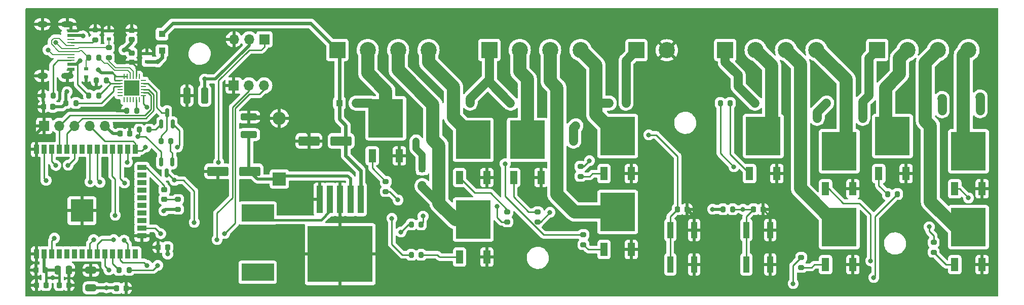
<source format=gbr>
G04 #@! TF.GenerationSoftware,KiCad,Pcbnew,7.0.0-da2b9df05c~171~ubuntu22.04.1*
G04 #@! TF.CreationDate,2023-04-03T14:13:22+02:00*
G04 #@! TF.ProjectId,pcb_esp32_wled_pwm_multichannel,7063625f-6573-4703-9332-5f776c65645f,rev?*
G04 #@! TF.SameCoordinates,Original*
G04 #@! TF.FileFunction,Copper,L1,Top*
G04 #@! TF.FilePolarity,Positive*
%FSLAX46Y46*%
G04 Gerber Fmt 4.6, Leading zero omitted, Abs format (unit mm)*
G04 Created by KiCad (PCBNEW 7.0.0-da2b9df05c~171~ubuntu22.04.1) date 2023-04-03 14:13:22*
%MOMM*%
%LPD*%
G01*
G04 APERTURE LIST*
G04 Aperture macros list*
%AMRoundRect*
0 Rectangle with rounded corners*
0 $1 Rounding radius*
0 $2 $3 $4 $5 $6 $7 $8 $9 X,Y pos of 4 corners*
0 Add a 4 corners polygon primitive as box body*
4,1,4,$2,$3,$4,$5,$6,$7,$8,$9,$2,$3,0*
0 Add four circle primitives for the rounded corners*
1,1,$1+$1,$2,$3*
1,1,$1+$1,$4,$5*
1,1,$1+$1,$6,$7*
1,1,$1+$1,$8,$9*
0 Add four rect primitives between the rounded corners*
20,1,$1+$1,$2,$3,$4,$5,0*
20,1,$1+$1,$4,$5,$6,$7,0*
20,1,$1+$1,$6,$7,$8,$9,0*
20,1,$1+$1,$8,$9,$2,$3,0*%
G04 Aperture macros list end*
G04 #@! TA.AperFunction,SMDPad,CuDef*
%ADD10R,0.900000X1.500000*%
G04 #@! TD*
G04 #@! TA.AperFunction,SMDPad,CuDef*
%ADD11R,1.500000X0.900000*%
G04 #@! TD*
G04 #@! TA.AperFunction,ComponentPad*
%ADD12C,0.475000*%
G04 #@! TD*
G04 #@! TA.AperFunction,SMDPad,CuDef*
%ADD13R,0.900000X0.900000*%
G04 #@! TD*
G04 #@! TA.AperFunction,SMDPad,CuDef*
%ADD14R,3.800000X3.800000*%
G04 #@! TD*
G04 #@! TA.AperFunction,SMDPad,CuDef*
%ADD15R,1.100000X1.100000*%
G04 #@! TD*
G04 #@! TA.AperFunction,SMDPad,CuDef*
%ADD16R,1.000000X2.750000*%
G04 #@! TD*
G04 #@! TA.AperFunction,SMDPad,CuDef*
%ADD17R,1.200000X2.200000*%
G04 #@! TD*
G04 #@! TA.AperFunction,SMDPad,CuDef*
%ADD18R,5.800000X6.400000*%
G04 #@! TD*
G04 #@! TA.AperFunction,SMDPad,CuDef*
%ADD19RoundRect,0.200000X0.200000X0.275000X-0.200000X0.275000X-0.200000X-0.275000X0.200000X-0.275000X0*%
G04 #@! TD*
G04 #@! TA.AperFunction,ComponentPad*
%ADD20R,1.700000X1.700000*%
G04 #@! TD*
G04 #@! TA.AperFunction,ComponentPad*
%ADD21O,1.700000X1.700000*%
G04 #@! TD*
G04 #@! TA.AperFunction,SMDPad,CuDef*
%ADD22RoundRect,0.200000X-0.275000X0.200000X-0.275000X-0.200000X0.275000X-0.200000X0.275000X0.200000X0*%
G04 #@! TD*
G04 #@! TA.AperFunction,SMDPad,CuDef*
%ADD23RoundRect,0.200000X0.275000X-0.200000X0.275000X0.200000X-0.275000X0.200000X-0.275000X-0.200000X0*%
G04 #@! TD*
G04 #@! TA.AperFunction,SMDPad,CuDef*
%ADD24R,0.700000X0.600000*%
G04 #@! TD*
G04 #@! TA.AperFunction,SMDPad,CuDef*
%ADD25RoundRect,0.250000X1.500000X0.550000X-1.500000X0.550000X-1.500000X-0.550000X1.500000X-0.550000X0*%
G04 #@! TD*
G04 #@! TA.AperFunction,SMDPad,CuDef*
%ADD26RoundRect,0.200000X-0.200000X-0.275000X0.200000X-0.275000X0.200000X0.275000X-0.200000X0.275000X0*%
G04 #@! TD*
G04 #@! TA.AperFunction,ComponentPad*
%ADD27R,2.700000X2.700000*%
G04 #@! TD*
G04 #@! TA.AperFunction,ComponentPad*
%ADD28C,2.700000*%
G04 #@! TD*
G04 #@! TA.AperFunction,SMDPad,CuDef*
%ADD29RoundRect,0.225000X-0.225000X-0.250000X0.225000X-0.250000X0.225000X0.250000X-0.225000X0.250000X0*%
G04 #@! TD*
G04 #@! TA.AperFunction,SMDPad,CuDef*
%ADD30RoundRect,0.225000X0.225000X0.250000X-0.225000X0.250000X-0.225000X-0.250000X0.225000X-0.250000X0*%
G04 #@! TD*
G04 #@! TA.AperFunction,SMDPad,CuDef*
%ADD31RoundRect,0.250000X0.650000X-0.325000X0.650000X0.325000X-0.650000X0.325000X-0.650000X-0.325000X0*%
G04 #@! TD*
G04 #@! TA.AperFunction,SMDPad,CuDef*
%ADD32RoundRect,0.225000X-0.250000X0.225000X-0.250000X-0.225000X0.250000X-0.225000X0.250000X0.225000X0*%
G04 #@! TD*
G04 #@! TA.AperFunction,SMDPad,CuDef*
%ADD33R,5.400000X2.900000*%
G04 #@! TD*
G04 #@! TA.AperFunction,SMDPad,CuDef*
%ADD34RoundRect,0.250000X-0.250000X-0.475000X0.250000X-0.475000X0.250000X0.475000X-0.250000X0.475000X0*%
G04 #@! TD*
G04 #@! TA.AperFunction,SMDPad,CuDef*
%ADD35RoundRect,0.062500X-0.062500X0.350000X-0.062500X-0.350000X0.062500X-0.350000X0.062500X0.350000X0*%
G04 #@! TD*
G04 #@! TA.AperFunction,SMDPad,CuDef*
%ADD36RoundRect,0.062500X-0.350000X0.062500X-0.350000X-0.062500X0.350000X-0.062500X0.350000X0.062500X0*%
G04 #@! TD*
G04 #@! TA.AperFunction,SMDPad,CuDef*
%ADD37R,2.600000X2.600000*%
G04 #@! TD*
G04 #@! TA.AperFunction,ComponentPad*
%ADD38R,2.200000X2.200000*%
G04 #@! TD*
G04 #@! TA.AperFunction,ComponentPad*
%ADD39O,2.200000X2.200000*%
G04 #@! TD*
G04 #@! TA.AperFunction,SMDPad,CuDef*
%ADD40RoundRect,0.250000X1.100000X-0.325000X1.100000X0.325000X-1.100000X0.325000X-1.100000X-0.325000X0*%
G04 #@! TD*
G04 #@! TA.AperFunction,SMDPad,CuDef*
%ADD41RoundRect,0.250000X0.325000X1.100000X-0.325000X1.100000X-0.325000X-1.100000X0.325000X-1.100000X0*%
G04 #@! TD*
G04 #@! TA.AperFunction,SMDPad,CuDef*
%ADD42RoundRect,0.225000X0.250000X-0.225000X0.250000X0.225000X-0.250000X0.225000X-0.250000X-0.225000X0*%
G04 #@! TD*
G04 #@! TA.AperFunction,SMDPad,CuDef*
%ADD43R,1.100000X4.600000*%
G04 #@! TD*
G04 #@! TA.AperFunction,SMDPad,CuDef*
%ADD44R,10.800000X9.400000*%
G04 #@! TD*
G04 #@! TA.AperFunction,SMDPad,CuDef*
%ADD45R,1.160000X0.580000*%
G04 #@! TD*
G04 #@! TA.AperFunction,SMDPad,CuDef*
%ADD46R,1.160000X0.280000*%
G04 #@! TD*
G04 #@! TA.AperFunction,ComponentPad*
%ADD47O,1.800000X1.000000*%
G04 #@! TD*
G04 #@! TA.AperFunction,ComponentPad*
%ADD48O,2.100000X1.000000*%
G04 #@! TD*
G04 #@! TA.AperFunction,SMDPad,CuDef*
%ADD49RoundRect,0.150000X0.150000X-0.587500X0.150000X0.587500X-0.150000X0.587500X-0.150000X-0.587500X0*%
G04 #@! TD*
G04 #@! TA.AperFunction,SMDPad,CuDef*
%ADD50RoundRect,0.218750X-0.256250X0.218750X-0.256250X-0.218750X0.256250X-0.218750X0.256250X0.218750X0*%
G04 #@! TD*
G04 #@! TA.AperFunction,SMDPad,CuDef*
%ADD51RoundRect,0.150000X-0.150000X0.587500X-0.150000X-0.587500X0.150000X-0.587500X0.150000X0.587500X0*%
G04 #@! TD*
G04 #@! TA.AperFunction,ViaPad*
%ADD52C,0.800000*%
G04 #@! TD*
G04 #@! TA.AperFunction,Conductor*
%ADD53C,0.250000*%
G04 #@! TD*
G04 #@! TA.AperFunction,Conductor*
%ADD54C,0.500000*%
G04 #@! TD*
G04 #@! TA.AperFunction,Conductor*
%ADD55C,0.400000*%
G04 #@! TD*
G04 #@! TA.AperFunction,Conductor*
%ADD56C,0.600000*%
G04 #@! TD*
G04 #@! TA.AperFunction,Conductor*
%ADD57C,1.500000*%
G04 #@! TD*
G04 #@! TA.AperFunction,Conductor*
%ADD58C,1.200000*%
G04 #@! TD*
G04 #@! TA.AperFunction,Conductor*
%ADD59C,2.200000*%
G04 #@! TD*
G04 #@! TA.AperFunction,Conductor*
%ADD60C,0.200000*%
G04 #@! TD*
G04 APERTURE END LIST*
D10*
G04 #@! TO.P,U101,1,GND*
G04 #@! TO.N,GND*
X11506199Y-78599999D03*
G04 #@! TO.P,U101,2,VDD*
G04 #@! TO.N,+3V3*
X12776199Y-78599999D03*
G04 #@! TO.P,U101,3,EN*
G04 #@! TO.N,/ESP_EN*
X14046199Y-78599999D03*
G04 #@! TO.P,U101,4,SENSOR_VP*
G04 #@! TO.N,unconnected-(U101-SENSOR_VP-Pad4)*
X15316199Y-78599999D03*
G04 #@! TO.P,U101,5,SENSOR_VN*
G04 #@! TO.N,unconnected-(U101-SENSOR_VN-Pad5)*
X16586199Y-78599999D03*
G04 #@! TO.P,U101,6,IO34*
G04 #@! TO.N,unconnected-(U101-IO34-Pad6)*
X17856199Y-78599999D03*
G04 #@! TO.P,U101,7,IO35*
G04 #@! TO.N,unconnected-(U101-IO35-Pad7)*
X19126199Y-78599999D03*
G04 #@! TO.P,U101,8,IO32*
G04 #@! TO.N,/PWM_G4*
X20396199Y-78599999D03*
G04 #@! TO.P,U101,9,IO33*
G04 #@! TO.N,/PWM_B4*
X21666199Y-78599999D03*
G04 #@! TO.P,U101,10,IO25*
G04 #@! TO.N,/PWM_G3*
X22936199Y-78599999D03*
G04 #@! TO.P,U101,11,IO26*
G04 #@! TO.N,/PWM_B3*
X24206199Y-78599999D03*
G04 #@! TO.P,U101,12,IO27*
G04 #@! TO.N,/PWM_R4*
X25476199Y-78599999D03*
G04 #@! TO.P,U101,13,IO14*
G04 #@! TO.N,/I2S_SM*
X26746199Y-78599999D03*
G04 #@! TO.P,U101,14,IO12*
G04 #@! TO.N,unconnected-(U101-IO12-Pad14)*
X28016199Y-78599999D03*
D11*
G04 #@! TO.P,U101,15,GND*
G04 #@! TO.N,GND*
X29111199Y-75564999D03*
G04 #@! TO.P,U101,16,IO13*
G04 #@! TO.N,/I2S_SCK*
X29111199Y-74294999D03*
G04 #@! TO.P,U101,17,SHD/SD2*
G04 #@! TO.N,unconnected-(U101-SHD{slash}SD2-Pad17)*
X29111199Y-73024999D03*
G04 #@! TO.P,U101,18,SWP/SD3*
G04 #@! TO.N,unconnected-(U101-SWP{slash}SD3-Pad18)*
X29111199Y-71754999D03*
G04 #@! TO.P,U101,19,SCS/CMD*
G04 #@! TO.N,unconnected-(U101-SCS{slash}CMD-Pad19)*
X29111199Y-70484999D03*
G04 #@! TO.P,U101,20,SCK/CLK*
G04 #@! TO.N,unconnected-(U101-SCK{slash}CLK-Pad20)*
X29111199Y-69214999D03*
G04 #@! TO.P,U101,21,SDO/SD0*
G04 #@! TO.N,unconnected-(U101-SDO{slash}SD0-Pad21)*
X29111199Y-67944999D03*
G04 #@! TO.P,U101,22,SDI/SD1*
G04 #@! TO.N,unconnected-(U101-SDI{slash}SD1-Pad22)*
X29111199Y-66674999D03*
G04 #@! TO.P,U101,23,IO15*
G04 #@! TO.N,unconnected-(U101-IO15-Pad23)*
X29111199Y-65404999D03*
G04 #@! TO.P,U101,24,IO2*
G04 #@! TO.N,/ONBOARD_LED*
X29111199Y-64134999D03*
D10*
G04 #@! TO.P,U101,25,IO0*
G04 #@! TO.N,/IO0*
X28016199Y-61099999D03*
G04 #@! TO.P,U101,26,IO4*
G04 #@! TO.N,/I2S_SD*
X26746199Y-61099999D03*
G04 #@! TO.P,U101,27,IO16*
G04 #@! TO.N,/PWM_R1*
X25476199Y-61099999D03*
G04 #@! TO.P,U101,28,IO17*
G04 #@! TO.N,/PWM_G1*
X24206199Y-61099999D03*
G04 #@! TO.P,U101,29,IO5*
G04 #@! TO.N,unconnected-(U101-IO5-Pad29)*
X22936199Y-61099999D03*
G04 #@! TO.P,U101,30,IO18*
G04 #@! TO.N,/PWM_B1*
X21666199Y-61099999D03*
G04 #@! TO.P,U101,31,IO19*
G04 #@! TO.N,/PWM_R2*
X20396199Y-61099999D03*
G04 #@! TO.P,U101,32,NC*
G04 #@! TO.N,unconnected-(U101-NC-Pad32)*
X19126199Y-61099999D03*
G04 #@! TO.P,U101,33,IO21*
G04 #@! TO.N,/PWM_G2*
X17856199Y-61099999D03*
G04 #@! TO.P,U101,34,RXD0/IO3*
G04 #@! TO.N,/RXDesp*
X16586199Y-61099999D03*
G04 #@! TO.P,U101,35,TXD0/IO1*
G04 #@! TO.N,/RXcp21*
X15316199Y-61099999D03*
G04 #@! TO.P,U101,36,IO22*
G04 #@! TO.N,/PWM_B2*
X14046199Y-61099999D03*
G04 #@! TO.P,U101,37,IO23*
G04 #@! TO.N,/PWM_R3*
X12776199Y-61099999D03*
G04 #@! TO.P,U101,38,GND*
G04 #@! TO.N,GND*
X11506199Y-61099999D03*
D12*
G04 #@! TO.P,U101,39,GND*
X17671200Y-70650000D03*
D13*
X17671199Y-71349999D03*
D14*
X19071199Y-71349999D03*
D13*
X20471199Y-69949999D03*
D12*
X19071200Y-70650000D03*
X19771200Y-69950000D03*
X17671200Y-72050000D03*
D13*
X19071199Y-69949999D03*
X19071199Y-71349999D03*
D12*
X19771200Y-72750000D03*
D13*
X19071199Y-72749999D03*
D12*
X18371200Y-72750000D03*
X19071200Y-72050000D03*
X18371200Y-71350000D03*
D13*
X20471199Y-72749999D03*
X17671199Y-72749999D03*
X17671199Y-69949999D03*
D12*
X19771200Y-71350000D03*
X20471200Y-70650000D03*
D13*
X20471199Y-71349999D03*
D12*
X18371200Y-69950000D03*
X20471200Y-72050000D03*
G04 #@! TD*
D15*
G04 #@! TO.P,D111,1,K*
G04 #@! TO.N,VDD*
X162819999Y-54609999D03*
G04 #@! TO.P,D111,2,A*
G04 #@! TO.N,/LED_G4*
X160019999Y-54609999D03*
G04 #@! TD*
D16*
G04 #@! TO.P,SW101,1,1*
G04 #@! TO.N,/ESP_EN*
X130079999Y-74589999D03*
X130079999Y-80349999D03*
G04 #@! TO.P,SW101,2,2*
G04 #@! TO.N,GND*
X134079999Y-74589999D03*
X134079999Y-80349999D03*
G04 #@! TD*
D17*
G04 #@! TO.P,Q111,1,G*
G04 #@! TO.N,Net-(Q111-G)*
X164929999Y-80399999D03*
D18*
G04 #@! TO.P,Q111,2,D*
G04 #@! TO.N,/LED_G4*
X167209999Y-74099999D03*
D17*
G04 #@! TO.P,Q111,3,S*
G04 #@! TO.N,GND*
X169489999Y-80399999D03*
G04 #@! TD*
D19*
G04 #@! TO.P,R126,1*
G04 #@! TO.N,Net-(J109-CC2)*
X14236200Y-52070000D03*
G04 #@! TO.P,R126,2*
G04 #@! TO.N,GND*
X12586200Y-52070000D03*
G04 #@! TD*
D17*
G04 #@! TO.P,Q102,1,G*
G04 #@! TO.N,Net-(Q102-G)*
X82174999Y-79129999D03*
D18*
G04 #@! TO.P,Q102,2,D*
G04 #@! TO.N,/LED_G1*
X84454999Y-72829999D03*
D17*
G04 #@! TO.P,Q102,3,S*
G04 #@! TO.N,GND*
X86734999Y-79129999D03*
G04 #@! TD*
D20*
G04 #@! TO.P,J107,1,Pin_1*
G04 #@! TO.N,GND*
X44449999Y-50391999D03*
D21*
G04 #@! TO.P,J107,2,Pin_2*
G04 #@! TO.N,/I2S_SM*
X46989999Y-50391999D03*
G04 #@! TO.P,J107,3,Pin_3*
G04 #@! TO.N,/I2S_SCK*
X49529999Y-50391999D03*
G04 #@! TD*
G04 #@! TO.P,J106,3,Pin_3*
G04 #@! TO.N,GND*
X44464999Y-42671999D03*
G04 #@! TO.P,J106,2,Pin_2*
G04 #@! TO.N,+3V3*
X47004999Y-42671999D03*
D20*
G04 #@! TO.P,J106,1,Pin_1*
G04 #@! TO.N,/I2S_SD*
X49544999Y-42671999D03*
G04 #@! TD*
D22*
G04 #@! TO.P,R101,1*
G04 #@! TO.N,Net-(Q101-G)*
X69850000Y-66485000D03*
G04 #@! TO.P,R101,2*
G04 #@! TO.N,/PWM_R1*
X69850000Y-68135000D03*
G04 #@! TD*
D23*
G04 #@! TO.P,R125,1*
G04 #@! TO.N,Net-(J109-CC1)*
X21285200Y-42735000D03*
G04 #@! TO.P,R125,2*
G04 #@! TO.N,GND*
X21285200Y-41085000D03*
G04 #@! TD*
D24*
G04 #@! TO.P,D117,1,A1*
G04 #@! TO.N,GND*
X23571199Y-41209999D03*
G04 #@! TO.P,D117,2,A2*
G04 #@! TO.N,/UCD+*
X23571199Y-42609999D03*
G04 #@! TD*
D15*
G04 #@! TO.P,D104,1,K*
G04 #@! TO.N,VDD*
X90674999Y-53339999D03*
G04 #@! TO.P,D104,2,A*
G04 #@! TO.N,/LED_R2*
X93474999Y-53339999D03*
G04 #@! TD*
D17*
G04 #@! TO.P,Q107,1,G*
G04 #@! TO.N,Net-(Q107-G)*
X130639999Y-65159999D03*
D18*
G04 #@! TO.P,Q107,2,D*
G04 #@! TO.N,/LED_R3*
X132919999Y-58859999D03*
D17*
G04 #@! TO.P,Q107,3,S*
G04 #@! TO.N,GND*
X135199999Y-65159999D03*
G04 #@! TD*
D19*
G04 #@! TO.P,R102,1*
G04 #@! TO.N,Net-(Q102-G)*
X75755000Y-78740000D03*
G04 #@! TO.P,R102,2*
G04 #@! TO.N,/PWM_G1*
X74105000Y-78740000D03*
G04 #@! TD*
D25*
G04 #@! TO.P,C117,1*
G04 #@! TO.N,+3V3*
X47150000Y-64770000D03*
G04 #@! TO.P,C117,2*
G04 #@! TO.N,GND*
X41750000Y-64770000D03*
G04 #@! TD*
D26*
G04 #@! TO.P,R119,1*
G04 #@! TO.N,+3V3*
X16396200Y-53340000D03*
G04 #@! TO.P,R119,2*
G04 #@! TO.N,Net-(U103-~{RST})*
X18046200Y-53340000D03*
G04 #@! TD*
D23*
G04 #@! TO.P,R111,1*
G04 #@! TO.N,Net-(Q111-G)*
X161382500Y-78295000D03*
G04 #@! TO.P,R111,2*
G04 #@! TO.N,/PWM_G4*
X161382500Y-76645000D03*
G04 #@! TD*
D27*
G04 #@! TO.P,J104,1,Pin_1*
G04 #@! TO.N,VDD*
X151969999Y-44449999D03*
D28*
G04 #@! TO.P,J104,2,Pin_2*
G04 #@! TO.N,/LED_R4*
X157050000Y-44450000D03*
G04 #@! TO.P,J104,3,Pin_3*
G04 #@! TO.N,/LED_G4*
X162130000Y-44450000D03*
G04 #@! TO.P,J104,4,Pin_4*
G04 #@! TO.N,/LED_B4*
X167210000Y-44450000D03*
G04 #@! TD*
D29*
G04 #@! TO.P,C111,1*
G04 #@! TO.N,/IO0*
X118605000Y-71120000D03*
G04 #@! TO.P,C111,2*
G04 #@! TO.N,GND*
X120155000Y-71120000D03*
G04 #@! TD*
D17*
G04 #@! TO.P,Q105,1,G*
G04 #@! TO.N,Net-(Q105-G)*
X106304999Y-77859999D03*
D18*
G04 #@! TO.P,Q105,2,D*
G04 #@! TO.N,/LED_G2*
X108584999Y-71559999D03*
D17*
G04 #@! TO.P,Q105,3,S*
G04 #@! TO.N,GND*
X110864999Y-77859999D03*
G04 #@! TD*
D23*
G04 #@! TO.P,R105,1*
G04 #@! TO.N,Net-(Q105-G)*
X102870000Y-77025000D03*
G04 #@! TO.P,R105,2*
G04 #@! TO.N,/PWM_G2*
X102870000Y-75375000D03*
G04 #@! TD*
D15*
G04 #@! TO.P,D107,1,K*
G04 #@! TO.N,VDD*
X131519999Y-53339999D03*
G04 #@! TO.P,D107,2,A*
G04 #@! TO.N,/LED_R3*
X134319999Y-53339999D03*
G04 #@! TD*
D17*
G04 #@! TO.P,Q110,1,G*
G04 #@! TO.N,Net-(Q110-G)*
X152229999Y-65159999D03*
D18*
G04 #@! TO.P,Q110,2,D*
G04 #@! TO.N,/LED_R4*
X154509999Y-58859999D03*
D17*
G04 #@! TO.P,Q110,3,S*
G04 #@! TO.N,GND*
X156789999Y-65159999D03*
G04 #@! TD*
D24*
G04 #@! TO.P,D115,1,A1*
G04 #@! TO.N,GND*
X29921199Y-45019999D03*
G04 #@! TO.P,D115,2,A2*
G04 #@! TO.N,/UVBUS*
X29921199Y-46419999D03*
G04 #@! TD*
D30*
G04 #@! TO.P,C102,1*
G04 #@! TO.N,+3V3*
X14186200Y-53975000D03*
G04 #@! TO.P,C102,2*
G04 #@! TO.N,GND*
X12636200Y-53975000D03*
G04 #@! TD*
D19*
G04 #@! TO.P,R120,1*
G04 #@! TO.N,/VBUS*
X23126200Y-49530000D03*
G04 #@! TO.P,R120,2*
G04 #@! TO.N,GND*
X21476200Y-49530000D03*
G04 #@! TD*
D31*
G04 #@! TO.P,C101,1*
G04 #@! TO.N,+3V3*
X20574000Y-84279000D03*
G04 #@! TO.P,C101,2*
G04 #@! TO.N,GND*
X20574000Y-81329000D03*
G04 #@! TD*
D15*
G04 #@! TO.P,D105,1,K*
G04 #@! TO.N,VDD*
X101239999Y-59689999D03*
G04 #@! TO.P,D105,2,A*
G04 #@! TO.N,/LED_G2*
X98439999Y-59689999D03*
G04 #@! TD*
G04 #@! TO.P,D102,1,K*
G04 #@! TO.N,VDD*
X75929999Y-64364999D03*
G04 #@! TO.P,D102,2,A*
G04 #@! TO.N,/LED_G1*
X75929999Y-67164999D03*
G04 #@! TD*
D19*
G04 #@! TO.P,R112,1*
G04 #@! TO.N,Net-(Q112-G)*
X75755000Y-73660000D03*
G04 #@! TO.P,R112,2*
G04 #@! TO.N,/PWM_B4*
X74105000Y-73660000D03*
G04 #@! TD*
D22*
G04 #@! TO.P,R104,1*
G04 #@! TO.N,Net-(Q104-G)*
X95250000Y-71565000D03*
G04 #@! TO.P,R104,2*
G04 #@! TO.N,/PWM_R2*
X95250000Y-73215000D03*
G04 #@! TD*
D17*
G04 #@! TO.P,Q108,1,G*
G04 #@! TO.N,Net-(Q108-G)*
X143339999Y-80399999D03*
D18*
G04 #@! TO.P,Q108,2,D*
G04 #@! TO.N,/LED_G3*
X145619999Y-74099999D03*
D17*
G04 #@! TO.P,Q108,3,S*
G04 #@! TO.N,GND*
X147899999Y-80399999D03*
G04 #@! TD*
D30*
G04 #@! TO.P,C103,1*
G04 #@! TO.N,+3V3*
X33363200Y-77470000D03*
G04 #@! TO.P,C103,2*
G04 #@! TO.N,GND*
X31813200Y-77470000D03*
G04 #@! TD*
D32*
G04 #@! TO.P,C115,1*
G04 #@! TO.N,+3V3*
X27381200Y-44945000D03*
G04 #@! TO.P,C115,2*
G04 #@! TO.N,GND*
X27381200Y-46495000D03*
G04 #@! TD*
D30*
G04 #@! TO.P,C110,1*
G04 #@! TO.N,+3V3*
X13043200Y-83820000D03*
G04 #@! TO.P,C110,2*
G04 #@! TO.N,GND*
X11493200Y-83820000D03*
G04 #@! TD*
D25*
G04 #@! TO.P,C116,1*
G04 #@! TO.N,VDD*
X62390000Y-59690000D03*
G04 #@! TO.P,C116,2*
G04 #@! TO.N,GND*
X56990000Y-59690000D03*
G04 #@! TD*
D15*
G04 #@! TO.P,D109,1,K*
G04 #@! TO.N,VDD*
X149559999Y-55879999D03*
G04 #@! TO.P,D109,2,A*
G04 #@! TO.N,/LED_B3*
X146759999Y-55879999D03*
G04 #@! TD*
D22*
G04 #@! TO.P,R103,1*
G04 #@! TO.N,Net-(Q103-G)*
X90170000Y-71565000D03*
G04 #@! TO.P,R103,2*
G04 #@! TO.N,/PWM_B1*
X90170000Y-73215000D03*
G04 #@! TD*
D23*
G04 #@! TO.P,R106,1*
G04 #@! TO.N,Net-(Q106-G)*
X102380000Y-65595000D03*
G04 #@! TO.P,R106,2*
G04 #@! TO.N,/PWM_B2*
X102380000Y-63945000D03*
G04 #@! TD*
D17*
G04 #@! TO.P,Q109,1,G*
G04 #@! TO.N,Net-(Q109-G)*
X143339999Y-67699999D03*
D18*
G04 #@! TO.P,Q109,2,D*
G04 #@! TO.N,/LED_B3*
X145619999Y-61399999D03*
D17*
G04 #@! TO.P,Q109,3,S*
G04 #@! TO.N,GND*
X147899999Y-67699999D03*
G04 #@! TD*
G04 #@! TO.P,Q101,1,G*
G04 #@! TO.N,Net-(Q101-G)*
X67569999Y-62179999D03*
D18*
G04 #@! TO.P,Q101,2,D*
G04 #@! TO.N,/LED_R1*
X69849999Y-55879999D03*
D17*
G04 #@! TO.P,Q101,3,S*
G04 #@! TO.N,GND*
X72129999Y-62179999D03*
G04 #@! TD*
D27*
G04 #@! TO.P,J103,1,Pin_1*
G04 #@! TO.N,VDD*
X126569999Y-44449999D03*
D28*
G04 #@! TO.P,J103,2,Pin_2*
G04 #@! TO.N,/LED_R3*
X131650000Y-44450000D03*
G04 #@! TO.P,J103,3,Pin_3*
G04 #@! TO.N,/LED_G3*
X136730000Y-44450000D03*
G04 #@! TO.P,J103,4,Pin_4*
G04 #@! TO.N,/LED_B3*
X141810000Y-44450000D03*
G04 #@! TD*
D24*
G04 #@! TO.P,D116,1,A1*
G04 #@! TO.N,GND*
X19761199Y-48959999D03*
G04 #@! TO.P,D116,2,A2*
G04 #@! TO.N,/UCD-*
X19761199Y-47559999D03*
G04 #@! TD*
D33*
G04 #@! TO.P,L101,1,1*
G04 #@! TO.N,Net-(U102-FB)*
X48435583Y-71760659D03*
G04 #@! TO.P,L101,2,2*
G04 #@! TO.N,+3V3*
X48435583Y-81660659D03*
G04 #@! TD*
D19*
G04 #@! TO.P,R118,1*
G04 #@! TO.N,Net-(Q114-B)*
X30299200Y-57785000D03*
G04 #@! TO.P,R118,2*
G04 #@! TO.N,/RTS*
X28649200Y-57785000D03*
G04 #@! TD*
D23*
G04 #@! TO.P,R108,1*
G04 #@! TO.N,Net-(Q108-G)*
X139270000Y-80835000D03*
G04 #@! TO.P,R108,2*
G04 #@! TO.N,/PWM_G3*
X139270000Y-79185000D03*
G04 #@! TD*
D29*
G04 #@! TO.P,C108,1*
G04 #@! TO.N,+3V3*
X25463200Y-58471500D03*
G04 #@! TO.P,C108,2*
G04 #@! TO.N,GND*
X27013200Y-58471500D03*
G04 #@! TD*
D30*
G04 #@! TO.P,C105,1*
G04 #@! TO.N,+3V3*
X12916200Y-81280000D03*
G04 #@! TO.P,C105,2*
G04 #@! TO.N,GND*
X11366200Y-81280000D03*
G04 #@! TD*
D17*
G04 #@! TO.P,Q106,1,G*
G04 #@! TO.N,Net-(Q106-G)*
X106304999Y-65159999D03*
D18*
G04 #@! TO.P,Q106,2,D*
G04 #@! TO.N,/LED_B2*
X108584999Y-58859999D03*
D17*
G04 #@! TO.P,Q106,3,S*
G04 #@! TO.N,GND*
X110864999Y-65159999D03*
G04 #@! TD*
D29*
G04 #@! TO.P,C109,1*
G04 #@! TO.N,+3V3*
X24879000Y-84328000D03*
G04 #@! TO.P,C109,2*
G04 #@! TO.N,GND*
X26429000Y-84328000D03*
G04 #@! TD*
G04 #@! TO.P,C107,1*
G04 #@! TO.N,/ESP_EN*
X131305000Y-71120000D03*
G04 #@! TO.P,C107,2*
G04 #@! TO.N,GND*
X132855000Y-71120000D03*
G04 #@! TD*
D17*
G04 #@! TO.P,Q103,1,G*
G04 #@! TO.N,Net-(Q103-G)*
X82174999Y-65794999D03*
D18*
G04 #@! TO.P,Q103,2,D*
G04 #@! TO.N,/LED_B1*
X84454999Y-59494999D03*
D17*
G04 #@! TO.P,Q103,3,S*
G04 #@! TO.N,GND*
X86734999Y-65794999D03*
G04 #@! TD*
D34*
G04 #@! TO.P,C104,1*
G04 #@! TO.N,+3V3*
X15001200Y-81280000D03*
G04 #@! TO.P,C104,2*
G04 #@! TO.N,GND*
X16901200Y-81280000D03*
G04 #@! TD*
D35*
G04 #@! TO.P,U103,1,~{RI}/CLK*
G04 #@! TO.N,/RI*
X28631200Y-48862500D03*
G04 #@! TO.P,U103,2,GND*
G04 #@! TO.N,GND*
X28131200Y-48862500D03*
G04 #@! TO.P,U103,3,D+*
G04 #@! TO.N,/USB_D+*
X27631200Y-48862500D03*
G04 #@! TO.P,U103,4,D-*
G04 #@! TO.N,/USB_D-*
X27131200Y-48862500D03*
G04 #@! TO.P,U103,5,VIO*
G04 #@! TO.N,+3V3*
X26631200Y-48862500D03*
G04 #@! TO.P,U103,6,VDD*
X26131200Y-48862500D03*
D36*
G04 #@! TO.P,U103,7,VREGIN*
X25443700Y-49550000D03*
G04 #@! TO.P,U103,8,VBUS*
G04 #@! TO.N,/VBUS*
X25443700Y-50050000D03*
G04 #@! TO.P,U103,9,~{RST}*
G04 #@! TO.N,Net-(U103-~{RST})*
X25443700Y-50550000D03*
G04 #@! TO.P,U103,10,NC*
G04 #@! TO.N,unconnected-(U103-NC-Pad10)*
X25443700Y-51050000D03*
G04 #@! TO.P,U103,11,~{WAKEUP}/GPIO.3*
G04 #@! TO.N,unconnected-(U103-~{WAKEUP}{slash}GPIO.3-Pad11)*
X25443700Y-51550000D03*
G04 #@! TO.P,U103,12,RS485/GPIO.2*
G04 #@! TO.N,unconnected-(U103-RS485{slash}GPIO.2-Pad12)*
X25443700Y-52050000D03*
D35*
G04 #@! TO.P,U103,13,~{RXT}/GPIO.1*
G04 #@! TO.N,unconnected-(U103-~{RXT}{slash}GPIO.1-Pad13)*
X26131200Y-52737500D03*
G04 #@! TO.P,U103,14,~{TXT}/GPIO.0*
G04 #@! TO.N,unconnected-(U103-~{TXT}{slash}GPIO.0-Pad14)*
X26631200Y-52737500D03*
G04 #@! TO.P,U103,15,~{SUSPEND}*
G04 #@! TO.N,unconnected-(U103-~{SUSPEND}-Pad15)*
X27131200Y-52737500D03*
G04 #@! TO.P,U103,16,NC*
G04 #@! TO.N,unconnected-(U103-NC-Pad16)*
X27631200Y-52737500D03*
G04 #@! TO.P,U103,17,SUSPEND*
G04 #@! TO.N,Net-(U103-SUSPEND)*
X28131200Y-52737500D03*
G04 #@! TO.P,U103,18,~{CTS}*
G04 #@! TO.N,/CTS*
X28631200Y-52737500D03*
D36*
G04 #@! TO.P,U103,19,~{RTS}*
G04 #@! TO.N,/RTS*
X29318700Y-52050000D03*
G04 #@! TO.P,U103,20,RXD*
G04 #@! TO.N,/RXcp21*
X29318700Y-51550000D03*
G04 #@! TO.P,U103,21,TXD*
G04 #@! TO.N,/RXDesp*
X29318700Y-51050000D03*
G04 #@! TO.P,U103,22,~{DSR}*
G04 #@! TO.N,/DSR*
X29318700Y-50550000D03*
G04 #@! TO.P,U103,23,~{DTR}*
G04 #@! TO.N,/DTR*
X29318700Y-50050000D03*
G04 #@! TO.P,U103,24,~{DCD}*
G04 #@! TO.N,/DCD*
X29318700Y-49550000D03*
D37*
G04 #@! TO.P,U103,25,GND*
G04 #@! TO.N,GND*
X27381199Y-50799999D03*
G04 #@! TD*
D15*
G04 #@! TO.P,D108,1,K*
G04 #@! TO.N,VDD*
X141939999Y-55879999D03*
G04 #@! TO.P,D108,2,A*
G04 #@! TO.N,/LED_G3*
X139139999Y-55879999D03*
G04 #@! TD*
D16*
G04 #@! TO.P,SW102,1,1*
G04 #@! TO.N,GND*
X121379999Y-74589999D03*
X121379999Y-80349999D03*
G04 #@! TO.P,SW102,2,2*
G04 #@! TO.N,/IO0*
X117379999Y-80349999D03*
X117379999Y-74589999D03*
G04 #@! TD*
D27*
G04 #@! TO.P,J102,1,Pin_1*
G04 #@! TO.N,VDD*
X87139999Y-44449999D03*
D28*
G04 #@! TO.P,J102,2,Pin_2*
G04 #@! TO.N,/LED_R2*
X92220000Y-44450000D03*
G04 #@! TO.P,J102,3,Pin_3*
G04 #@! TO.N,/LED_G2*
X97300000Y-44450000D03*
G04 #@! TO.P,J102,4,Pin_4*
G04 #@! TO.N,/LED_B2*
X102380000Y-44450000D03*
G04 #@! TD*
D38*
G04 #@! TO.P,D118,1,K*
G04 #@! TO.N,+3V3*
X52069999Y-66039999D03*
D39*
G04 #@! TO.P,D118,2,A*
G04 #@! TO.N,GND*
X52069999Y-55879999D03*
G04 #@! TD*
D17*
G04 #@! TO.P,Q112,1,G*
G04 #@! TO.N,Net-(Q112-G)*
X164929999Y-67699999D03*
D18*
G04 #@! TO.P,Q112,2,D*
G04 #@! TO.N,/LED_B4*
X167209999Y-61399999D03*
D17*
G04 #@! TO.P,Q112,3,S*
G04 #@! TO.N,GND*
X169489999Y-67699999D03*
G04 #@! TD*
D19*
G04 #@! TO.P,R107,1*
G04 #@! TO.N,Net-(Q107-G)*
X127395000Y-53340000D03*
G04 #@! TO.P,R107,2*
G04 #@! TO.N,/PWM_R3*
X125745000Y-53340000D03*
G04 #@! TD*
D40*
G04 #@! TO.P,C112,1*
G04 #@! TO.N,+3V3*
X46990000Y-58625000D03*
G04 #@! TO.P,C112,2*
G04 #@! TO.N,GND*
X46990000Y-55675000D03*
G04 #@! TD*
D26*
G04 #@! TO.P,R114,1*
G04 #@! TO.N,+3V3*
X126175000Y-71120000D03*
G04 #@! TO.P,R114,2*
G04 #@! TO.N,/ESP_EN*
X127825000Y-71120000D03*
G04 #@! TD*
D19*
G04 #@! TO.P,R121,1*
G04 #@! TO.N,Net-(U103-SUSPEND)*
X28206200Y-54610000D03*
G04 #@! TO.P,R121,2*
G04 #@! TO.N,GND*
X26556200Y-54610000D03*
G04 #@! TD*
D27*
G04 #@! TO.P,J101,1,Pin_1*
G04 #@! TO.N,VDD*
X61739999Y-44449999D03*
D28*
G04 #@! TO.P,J101,2,Pin_2*
G04 #@! TO.N,/LED_R1*
X66820000Y-44450000D03*
G04 #@! TO.P,J101,3,Pin_3*
G04 #@! TO.N,/LED_G1*
X71900000Y-44450000D03*
G04 #@! TO.P,J101,4,Pin_4*
G04 #@! TO.N,/LED_B1*
X76980000Y-44450000D03*
G04 #@! TD*
D15*
G04 #@! TO.P,D112,1,K*
G04 #@! TO.N,VDD*
X169169999Y-54609999D03*
G04 #@! TO.P,D112,2,A*
G04 #@! TO.N,/LED_B4*
X166369999Y-54609999D03*
G04 #@! TD*
D23*
G04 #@! TO.P,R124,1*
G04 #@! TO.N,/USB_D+*
X23571200Y-45720000D03*
G04 #@! TO.P,R124,2*
G04 #@! TO.N,/UCD+*
X23571200Y-44070000D03*
G04 #@! TD*
D41*
G04 #@! TO.P,C113,1*
G04 #@! TO.N,+3V3*
X39575000Y-52070000D03*
G04 #@! TO.P,C113,2*
G04 #@! TO.N,GND*
X36625000Y-52070000D03*
G04 #@! TD*
D20*
G04 #@! TO.P,J105,1,Pin_1*
G04 #@! TO.N,GND*
X12781199Y-57149999D03*
D21*
G04 #@! TO.P,J105,2,Pin_2*
G04 #@! TO.N,/RXcp21*
X15321199Y-57149999D03*
G04 #@! TO.P,J105,3,Pin_3*
G04 #@! TO.N,/RXDesp*
X17861199Y-57149999D03*
G04 #@! TO.P,J105,4,Pin_4*
G04 #@! TO.N,/IO0*
X20401199Y-57149999D03*
G04 #@! TO.P,J105,5,Pin_5*
G04 #@! TO.N,+3V3*
X22941199Y-57149999D03*
G04 #@! TD*
D42*
G04 #@! TO.P,C114,1*
G04 #@! TO.N,+3V3*
X27381200Y-42685000D03*
G04 #@! TO.P,C114,2*
G04 #@! TO.N,GND*
X27381200Y-41135000D03*
G04 #@! TD*
D19*
G04 #@! TO.P,R117,1*
G04 #@! TO.N,Net-(Q113-B)*
X33921200Y-59690000D03*
G04 #@! TO.P,R117,2*
G04 #@! TO.N,/DTR*
X32271200Y-59690000D03*
G04 #@! TD*
D15*
G04 #@! TO.P,D110,1,K*
G04 #@! TO.N,VDD*
X150569999Y-52069999D03*
G04 #@! TO.P,D110,2,A*
G04 #@! TO.N,/LED_R4*
X153369999Y-52069999D03*
G04 #@! TD*
D43*
G04 #@! TO.P,U102,1,VIN*
G04 #@! TO.N,VDD*
X65629999Y-69474999D03*
G04 #@! TO.P,U102,2,OUT*
G04 #@! TO.N,+3V3*
X63929999Y-69474999D03*
G04 #@! TO.P,U102,3,GND*
G04 #@! TO.N,GND*
X62229999Y-69474999D03*
D44*
X62229999Y-78624999D03*
D43*
G04 #@! TO.P,U102,4,FB*
G04 #@! TO.N,Net-(U102-FB)*
X60529999Y-69474999D03*
G04 #@! TO.P,U102,5,~{ON}/OFF*
G04 #@! TO.N,GND*
X58829999Y-69474999D03*
G04 #@! TD*
D26*
G04 #@! TO.P,R110,1*
G04 #@! TO.N,Net-(Q110-G)*
X153685000Y-68580000D03*
G04 #@! TO.P,R110,2*
G04 #@! TO.N,/PWM_R4*
X155335000Y-68580000D03*
G04 #@! TD*
D15*
G04 #@! TO.P,D101,1,K*
G04 #@! TO.N,VDD*
X62099999Y-53339999D03*
G04 #@! TO.P,D101,2,A*
G04 #@! TO.N,/LED_R1*
X64899999Y-53339999D03*
G04 #@! TD*
D17*
G04 #@! TO.P,Q104,1,G*
G04 #@! TO.N,Net-(Q104-G)*
X91209999Y-65794999D03*
D18*
G04 #@! TO.P,Q104,2,D*
G04 #@! TO.N,/LED_R2*
X93489999Y-59494999D03*
D17*
G04 #@! TO.P,Q104,3,S*
G04 #@! TO.N,GND*
X95769999Y-65794999D03*
G04 #@! TD*
D29*
G04 #@! TO.P,C118,1*
G04 #@! TO.N,+3V3*
X15303200Y-83820000D03*
G04 #@! TO.P,C118,2*
G04 #@! TO.N,GND*
X16853200Y-83820000D03*
G04 #@! TD*
D22*
G04 #@! TO.P,R113,1*
G04 #@! TO.N,Net-(D113-A)*
X35128200Y-69470000D03*
G04 #@! TO.P,R113,2*
G04 #@! TO.N,+3V3*
X35128200Y-71120000D03*
G04 #@! TD*
D15*
G04 #@! TO.P,D106,1,K*
G04 #@! TO.N,VDD*
X109984999Y-53339999D03*
G04 #@! TO.P,D106,2,A*
G04 #@! TO.N,/LED_B2*
X107184999Y-53339999D03*
G04 #@! TD*
D45*
G04 #@! TO.P,J109,A1,GND*
G04 #@! TO.N,GND*
X17191199Y-41249999D03*
G04 #@! TO.P,J109,A4,VBUS*
G04 #@! TO.N,/UVBUS*
X17191199Y-42049999D03*
D46*
G04 #@! TO.P,J109,A5,CC1*
G04 #@! TO.N,Net-(J109-CC1)*
X17191199Y-43199999D03*
G04 #@! TO.P,J109,A6,D+*
G04 #@! TO.N,/UCD+*
X17191199Y-44199999D03*
G04 #@! TO.P,J109,A7,D-*
G04 #@! TO.N,/UCD-*
X17191199Y-44699999D03*
G04 #@! TO.P,J109,A8,SBU1*
G04 #@! TO.N,unconnected-(J109-SBU1-PadA8)*
X17191199Y-45699999D03*
D45*
G04 #@! TO.P,J109,A9,VBUS*
G04 #@! TO.N,/UVBUS*
X17191199Y-46849999D03*
G04 #@! TO.P,J109,A12,GND*
G04 #@! TO.N,GND*
X17191199Y-47649999D03*
G04 #@! TO.P,J109,B1,GND*
X17191199Y-47649999D03*
G04 #@! TO.P,J109,B4,VBUS*
G04 #@! TO.N,/UVBUS*
X17191199Y-46849999D03*
D46*
G04 #@! TO.P,J109,B5,CC2*
G04 #@! TO.N,Net-(J109-CC2)*
X17191199Y-46199999D03*
G04 #@! TO.P,J109,B6,D+*
G04 #@! TO.N,/UCD+*
X17191199Y-45199999D03*
G04 #@! TO.P,J109,B7,D-*
G04 #@! TO.N,/UCD-*
X17191199Y-43699999D03*
G04 #@! TO.P,J109,B8,SBU2*
G04 #@! TO.N,unconnected-(J109-SBU2-PadB8)*
X17191199Y-42699999D03*
D45*
G04 #@! TO.P,J109,B9,VBUS*
G04 #@! TO.N,/UVBUS*
X17191199Y-42049999D03*
G04 #@! TO.P,J109,B12,GND*
G04 #@! TO.N,GND*
X17191199Y-41249999D03*
D47*
G04 #@! TO.P,J109,S1,SHIELD*
X12461199Y-48769999D03*
X12461199Y-40129999D03*
D48*
X16611199Y-48769999D03*
X16611199Y-40129999D03*
G04 #@! TD*
D19*
G04 #@! TO.P,R109,1*
G04 #@! TO.N,Net-(Q109-G)*
X26936200Y-81280000D03*
G04 #@! TO.P,R109,2*
G04 #@! TO.N,/PWM_B3*
X25286200Y-81280000D03*
G04 #@! TD*
D49*
G04 #@! TO.P,Q114,1,B*
G04 #@! TO.N,Net-(Q114-B)*
X32334200Y-56817500D03*
G04 #@! TO.P,Q114,2,E*
G04 #@! TO.N,/IO0*
X34234200Y-56817500D03*
G04 #@! TO.P,Q114,3,C*
G04 #@! TO.N,/DTR*
X33284200Y-54942500D03*
G04 #@! TD*
D15*
G04 #@! TO.P,D114,1,K*
G04 #@! TO.N,VDD*
X32461199Y-41779999D03*
G04 #@! TO.P,D114,2,A*
G04 #@! TO.N,/UVBUS*
X32461199Y-44579999D03*
G04 #@! TD*
D50*
G04 #@! TO.P,D113,1,K*
G04 #@! TO.N,/ONBOARD_LED*
X32842200Y-67868700D03*
G04 #@! TO.P,D113,2,A*
G04 #@! TO.N,Net-(D113-A)*
X32842200Y-69443700D03*
G04 #@! TD*
D19*
G04 #@! TO.P,R122,1*
G04 #@! TO.N,/VBUS*
X21856200Y-52070000D03*
G04 #@! TO.P,R122,2*
G04 #@! TO.N,/UVBUS*
X20206200Y-52070000D03*
G04 #@! TD*
D51*
G04 #@! TO.P,Q113,1,B*
G04 #@! TO.N,Net-(Q113-B)*
X34173200Y-63197500D03*
G04 #@! TO.P,Q113,2,E*
G04 #@! TO.N,/RTS*
X32273200Y-63197500D03*
G04 #@! TO.P,Q113,3,C*
G04 #@! TO.N,/ESP_EN*
X33223200Y-65072500D03*
G04 #@! TD*
D19*
G04 #@! TO.P,R123,1*
G04 #@! TO.N,/USB_D-*
X21856200Y-45720000D03*
G04 #@! TO.P,R123,2*
G04 #@! TO.N,/UCD-*
X20206200Y-45720000D03*
G04 #@! TD*
D15*
G04 #@! TO.P,D103,1,K*
G04 #@! TO.N,VDD*
X83949999Y-53339999D03*
G04 #@! TO.P,D103,2,A*
G04 #@! TO.N,/LED_B1*
X81149999Y-53339999D03*
G04 #@! TD*
D27*
G04 #@! TO.P,J108,1,Pin_1*
G04 #@! TO.N,VDD*
X111735999Y-44501499D03*
D28*
G04 #@! TO.P,J108,2,Pin_2*
G04 #@! TO.N,GND*
X116816000Y-44501500D03*
G04 #@! TD*
D52*
G04 #@! TO.N,+3V3*
X32766000Y-71374000D03*
X39574999Y-49325001D03*
X124460000Y-71120000D03*
X26111200Y-44450000D03*
X50546000Y-80772000D03*
X14173200Y-82550000D03*
X21793200Y-47752000D03*
X46228000Y-80772000D03*
X33401000Y-78613000D03*
X23163000Y-84279000D03*
X16586200Y-51435000D03*
G04 #@! TO.N,GND*
X114300000Y-70866000D03*
X34036000Y-48768000D03*
X24206200Y-53975000D03*
X88900000Y-58420000D03*
X167210000Y-66040000D03*
X140540000Y-77724000D03*
X19761200Y-50165000D03*
X18542000Y-82550000D03*
X165305000Y-83820000D03*
X121744000Y-43688000D03*
X122174000Y-50292000D03*
X11506200Y-45720000D03*
X123190000Y-67310000D03*
X58420000Y-78232000D03*
X26746200Y-50165000D03*
X114046000Y-77216000D03*
X135460000Y-68580000D03*
X93980000Y-70104000D03*
X156542000Y-52832000D03*
X170766000Y-69596000D03*
X145796000Y-67056000D03*
X19761200Y-39370000D03*
X84709000Y-64389000D03*
X37592000Y-80010000D03*
X99205000Y-78105000D03*
X138635000Y-71755000D03*
X12446000Y-74168000D03*
X59690000Y-51562000D03*
X53340000Y-46990000D03*
X132285000Y-68580000D03*
X25476200Y-39370000D03*
X167845000Y-80645000D03*
X154510000Y-64770000D03*
X38608000Y-65024000D03*
X11506200Y-43180000D03*
X127840000Y-67310000D03*
X159766000Y-80772000D03*
X28016200Y-51435000D03*
X93726000Y-64135000D03*
X147144000Y-43180000D03*
X132920000Y-64135000D03*
X88392000Y-67183000D03*
X93599000Y-67310000D03*
X108712000Y-67310000D03*
X13970000Y-71120000D03*
X157988000Y-67818000D03*
X149987000Y-60960000D03*
X39370000Y-57150000D03*
X26746200Y-56896000D03*
X82314000Y-43688000D03*
X30988000Y-83820000D03*
X114554000Y-62230000D03*
X170385000Y-56515000D03*
X66294000Y-78232000D03*
X23063200Y-70866000D03*
X169750000Y-83820000D03*
X163400000Y-56515000D03*
X11684000Y-68072000D03*
X136730000Y-77724000D03*
X150700000Y-67945000D03*
X142445000Y-83185000D03*
G04 #@! TO.N,VDD*
X101600000Y-57150000D03*
X143510000Y-53340000D03*
X74930000Y-59690000D03*
X150570000Y-49660000D03*
X128720000Y-48650000D03*
X169164000Y-52324000D03*
X162814000Y-52578000D03*
G04 #@! TO.N,/ESP_EN*
X37846000Y-73316500D03*
X34544000Y-66256500D03*
X14478000Y-75946000D03*
X129540000Y-71120000D03*
G04 #@! TO.N,/IO0*
X35047356Y-60701356D03*
X113792000Y-58674000D03*
X29718000Y-60706000D03*
G04 #@! TO.N,/UVBUS*
X19253200Y-42099500D03*
X18745200Y-46228000D03*
X31724600Y-46456600D03*
G04 #@! TO.N,/UCD+*
X14681200Y-43180000D03*
X13411200Y-44449998D03*
G04 #@! TO.N,/I2S_SD*
X26670000Y-63246000D03*
X41910000Y-63246000D03*
G04 #@! TO.N,/I2S_SM*
X26111200Y-76289500D03*
X41656000Y-76200000D03*
G04 #@! TO.N,/I2S_SCK*
X32232600Y-75209400D03*
X42926000Y-75184000D03*
G04 #@! TO.N,Net-(Q109-G)*
X31750000Y-80518000D03*
X150876000Y-79756000D03*
G04 #@! TO.N,Net-(Q112-G)*
X76073000Y-72263000D03*
X167210000Y-69215000D03*
G04 #@! TO.N,/RTS*
X29895800Y-54051200D03*
X28448000Y-58928000D03*
G04 #@! TO.N,/PWM_R1*
X71882000Y-69558500D03*
X26180215Y-66707499D03*
G04 #@! TO.N,/PWM_G1*
X24638000Y-72136000D03*
X70866000Y-72644000D03*
G04 #@! TO.N,/PWM_B1*
X88459103Y-70612000D03*
X22098000Y-66598800D03*
G04 #@! TO.N,/PWM_R2*
X20447000Y-66548000D03*
X97282000Y-71628000D03*
G04 #@! TO.N,/PWM_G2*
X16764000Y-63754000D03*
X89789000Y-63500000D03*
G04 #@! TO.N,/PWM_B2*
X103886000Y-62992000D03*
X14706600Y-63770802D03*
G04 #@! TO.N,/PWM_R3*
X13081000Y-66294000D03*
X128016000Y-64008000D03*
G04 #@! TO.N,/PWM_G3*
X137922000Y-83566000D03*
X23571200Y-81280000D03*
G04 #@! TO.N,/PWM_R4*
X151384000Y-82550000D03*
X29972000Y-80518000D03*
G04 #@! TO.N,/PWM_G4*
X160655000Y-74041000D03*
X21031200Y-76200000D03*
G04 #@! TO.N,/PWM_B4*
X72390000Y-74930000D03*
X24384000Y-76200000D03*
G04 #@! TD*
D53*
G04 #@! TO.N,/I2S_SD*
X49545000Y-43927000D02*
X49545000Y-42672000D01*
X49022000Y-44450000D02*
X49545000Y-43927000D01*
X41910000Y-49580468D02*
X47040468Y-44450000D01*
X41910000Y-63246000D02*
X41910000Y-49580468D01*
X47040468Y-44450000D02*
X49022000Y-44450000D01*
D54*
G04 #@! TO.N,+3V3*
X47005000Y-42672000D02*
X47005000Y-43673000D01*
X41352999Y-49325001D02*
X39574999Y-49325001D01*
X47005000Y-43673000D02*
X41352999Y-49325001D01*
X39575000Y-49325002D02*
X39574999Y-49325001D01*
X39575000Y-52070000D02*
X39575000Y-49325002D01*
D53*
G04 #@! TO.N,/I2S_SCK*
X42926000Y-75184000D02*
X44704000Y-73406000D01*
X44704000Y-73406000D02*
X44704000Y-54229690D01*
X44704000Y-54229690D02*
X47067690Y-51866000D01*
X47067690Y-51866000D02*
X48718000Y-51866000D01*
X48718000Y-51866000D02*
X49530000Y-51054000D01*
X49530000Y-51054000D02*
X49530000Y-50392000D01*
G04 #@! TO.N,/I2S_SM*
X41656000Y-71754310D02*
X44254499Y-69155811D01*
X41656000Y-76200000D02*
X41656000Y-71754310D01*
X44254499Y-69155811D02*
X44254499Y-54043501D01*
X44254499Y-54043501D02*
X46990000Y-51308000D01*
X46990000Y-51308000D02*
X46990000Y-50392000D01*
G04 #@! TO.N,/IO0*
X20401200Y-57150000D02*
X22941200Y-59690000D01*
X22941200Y-59690000D02*
X27606200Y-59690000D01*
X27606200Y-59690000D02*
X28016200Y-60100000D01*
X28016200Y-60100000D02*
X28016200Y-61350000D01*
X28016200Y-61350000D02*
X29074000Y-61350000D01*
X29074000Y-61350000D02*
X29718000Y-60706000D01*
G04 #@! TO.N,+3V3*
X24153700Y-48260000D02*
X24497450Y-48603750D01*
D55*
X15303200Y-81582000D02*
X15001200Y-81280000D01*
D54*
X20574000Y-84279000D02*
X23163000Y-84279000D01*
X48420000Y-66040000D02*
X52070000Y-66040000D01*
X22301200Y-48260000D02*
X21793200Y-47752000D01*
X16396200Y-53340000D02*
X16396200Y-51625000D01*
X46990000Y-64610000D02*
X47150000Y-64770000D01*
D53*
X24737900Y-48844200D02*
X24497450Y-48603750D01*
D54*
X26111200Y-44450000D02*
X26886200Y-44450000D01*
X27381200Y-43180000D02*
X26111200Y-44450000D01*
D53*
X24497450Y-48603750D02*
X24497450Y-49440250D01*
D55*
X13043200Y-83820000D02*
X13043200Y-82460800D01*
D54*
X63500000Y-65532000D02*
X52578000Y-65532000D01*
X33020000Y-71120000D02*
X32766000Y-71374000D01*
X12776200Y-81140000D02*
X12916200Y-81280000D01*
X16396200Y-51625000D02*
X16586200Y-51435000D01*
D55*
X13132400Y-82550000D02*
X13043200Y-82460800D01*
D53*
X24497450Y-49440250D02*
X24607200Y-49550000D01*
D55*
X14173200Y-82550000D02*
X13132400Y-82550000D01*
D54*
X126175000Y-71120000D02*
X124460000Y-71120000D01*
D53*
X26631200Y-48862500D02*
X26131200Y-48862500D01*
D55*
X13043200Y-81407000D02*
X12916200Y-81280000D01*
D54*
X24153700Y-48260000D02*
X22301200Y-48260000D01*
X46990000Y-58625000D02*
X46990000Y-64610000D01*
D55*
X15112400Y-82550000D02*
X15303200Y-82359200D01*
X15303200Y-82359200D02*
X15303200Y-81582000D01*
D54*
X35128200Y-71120000D02*
X33020000Y-71120000D01*
D53*
X26112900Y-48844200D02*
X24737900Y-48844200D01*
D54*
X24830000Y-84279000D02*
X24879000Y-84328000D01*
X33401000Y-78613000D02*
X33363200Y-78575200D01*
X23163000Y-84279000D02*
X24830000Y-84279000D01*
X26886200Y-44450000D02*
X27381200Y-44945000D01*
D53*
X26131200Y-48862500D02*
X26112900Y-48844200D01*
D55*
X14173200Y-82550000D02*
X15112400Y-82550000D01*
D54*
X33363200Y-78575200D02*
X33363200Y-77470000D01*
X52578000Y-65532000D02*
X52070000Y-66040000D01*
X47150000Y-64770000D02*
X48420000Y-66040000D01*
D55*
X13043200Y-82460800D02*
X13043200Y-81407000D01*
D54*
X12916200Y-81280000D02*
X15001200Y-81280000D01*
X12776200Y-78350000D02*
X12776200Y-81140000D01*
X15761200Y-53975000D02*
X16396200Y-53340000D01*
X14186200Y-53975000D02*
X15761200Y-53975000D01*
X27381200Y-42685000D02*
X27381200Y-43180000D01*
X24262700Y-58471500D02*
X22941200Y-57150000D01*
D55*
X15303200Y-83820000D02*
X15303200Y-82359200D01*
D54*
X63930000Y-69475000D02*
X63930000Y-65962000D01*
X25463200Y-58471500D02*
X24262700Y-58471500D01*
D53*
X24607200Y-49550000D02*
X25443700Y-49550000D01*
D54*
X63930000Y-65962000D02*
X63500000Y-65532000D01*
G04 #@! TO.N,GND*
X19761200Y-39852600D02*
X19761200Y-39370000D01*
X56990000Y-59690000D02*
X56990000Y-58514000D01*
X17191200Y-48190000D02*
X16611200Y-48770000D01*
X12781200Y-57150000D02*
X11506200Y-58425000D01*
D53*
X27381200Y-46495000D02*
X28131200Y-47245000D01*
D54*
X46990000Y-55675000D02*
X47195000Y-55880000D01*
X56990000Y-58514000D02*
X54356000Y-55880000D01*
X27013200Y-57163000D02*
X26746200Y-56896000D01*
X54356000Y-55880000D02*
X52070000Y-55880000D01*
X24841200Y-54610000D02*
X24206200Y-53975000D01*
D53*
X134080000Y-74590000D02*
X134080000Y-80350000D01*
D54*
X27013200Y-58471500D02*
X27013200Y-57163000D01*
X46990000Y-55372000D02*
X46990000Y-55675000D01*
X121380000Y-74590000D02*
X121380000Y-72345000D01*
X17191200Y-41250000D02*
X18363800Y-41250000D01*
D53*
X28131200Y-47245000D02*
X28131200Y-48862500D01*
D54*
X121380000Y-72345000D02*
X120155000Y-71120000D01*
D53*
X134080000Y-74590000D02*
X134080000Y-72345000D01*
X134080000Y-72345000D02*
X132855000Y-71120000D01*
D54*
X121380000Y-74590000D02*
X121380000Y-80350000D01*
X11506200Y-58425000D02*
X11506200Y-61350000D01*
X47195000Y-55880000D02*
X52070000Y-55880000D01*
X17191200Y-47650000D02*
X17191200Y-48190000D01*
X26556200Y-54610000D02*
X24841200Y-54610000D01*
X18363800Y-41250000D02*
X19761200Y-39852600D01*
D56*
G04 #@! TO.N,VDD*
X62100000Y-53340000D02*
X62100000Y-44810000D01*
X62100000Y-44810000D02*
X61740000Y-44450000D01*
D57*
X87140000Y-49385000D02*
X87140000Y-44450000D01*
D56*
X65630000Y-64614000D02*
X63160000Y-62144000D01*
D57*
X83950000Y-53340000D02*
X83950000Y-52575000D01*
D56*
X62100000Y-53340000D02*
X62100000Y-56004000D01*
D57*
X141940000Y-55880000D02*
X141940000Y-54910000D01*
X109985000Y-46252500D02*
X111736000Y-44501500D01*
X149560000Y-53080000D02*
X150570000Y-52070000D01*
X151970000Y-44450000D02*
X150570000Y-45850000D01*
D56*
X32461200Y-41780000D02*
X34236200Y-40005000D01*
X57295000Y-40005000D02*
X61740000Y-44450000D01*
D57*
X149560000Y-55880000D02*
X149560000Y-53080000D01*
X169170000Y-54610000D02*
X169170000Y-52330000D01*
X169170000Y-52330000D02*
X169164000Y-52324000D01*
D56*
X63160000Y-62144000D02*
X63160000Y-59690000D01*
D57*
X162820000Y-54610000D02*
X162820000Y-52584000D01*
X150570000Y-49660000D02*
X150570000Y-52070000D01*
X87140000Y-49385000D02*
X87140000Y-49805000D01*
X162820000Y-52584000D02*
X162814000Y-52578000D01*
X128720000Y-50540000D02*
X131520000Y-53340000D01*
D58*
X75930000Y-64365000D02*
X75930000Y-61960000D01*
D56*
X34236200Y-40005000D02*
X57295000Y-40005000D01*
X63160000Y-57064000D02*
X63160000Y-59690000D01*
D57*
X109985000Y-53340000D02*
X109985000Y-46252500D01*
D56*
X65630000Y-69475000D02*
X65630000Y-66069000D01*
D57*
X128720000Y-48650000D02*
X128720000Y-50540000D01*
D58*
X75930000Y-61960000D02*
X74930000Y-60960000D01*
D56*
X62100000Y-56004000D02*
X63160000Y-57064000D01*
D57*
X101240000Y-59690000D02*
X101240000Y-57510000D01*
X141940000Y-54910000D02*
X143510000Y-53340000D01*
X150570000Y-45850000D02*
X150570000Y-49660000D01*
X83950000Y-52575000D02*
X87140000Y-49385000D01*
D58*
X74930000Y-60960000D02*
X74930000Y-59690000D01*
D57*
X101240000Y-57510000D02*
X101600000Y-57150000D01*
X126570000Y-44450000D02*
X126570000Y-46500000D01*
D56*
X65630000Y-66069000D02*
X65630000Y-64614000D01*
D57*
X87140000Y-49805000D02*
X90675000Y-53340000D01*
X126570000Y-46500000D02*
X128720000Y-48650000D01*
D53*
G04 #@! TO.N,/ESP_EN*
X33223200Y-65072500D02*
X33360000Y-65072500D01*
X127825000Y-71120000D02*
X129540000Y-71120000D01*
X33360000Y-65072500D02*
X34544000Y-66256500D01*
X34544000Y-66256500D02*
X36030500Y-66256500D01*
X130080000Y-74590000D02*
X130080000Y-80350000D01*
X130080000Y-72345000D02*
X131305000Y-71120000D01*
X36030500Y-66256500D02*
X37846000Y-68072000D01*
X130080000Y-74590000D02*
X130080000Y-72345000D01*
X14046200Y-78350000D02*
X14046200Y-76377800D01*
X14046200Y-76377800D02*
X14478000Y-75946000D01*
X37846000Y-68072000D02*
X37846000Y-73316500D01*
X129540000Y-71120000D02*
X131305000Y-71120000D01*
G04 #@! TO.N,/IO0*
X117380000Y-72345000D02*
X118605000Y-71120000D01*
X113792000Y-58674000D02*
X115062000Y-58674000D01*
X117380000Y-80350000D02*
X117380000Y-74590000D01*
X115062000Y-58674000D02*
X118605000Y-62217000D01*
X34234200Y-56817500D02*
X35382200Y-57965500D01*
X35382200Y-60366512D02*
X35047356Y-60701356D01*
X118605000Y-62217000D02*
X118605000Y-71120000D01*
X35382200Y-57965500D02*
X35382200Y-60366512D01*
X117380000Y-74590000D02*
X117380000Y-72345000D01*
D57*
G04 #@! TO.N,/LED_R1*
X67310000Y-53340000D02*
X69850000Y-55880000D01*
X64900000Y-53340000D02*
X67310000Y-53340000D01*
D59*
X69850000Y-51308000D02*
X69850000Y-55880000D01*
X66820000Y-44450000D02*
X66820000Y-48278000D01*
X66820000Y-48278000D02*
X69850000Y-51308000D01*
G04 #@! TO.N,/LED_G1*
X71900000Y-47770000D02*
X77724000Y-53594000D01*
D57*
X75930000Y-67165000D02*
X75930000Y-67294000D01*
D59*
X77724000Y-53594000D02*
X77724000Y-59436000D01*
X71900000Y-44450000D02*
X71900000Y-47770000D01*
X78740000Y-70104000D02*
X78740000Y-60452000D01*
X77724000Y-59436000D02*
X78740000Y-60452000D01*
X78740000Y-70104000D02*
X81466000Y-72830000D01*
X81466000Y-72830000D02*
X84455000Y-72830000D01*
D57*
X75930000Y-67294000D02*
X78740000Y-70104000D01*
D59*
G04 #@! TO.N,/LED_B1*
X81150000Y-50670000D02*
X76980000Y-46500000D01*
X81150000Y-55750000D02*
X81150000Y-53340000D01*
X84455000Y-59055000D02*
X81150000Y-55750000D01*
X84455000Y-59495000D02*
X84455000Y-59055000D01*
X81150000Y-53340000D02*
X81150000Y-50670000D01*
X76980000Y-46500000D02*
X76980000Y-44450000D01*
G04 #@! TO.N,/LED_R2*
X93475000Y-49300000D02*
X92220000Y-48045000D01*
X93490000Y-59495000D02*
X93490000Y-50815000D01*
X93490000Y-50815000D02*
X93475000Y-50800000D01*
X92220000Y-48045000D02*
X92220000Y-44450000D01*
X93475000Y-50800000D02*
X93475000Y-49300000D01*
G04 #@! TO.N,/LED_G2*
X98440000Y-50800000D02*
X98440000Y-68595000D01*
X97300000Y-44450000D02*
X97300000Y-49660000D01*
X101405000Y-71560000D02*
X108585000Y-71560000D01*
X98440000Y-68595000D02*
X101405000Y-71560000D01*
X97300000Y-49660000D02*
X98440000Y-50800000D01*
D57*
G04 #@! TO.N,/LED_B2*
X107185000Y-53340000D02*
X105065000Y-53340000D01*
D59*
X104920000Y-46990000D02*
X104920000Y-53195000D01*
D57*
X105065000Y-53340000D02*
X104920000Y-53195000D01*
D59*
X104920000Y-55195000D02*
X108585000Y-58860000D01*
X102380000Y-44450000D02*
X104920000Y-46990000D01*
X104920000Y-53195000D02*
X104920000Y-55195000D01*
G04 #@! TO.N,/LED_R3*
X131650000Y-44450000D02*
X134320000Y-47120000D01*
X134320000Y-50800000D02*
X134320000Y-57460000D01*
X134320000Y-57460000D02*
X132920000Y-58860000D01*
X134320000Y-47120000D02*
X134320000Y-50800000D01*
G04 #@! TO.N,/LED_G3*
X139140000Y-46860000D02*
X139140000Y-52070000D01*
X139140000Y-67620000D02*
X145620000Y-74100000D01*
X136730000Y-44450000D02*
X139140000Y-46860000D01*
X139140000Y-52070000D02*
X139140000Y-67620000D01*
G04 #@! TO.N,/LED_B3*
X146760000Y-49400000D02*
X141810000Y-44450000D01*
X146760000Y-54610000D02*
X146760000Y-60260000D01*
X146760000Y-54610000D02*
X146760000Y-49400000D01*
X146760000Y-60260000D02*
X145620000Y-61400000D01*
G04 #@! TO.N,/LED_R4*
X155700000Y-45800000D02*
X155700000Y-48470000D01*
X155700000Y-48470000D02*
X153370000Y-50800000D01*
X157050000Y-44450000D02*
X155700000Y-45800000D01*
X153370000Y-50800000D02*
X153370000Y-57720000D01*
X153370000Y-57720000D02*
X154510000Y-58860000D01*
G04 #@! TO.N,/LED_G4*
X160020000Y-56310000D02*
X160860000Y-57150000D01*
X162130000Y-44450000D02*
X160020000Y-46560000D01*
X160860000Y-69850000D02*
X165110000Y-74100000D01*
X160020000Y-46560000D02*
X160020000Y-50600000D01*
X165110000Y-74100000D02*
X167210000Y-74100000D01*
X160020000Y-50600000D02*
X160020000Y-56310000D01*
X160860000Y-57150000D02*
X160860000Y-69850000D01*
G04 #@! TO.N,/LED_B4*
X166370000Y-50600000D02*
X166370000Y-60560000D01*
X166370000Y-45290000D02*
X166370000Y-50600000D01*
X167210000Y-44450000D02*
X166370000Y-45290000D01*
X166370000Y-60560000D02*
X167210000Y-61400000D01*
D53*
G04 #@! TO.N,/ONBOARD_LED*
X32842200Y-67131000D02*
X29846200Y-64135000D01*
X32842200Y-67868700D02*
X32842200Y-67131000D01*
X29846200Y-64135000D02*
X29016200Y-64135000D01*
G04 #@! TO.N,Net-(D113-A)*
X32868500Y-69470000D02*
X32842200Y-69443700D01*
X35128200Y-69470000D02*
X32868500Y-69470000D01*
D54*
G04 #@! TO.N,/UVBUS*
X18123200Y-46850000D02*
X18745200Y-46228000D01*
D53*
X20206200Y-52070000D02*
X18336805Y-50200605D01*
D56*
X31688000Y-46420000D02*
X31724600Y-46456600D01*
D54*
X17191200Y-42050000D02*
X19203700Y-42050000D01*
D56*
X32461200Y-45720000D02*
X31724600Y-46456600D01*
D53*
X18336805Y-46636395D02*
X18745200Y-46228000D01*
D54*
X17191200Y-46850000D02*
X18123200Y-46850000D01*
X19203700Y-42050000D02*
X19253200Y-42099500D01*
D56*
X29921200Y-46420000D02*
X31688000Y-46420000D01*
D53*
X18336805Y-50200605D02*
X18336805Y-46636395D01*
D56*
X32461200Y-44580000D02*
X32461200Y-45720000D01*
D60*
G04 #@! TO.N,/UCD-*
X13981200Y-42890050D02*
X13981200Y-43469950D01*
X19761200Y-46165000D02*
X19761200Y-47560000D01*
X13981200Y-43469950D02*
X15211250Y-44700000D01*
X20206200Y-45720000D02*
X19761200Y-46165000D01*
X15211250Y-44700000D02*
X17191200Y-44700000D01*
X19006201Y-44520001D02*
X18739399Y-44520001D01*
X18559400Y-44700000D02*
X17191200Y-44700000D01*
X14391250Y-42480000D02*
X13981200Y-42890050D01*
X18739399Y-44520001D02*
X18559400Y-44700000D01*
X17191200Y-43700000D02*
X16471200Y-43700000D01*
X15251200Y-42480000D02*
X14391250Y-42480000D01*
X20206200Y-45720000D02*
X19006201Y-44520001D01*
X16471200Y-43700000D02*
X15251200Y-42480000D01*
G04 #@! TO.N,/UCD+*
X14681200Y-43180000D02*
X15701200Y-44200000D01*
X23571200Y-44070000D02*
X18553000Y-44070000D01*
X18423000Y-44200000D02*
X17191200Y-44200000D01*
X17191200Y-45200000D02*
X14161202Y-45200000D01*
X23571200Y-42610000D02*
X23571200Y-44070000D01*
X18553000Y-44070000D02*
X18423000Y-44200000D01*
X15701200Y-44200000D02*
X17191200Y-44200000D01*
X14161202Y-45200000D02*
X13411200Y-44449998D01*
D53*
G04 #@! TO.N,/RXDesp*
X30197290Y-51050000D02*
X31069801Y-51922511D01*
X16586200Y-58425000D02*
X16586200Y-61350000D01*
X19151699Y-55859501D02*
X17861200Y-57150000D01*
X31069801Y-51922511D02*
X31069801Y-54537487D01*
X17861200Y-57150000D02*
X16586200Y-58425000D01*
X29747787Y-55859501D02*
X19151699Y-55859501D01*
X29318700Y-51050000D02*
X30197290Y-51050000D01*
X31069801Y-54537487D02*
X29747787Y-55859501D01*
G04 #@! TO.N,/I2S_SD*
X26746200Y-63169800D02*
X26670000Y-63246000D01*
X26746200Y-61350000D02*
X26746200Y-63169800D01*
G04 #@! TO.N,/I2S_SM*
X26746200Y-76924500D02*
X26111200Y-76289500D01*
X26746200Y-78350000D02*
X26746200Y-76924500D01*
G04 #@! TO.N,/I2S_SCK*
X31318200Y-74295000D02*
X32232600Y-75209400D01*
X29016200Y-74295000D02*
X31318200Y-74295000D01*
G04 #@! TO.N,Net-(J109-CC1)*
X20820200Y-43200000D02*
X21285200Y-42735000D01*
X17191200Y-43200000D02*
X20820200Y-43200000D01*
G04 #@! TO.N,Net-(J109-CC2)*
X14231699Y-46999312D02*
X14495011Y-46736000D01*
X15021699Y-46200000D02*
X17191200Y-46200000D01*
X14231699Y-52065499D02*
X14231699Y-46999312D01*
X14495011Y-46736000D02*
X14495011Y-46726688D01*
X14236200Y-52070000D02*
X14231699Y-52065499D01*
X14495011Y-46726688D02*
X15021699Y-46200000D01*
G04 #@! TO.N,Net-(Q101-G)*
X67570000Y-64205000D02*
X67570000Y-62180000D01*
X69850000Y-66485000D02*
X67570000Y-64205000D01*
G04 #@! TO.N,Net-(Q102-G)*
X78876000Y-79130000D02*
X78740000Y-78994000D01*
X75755000Y-78740000D02*
X78486000Y-78740000D01*
X82175000Y-79130000D02*
X78876000Y-79130000D01*
X78486000Y-78740000D02*
X78740000Y-78994000D01*
G04 #@! TO.N,Net-(Q103-G)*
X87301000Y-68326000D02*
X84706000Y-68326000D01*
X90170000Y-71565000D02*
X90170000Y-71195000D01*
X90170000Y-71195000D02*
X87301000Y-68326000D01*
X84706000Y-68326000D02*
X82175000Y-65795000D01*
G04 #@! TO.N,Net-(Q104-G)*
X91210000Y-65795000D02*
X91210000Y-69064000D01*
X95250000Y-71565000D02*
X93711000Y-71565000D01*
X93711000Y-71565000D02*
X91210000Y-69064000D01*
G04 #@! TO.N,Net-(Q105-G)*
X103705000Y-77860000D02*
X106305000Y-77860000D01*
X102870000Y-77025000D02*
X103705000Y-77860000D01*
G04 #@! TO.N,Net-(Q106-G)*
X103950000Y-65595000D02*
X102380000Y-65595000D01*
X106305000Y-65160000D02*
X104385000Y-65160000D01*
X104385000Y-65160000D02*
X103950000Y-65595000D01*
G04 #@! TO.N,Net-(Q107-G)*
X127395000Y-61915000D02*
X127395000Y-53340000D01*
X130640000Y-65160000D02*
X127395000Y-61915000D01*
G04 #@! TO.N,Net-(Q108-G)*
X139270000Y-80835000D02*
X140985000Y-80835000D01*
X140985000Y-80835000D02*
X141420000Y-80400000D01*
X141420000Y-80400000D02*
X143340000Y-80400000D01*
G04 #@! TO.N,Net-(Q109-G)*
X143900000Y-67700000D02*
X143340000Y-67700000D01*
X148974000Y-70104000D02*
X146304000Y-70104000D01*
X26936200Y-81280000D02*
X30988000Y-81280000D01*
X30988000Y-81280000D02*
X31750000Y-80518000D01*
X146304000Y-70104000D02*
X143900000Y-67700000D01*
X150876000Y-72006000D02*
X148974000Y-70104000D01*
X150876000Y-79756000D02*
X150876000Y-72006000D01*
G04 #@! TO.N,Net-(Q110-G)*
X152230000Y-65160000D02*
X152230000Y-67125000D01*
X152230000Y-67125000D02*
X153685000Y-68580000D01*
G04 #@! TO.N,Net-(Q111-G)*
X163487500Y-80400000D02*
X164930000Y-80400000D01*
X161382500Y-78295000D02*
X163487500Y-80400000D01*
G04 #@! TO.N,Net-(Q112-G)*
X76073000Y-72263000D02*
X76073000Y-73342000D01*
X76073000Y-73342000D02*
X75755000Y-73660000D01*
X164930000Y-67700000D02*
X165695000Y-67700000D01*
X165695000Y-67700000D02*
X167210000Y-69215000D01*
G04 #@! TO.N,Net-(Q113-B)*
X34173200Y-61684404D02*
X33858200Y-61369404D01*
X33858200Y-61369404D02*
X33858200Y-59753000D01*
X34173200Y-63197500D02*
X34173200Y-61684404D01*
X33858200Y-59753000D02*
X33921200Y-59690000D01*
G04 #@! TO.N,/RTS*
X28649200Y-58726800D02*
X28448000Y-58928000D01*
X32273200Y-63197500D02*
X32273200Y-61483200D01*
X29318700Y-53474100D02*
X29895800Y-54051200D01*
X32273200Y-61483200D02*
X29718000Y-58928000D01*
X29718000Y-58928000D02*
X28448000Y-58928000D01*
X29318700Y-52050000D02*
X29318700Y-53474100D01*
X28649200Y-57785000D02*
X28649200Y-58726800D01*
G04 #@! TO.N,Net-(Q114-B)*
X31366700Y-57785000D02*
X32334200Y-56817500D01*
X30299200Y-57785000D02*
X31366700Y-57785000D01*
G04 #@! TO.N,/DTR*
X30060200Y-50050000D02*
X29318700Y-50050000D01*
X33248600Y-57861200D02*
X33248600Y-54978100D01*
X31519801Y-51509601D02*
X30060200Y-50050000D01*
X32271200Y-59690000D02*
X32271200Y-58838600D01*
X32412700Y-54942500D02*
X31519801Y-54049601D01*
X32271200Y-58838600D02*
X33248600Y-57861200D01*
X33284200Y-54942500D02*
X32412700Y-54942500D01*
X31519801Y-54049601D02*
X31519801Y-51509601D01*
X33248600Y-54978100D02*
X33284200Y-54942500D01*
G04 #@! TO.N,/PWM_R1*
X25476200Y-61350000D02*
X25476200Y-66003484D01*
X69850000Y-68135000D02*
X70458500Y-68135000D01*
X70458500Y-68135000D02*
X71882000Y-69558500D01*
X25476200Y-66003484D02*
X26180215Y-66707499D01*
G04 #@! TO.N,/PWM_G1*
X70866000Y-76962000D02*
X70866000Y-72644000D01*
X24130000Y-65532000D02*
X24130000Y-61426200D01*
X74105000Y-78740000D02*
X72644000Y-78740000D01*
X24130000Y-61426200D02*
X24206200Y-61350000D01*
X72644000Y-78740000D02*
X70866000Y-76962000D01*
X24638000Y-72136000D02*
X24638000Y-66040000D01*
X24638000Y-66040000D02*
X24130000Y-65532000D01*
G04 #@! TO.N,/PWM_B1*
X21666200Y-61350000D02*
X21666200Y-66167000D01*
X21666200Y-66167000D02*
X22098000Y-66598800D01*
X88459103Y-72457103D02*
X88459103Y-70612000D01*
X89217000Y-73215000D02*
X88459103Y-72457103D01*
X90170000Y-73215000D02*
X89217000Y-73215000D01*
G04 #@! TO.N,/PWM_R2*
X20396200Y-66497200D02*
X20396200Y-61350000D01*
X20447000Y-66548000D02*
X20396200Y-66497200D01*
X95250000Y-73215000D02*
X95695000Y-73215000D01*
X95695000Y-73215000D02*
X97282000Y-71628000D01*
G04 #@! TO.N,/PWM_G2*
X17856200Y-61350000D02*
X17856200Y-62661800D01*
X96192538Y-75375000D02*
X89789000Y-68971462D01*
X17856200Y-62661800D02*
X16764000Y-63754000D01*
X102870000Y-75375000D02*
X96192538Y-75375000D01*
X89789000Y-68971462D02*
X89789000Y-63500000D01*
G04 #@! TO.N,/PWM_B2*
X14046200Y-61350000D02*
X14046200Y-63110402D01*
X14046200Y-63110402D02*
X14706600Y-63770802D01*
X102380000Y-63945000D02*
X102933000Y-63945000D01*
X102933000Y-63945000D02*
X103886000Y-62992000D01*
G04 #@! TO.N,/PWM_R3*
X12776200Y-65989200D02*
X13081000Y-66294000D01*
X125745000Y-61737000D02*
X128016000Y-64008000D01*
X12776200Y-61350000D02*
X12776200Y-65989200D01*
X125745000Y-53340000D02*
X125745000Y-61737000D01*
G04 #@! TO.N,/PWM_G3*
X139270000Y-79185000D02*
X137922000Y-80533000D01*
X23571200Y-81280000D02*
X22936200Y-80645000D01*
X22936200Y-80645000D02*
X22936200Y-78350000D01*
X137922000Y-80533000D02*
X137922000Y-83566000D01*
G04 #@! TO.N,/PWM_B3*
X24206200Y-78350000D02*
X24206200Y-80200000D01*
X24206200Y-80200000D02*
X25286200Y-81280000D01*
G04 #@! TO.N,/PWM_R4*
X25886200Y-80010000D02*
X29464000Y-80010000D01*
X151601000Y-82333000D02*
X151384000Y-82550000D01*
X29464000Y-80010000D02*
X29972000Y-80518000D01*
X155335000Y-68580000D02*
X151601000Y-72314000D01*
X25476200Y-79600000D02*
X25886200Y-80010000D01*
X25476200Y-78350000D02*
X25476200Y-79600000D01*
X151601000Y-72314000D02*
X151601000Y-82333000D01*
G04 #@! TO.N,/PWM_G4*
X20396200Y-76835000D02*
X20396200Y-78350000D01*
X161382500Y-75530500D02*
X161382500Y-76645000D01*
X160655000Y-74803000D02*
X161382500Y-75530500D01*
X21031200Y-76200000D02*
X20396200Y-76835000D01*
X160655000Y-74041000D02*
X160655000Y-74803000D01*
G04 #@! TO.N,/PWM_B4*
X21666200Y-76970000D02*
X22436200Y-76200000D01*
X73660000Y-73660000D02*
X72390000Y-74930000D01*
X22436200Y-76200000D02*
X24384000Y-76200000D01*
X74105000Y-73660000D02*
X73660000Y-73660000D01*
X21666200Y-78350000D02*
X21666200Y-76970000D01*
G04 #@! TO.N,/RXcp21*
X29561598Y-55410000D02*
X30620300Y-54351298D01*
X15316200Y-61350000D02*
X15316200Y-57155000D01*
X17061200Y-55410000D02*
X29561598Y-55410000D01*
X15321200Y-57150000D02*
X17061200Y-55410000D01*
X30061600Y-51550000D02*
X29318700Y-51550000D01*
X15316200Y-57155000D02*
X15321200Y-57150000D01*
X30620300Y-52108700D02*
X30061600Y-51550000D01*
X30620300Y-54351298D02*
X30620300Y-52108700D01*
G04 #@! TO.N,Net-(U103-~{RST})*
X22301200Y-53340000D02*
X18046200Y-53340000D01*
X24333200Y-50723800D02*
X24333200Y-51308000D01*
X25443700Y-50550000D02*
X24507000Y-50550000D01*
X24507000Y-50550000D02*
X24333200Y-50723800D01*
X24333200Y-51308000D02*
X22301200Y-53340000D01*
G04 #@! TO.N,/VBUS*
X21856200Y-52070000D02*
X23126200Y-50800000D01*
X23126200Y-50800000D02*
X23876200Y-50050000D01*
X23126200Y-49530000D02*
X23356200Y-49530000D01*
X23876200Y-50050000D02*
X25443700Y-50050000D01*
X23356200Y-49530000D02*
X23876200Y-50050000D01*
G04 #@! TO.N,Net-(U103-SUSPEND)*
X28131200Y-54535000D02*
X28206200Y-54610000D01*
X28131200Y-52737500D02*
X28131200Y-54535000D01*
D60*
G04 #@! TO.N,/USB_D-*
X23356012Y-46685200D02*
X24549812Y-47879000D01*
X22821400Y-46685200D02*
X23356012Y-46685200D01*
X21856200Y-45720000D02*
X22821400Y-46685200D01*
X26746200Y-47879000D02*
X27131200Y-48264000D01*
X24549812Y-47879000D02*
X26746200Y-47879000D01*
X27131200Y-48264000D02*
X27131200Y-48862500D01*
G04 #@! TO.N,/USB_D+*
X24708392Y-47472600D02*
X27051000Y-47472600D01*
X23571200Y-45720000D02*
X23571200Y-46335408D01*
X27631200Y-48052800D02*
X27631200Y-48862500D01*
X23571200Y-46335408D02*
X24708392Y-47472600D01*
X27051000Y-47472600D02*
X27631200Y-48052800D01*
D55*
G04 #@! TO.N,Net-(U102-FB)*
X60530000Y-71425000D02*
X59057000Y-72898000D01*
X59057000Y-72898000D02*
X49572924Y-72898000D01*
X60530000Y-69475000D02*
X60530000Y-71425000D01*
X49572924Y-72898000D02*
X48435584Y-71760660D01*
G04 #@! TD*
G04 #@! TA.AperFunction,Conductor*
G04 #@! TO.N,GND*
G36*
X87019095Y-51463883D02*
G01*
X89644434Y-54089222D01*
X89664775Y-54120870D01*
X89666642Y-54119851D01*
X89670962Y-54127762D01*
X89674111Y-54136204D01*
X89679508Y-54143414D01*
X89679510Y-54143417D01*
X89756340Y-54246049D01*
X89761739Y-54253261D01*
X89878796Y-54340889D01*
X89909908Y-54352493D01*
X89915286Y-54354499D01*
X89946032Y-54372361D01*
X89946408Y-54371820D01*
X89951060Y-54375043D01*
X89955406Y-54378671D01*
X89960332Y-54381466D01*
X90147510Y-54487675D01*
X90147513Y-54487676D01*
X90152433Y-54490468D01*
X90157772Y-54492336D01*
X90157774Y-54492337D01*
X90185947Y-54502195D01*
X90366255Y-54565287D01*
X90590000Y-54600725D01*
X90816477Y-54595642D01*
X91038407Y-54550201D01*
X91248657Y-54465865D01*
X91281199Y-54445417D01*
X91402087Y-54369457D01*
X91425094Y-54358087D01*
X91443948Y-54351054D01*
X91471204Y-54340889D01*
X91588261Y-54253261D01*
X91654631Y-54164600D01*
X91703158Y-54125495D01*
X91764489Y-54114430D01*
X91823621Y-54134111D01*
X91866088Y-54179724D01*
X91881500Y-54240109D01*
X91881500Y-55660500D01*
X91864619Y-55723500D01*
X91818500Y-55769619D01*
X91755500Y-55786500D01*
X90541362Y-55786500D01*
X90538015Y-55786859D01*
X90538011Y-55786860D01*
X90488632Y-55792168D01*
X90488625Y-55792169D01*
X90480799Y-55793011D01*
X90473423Y-55795761D01*
X90473419Y-55795763D01*
X90352236Y-55840962D01*
X90352230Y-55840965D01*
X90343796Y-55844111D01*
X90336588Y-55849506D01*
X90336582Y-55849510D01*
X90233950Y-55926340D01*
X90233946Y-55926343D01*
X90226739Y-55931739D01*
X90221343Y-55938946D01*
X90221340Y-55938950D01*
X90144510Y-56041582D01*
X90144506Y-56041588D01*
X90139111Y-56048796D01*
X90135965Y-56057230D01*
X90135962Y-56057236D01*
X90090763Y-56178419D01*
X90090761Y-56178423D01*
X90088011Y-56185799D01*
X90087169Y-56193625D01*
X90087168Y-56193632D01*
X90081860Y-56243011D01*
X90081500Y-56246362D01*
X90081500Y-56249731D01*
X90081500Y-62477779D01*
X90069226Y-62532023D01*
X90034794Y-62575699D01*
X89984914Y-62600298D01*
X89929303Y-62601026D01*
X89890943Y-62592872D01*
X89890940Y-62592871D01*
X89884487Y-62591500D01*
X89693513Y-62591500D01*
X89687060Y-62592871D01*
X89687056Y-62592872D01*
X89513168Y-62629833D01*
X89513161Y-62629835D01*
X89506712Y-62631206D01*
X89500682Y-62633890D01*
X89500681Y-62633891D01*
X89338278Y-62706197D01*
X89338275Y-62706198D01*
X89332248Y-62708882D01*
X89326907Y-62712762D01*
X89326906Y-62712763D01*
X89183091Y-62817250D01*
X89183083Y-62817256D01*
X89177747Y-62821134D01*
X89173330Y-62826039D01*
X89173325Y-62826044D01*
X89063141Y-62948417D01*
X89049960Y-62963056D01*
X89046661Y-62968769D01*
X89046658Y-62968774D01*
X88959140Y-63120360D01*
X88954473Y-63128444D01*
X88952434Y-63134718D01*
X88952430Y-63134728D01*
X88897497Y-63303794D01*
X88897495Y-63303801D01*
X88895458Y-63310072D01*
X88894768Y-63316633D01*
X88894768Y-63316635D01*
X88885462Y-63405176D01*
X88875496Y-63500000D01*
X88876186Y-63506565D01*
X88893454Y-63670866D01*
X88895458Y-63689928D01*
X88897495Y-63696200D01*
X88897497Y-63696205D01*
X88952430Y-63865271D01*
X88952433Y-63865278D01*
X88954473Y-63871556D01*
X89049960Y-64036944D01*
X89123138Y-64118216D01*
X89147131Y-64157370D01*
X89155500Y-64202524D01*
X89155500Y-68892695D01*
X89154972Y-68903878D01*
X89153298Y-68911371D01*
X89153547Y-68919296D01*
X89153547Y-68919298D01*
X89155340Y-68976350D01*
X89143071Y-69034671D01*
X89105371Y-69080830D01*
X89050675Y-69104499D01*
X88991220Y-69100383D01*
X88940308Y-69069403D01*
X87804646Y-67933741D01*
X87797112Y-67925463D01*
X87793000Y-67918982D01*
X87743348Y-67872356D01*
X87740506Y-67869601D01*
X87723574Y-67852669D01*
X87720770Y-67849865D01*
X87717575Y-67847386D01*
X87708554Y-67839682D01*
X87707757Y-67838934D01*
X87676321Y-67809414D01*
X87669377Y-67805596D01*
X87669371Y-67805592D01*
X87658566Y-67799652D01*
X87642047Y-67788801D01*
X87626041Y-67776386D01*
X87618766Y-67773238D01*
X87618763Y-67773236D01*
X87585466Y-67758828D01*
X87574804Y-67753605D01*
X87543007Y-67736124D01*
X87543005Y-67736123D01*
X87536060Y-67732305D01*
X87528383Y-67730334D01*
X87528381Y-67730333D01*
X87516438Y-67727267D01*
X87497734Y-67720863D01*
X87486420Y-67715967D01*
X87486418Y-67715966D01*
X87479145Y-67712819D01*
X87471319Y-67711579D01*
X87471318Y-67711579D01*
X87435475Y-67705902D01*
X87423859Y-67703496D01*
X87381030Y-67692500D01*
X87373101Y-67692500D01*
X87360776Y-67692500D01*
X87341065Y-67690949D01*
X87328885Y-67689019D01*
X87328878Y-67689018D01*
X87321057Y-67687780D01*
X87313173Y-67688525D01*
X87313165Y-67688525D01*
X87277039Y-67691941D01*
X87265181Y-67692500D01*
X85020594Y-67692500D01*
X84972376Y-67682909D01*
X84931499Y-67655595D01*
X84216127Y-66940223D01*
X85627000Y-66940223D01*
X85627359Y-66946938D01*
X85632662Y-66996257D01*
X85636259Y-67011478D01*
X85681405Y-67132519D01*
X85689954Y-67148175D01*
X85766697Y-67250692D01*
X85779307Y-67263302D01*
X85881824Y-67340045D01*
X85897480Y-67348594D01*
X86018521Y-67393740D01*
X86033742Y-67397337D01*
X86083061Y-67402640D01*
X86089777Y-67403000D01*
X86464410Y-67403000D01*
X86477493Y-67399493D01*
X86481000Y-67386410D01*
X86989000Y-67386410D01*
X86992506Y-67399493D01*
X87005590Y-67403000D01*
X87380223Y-67403000D01*
X87386938Y-67402640D01*
X87436257Y-67397337D01*
X87451478Y-67393740D01*
X87572519Y-67348594D01*
X87588175Y-67340045D01*
X87690692Y-67263302D01*
X87703302Y-67250692D01*
X87780045Y-67148175D01*
X87788594Y-67132519D01*
X87833740Y-67011478D01*
X87837337Y-66996257D01*
X87842640Y-66946938D01*
X87843000Y-66940223D01*
X87843000Y-66065590D01*
X87839493Y-66052506D01*
X87826410Y-66049000D01*
X87005590Y-66049000D01*
X86992506Y-66052506D01*
X86989000Y-66065590D01*
X86989000Y-67386410D01*
X86481000Y-67386410D01*
X86481000Y-66065590D01*
X86477493Y-66052506D01*
X86464410Y-66049000D01*
X85643590Y-66049000D01*
X85630506Y-66052506D01*
X85627000Y-66065590D01*
X85627000Y-66940223D01*
X84216127Y-66940223D01*
X83320405Y-66044500D01*
X83293091Y-66003623D01*
X83283500Y-65955405D01*
X83283500Y-65524410D01*
X85627000Y-65524410D01*
X85630506Y-65537493D01*
X85643590Y-65541000D01*
X86464410Y-65541000D01*
X86477493Y-65537493D01*
X86481000Y-65524410D01*
X86989000Y-65524410D01*
X86992506Y-65537493D01*
X87005590Y-65541000D01*
X87826410Y-65541000D01*
X87839493Y-65537493D01*
X87843000Y-65524410D01*
X87843000Y-64649777D01*
X87842640Y-64643061D01*
X87837337Y-64593742D01*
X87833740Y-64578521D01*
X87788594Y-64457480D01*
X87780045Y-64441824D01*
X87703302Y-64339307D01*
X87690692Y-64326697D01*
X87588175Y-64249954D01*
X87572519Y-64241405D01*
X87451478Y-64196259D01*
X87436257Y-64192662D01*
X87386938Y-64187359D01*
X87380223Y-64187000D01*
X87005590Y-64187000D01*
X86992506Y-64190506D01*
X86989000Y-64203590D01*
X86989000Y-65524410D01*
X86481000Y-65524410D01*
X86481000Y-64203590D01*
X86477493Y-64190506D01*
X86464410Y-64187000D01*
X86089777Y-64187000D01*
X86083061Y-64187359D01*
X86033742Y-64192662D01*
X86018521Y-64196259D01*
X85897480Y-64241405D01*
X85881824Y-64249954D01*
X85779307Y-64326697D01*
X85766697Y-64339307D01*
X85689954Y-64441824D01*
X85681405Y-64457480D01*
X85636259Y-64578521D01*
X85632662Y-64593742D01*
X85627359Y-64643061D01*
X85627000Y-64649777D01*
X85627000Y-65524410D01*
X83283500Y-65524410D01*
X83283500Y-64649731D01*
X83283500Y-64646362D01*
X83282492Y-64636988D01*
X83277831Y-64593632D01*
X83276989Y-64585799D01*
X83225889Y-64448796D01*
X83220102Y-64441066D01*
X83143659Y-64338950D01*
X83138261Y-64331739D01*
X83128380Y-64324342D01*
X83028417Y-64249510D01*
X83028414Y-64249508D01*
X83021204Y-64244111D01*
X83012766Y-64240964D01*
X83012763Y-64240962D01*
X82891580Y-64195763D01*
X82891578Y-64195762D01*
X82884201Y-64193011D01*
X82876373Y-64192169D01*
X82876367Y-64192168D01*
X82826988Y-64186860D01*
X82826985Y-64186859D01*
X82823638Y-64186500D01*
X81526362Y-64186500D01*
X81523015Y-64186859D01*
X81523011Y-64186860D01*
X81473632Y-64192168D01*
X81473625Y-64192169D01*
X81465799Y-64193011D01*
X81458423Y-64195761D01*
X81458419Y-64195763D01*
X81337236Y-64240962D01*
X81337230Y-64240965D01*
X81328796Y-64244111D01*
X81321588Y-64249506D01*
X81321582Y-64249510D01*
X81218950Y-64326340D01*
X81218946Y-64326343D01*
X81211739Y-64331739D01*
X81206343Y-64338946D01*
X81206340Y-64338950D01*
X81129510Y-64441582D01*
X81129506Y-64441588D01*
X81124111Y-64448796D01*
X81120965Y-64457230D01*
X81120962Y-64457236D01*
X81075763Y-64578419D01*
X81075761Y-64578423D01*
X81073011Y-64585799D01*
X81072169Y-64593625D01*
X81072168Y-64593632D01*
X81067227Y-64639596D01*
X81066500Y-64646362D01*
X81066500Y-66943638D01*
X81066859Y-66946985D01*
X81066860Y-66946988D01*
X81072168Y-66996367D01*
X81072169Y-66996373D01*
X81073011Y-67004201D01*
X81075762Y-67011578D01*
X81075763Y-67011580D01*
X81120962Y-67132763D01*
X81120964Y-67132766D01*
X81124111Y-67141204D01*
X81129508Y-67148414D01*
X81129510Y-67148417D01*
X81193728Y-67234201D01*
X81211739Y-67258261D01*
X81218950Y-67263659D01*
X81315759Y-67336130D01*
X81328796Y-67345889D01*
X81465799Y-67396989D01*
X81526362Y-67403500D01*
X82820265Y-67403500D01*
X82823638Y-67403500D01*
X82826995Y-67403139D01*
X82828059Y-67403082D01*
X82879890Y-67411242D01*
X82923902Y-67439806D01*
X84202342Y-68718246D01*
X84209884Y-68726533D01*
X84214000Y-68733018D01*
X84219779Y-68738444D01*
X84219780Y-68738446D01*
X84263667Y-68779658D01*
X84266508Y-68782412D01*
X84286231Y-68802135D01*
X84289359Y-68804561D01*
X84289360Y-68804562D01*
X84289414Y-68804604D01*
X84298446Y-68812317D01*
X84330679Y-68842586D01*
X84337624Y-68846404D01*
X84348430Y-68852345D01*
X84364956Y-68863201D01*
X84374690Y-68870751D01*
X84374692Y-68870752D01*
X84380960Y-68875614D01*
X84388237Y-68878763D01*
X84390779Y-68879863D01*
X84392610Y-68881349D01*
X84395057Y-68882796D01*
X84394841Y-68883159D01*
X84443597Y-68922725D01*
X84466438Y-68986798D01*
X84452644Y-69053407D01*
X84406236Y-69103139D01*
X84340739Y-69121500D01*
X81506362Y-69121500D01*
X81503015Y-69121859D01*
X81503011Y-69121860D01*
X81453632Y-69127168D01*
X81453625Y-69127169D01*
X81445799Y-69128011D01*
X81438423Y-69130761D01*
X81438419Y-69130763D01*
X81317236Y-69175962D01*
X81317230Y-69175965D01*
X81308796Y-69179111D01*
X81301588Y-69184506D01*
X81301582Y-69184510D01*
X81198950Y-69261340D01*
X81198946Y-69261343D01*
X81191739Y-69266739D01*
X81186343Y-69273946D01*
X81186340Y-69273950D01*
X81109510Y-69376582D01*
X81109506Y-69376588D01*
X81104111Y-69383796D01*
X81100965Y-69392230D01*
X81100962Y-69392236D01*
X81055763Y-69513419D01*
X81055761Y-69513423D01*
X81053011Y-69520799D01*
X81052169Y-69528625D01*
X81052168Y-69528632D01*
X81047412Y-69572879D01*
X81046500Y-69581362D01*
X81046500Y-69584731D01*
X81046500Y-69831547D01*
X81032767Y-69888750D01*
X80994561Y-69933483D01*
X80940211Y-69955996D01*
X80881564Y-69951380D01*
X80831405Y-69920642D01*
X80385405Y-69474642D01*
X80358091Y-69433765D01*
X80348500Y-69385547D01*
X80348500Y-60520146D01*
X80348888Y-60510260D01*
X80353085Y-60456930D01*
X80353473Y-60452000D01*
X80348500Y-60388810D01*
X80348500Y-60388801D01*
X80333609Y-60199597D01*
X80274505Y-59953409D01*
X80177616Y-59719498D01*
X80045328Y-59503624D01*
X80019774Y-59473704D01*
X79922070Y-59359307D01*
X79922064Y-59359301D01*
X79880898Y-59311102D01*
X79844466Y-59279986D01*
X79836453Y-59273142D01*
X79829189Y-59266426D01*
X79369405Y-58806642D01*
X79342091Y-58765765D01*
X79332500Y-58717547D01*
X79332500Y-56134401D01*
X79346992Y-56075734D01*
X79387133Y-56030561D01*
X79443690Y-56009274D01*
X79503655Y-56016770D01*
X79553232Y-56051324D01*
X79581019Y-56104987D01*
X79614339Y-56243779D01*
X79614341Y-56243787D01*
X79615495Y-56248591D01*
X79617388Y-56253161D01*
X79617389Y-56253164D01*
X79685458Y-56417498D01*
X79712384Y-56482502D01*
X79714969Y-56486721D01*
X79714970Y-56486722D01*
X79842081Y-56694149D01*
X79844672Y-56698376D01*
X79938288Y-56807987D01*
X79967930Y-56842693D01*
X79966745Y-56843704D01*
X79966749Y-56843710D01*
X79967935Y-56842698D01*
X79995940Y-56875488D01*
X80009102Y-56890898D01*
X80034765Y-56912816D01*
X80053545Y-56928856D01*
X80060809Y-56935572D01*
X81009595Y-57884358D01*
X81036909Y-57925235D01*
X81046500Y-57973453D01*
X81046500Y-62743638D01*
X81046859Y-62746985D01*
X81046860Y-62746988D01*
X81052168Y-62796367D01*
X81052169Y-62796373D01*
X81053011Y-62804201D01*
X81055762Y-62811578D01*
X81055763Y-62811580D01*
X81100962Y-62932763D01*
X81100964Y-62932766D01*
X81104111Y-62941204D01*
X81109508Y-62948414D01*
X81109510Y-62948417D01*
X81178413Y-63040460D01*
X81191739Y-63058261D01*
X81198950Y-63063659D01*
X81293886Y-63134728D01*
X81308796Y-63145889D01*
X81445799Y-63196989D01*
X81506362Y-63203500D01*
X87400269Y-63203500D01*
X87403638Y-63203500D01*
X87464201Y-63196989D01*
X87601204Y-63145889D01*
X87718261Y-63058261D01*
X87805889Y-62941204D01*
X87856989Y-62804201D01*
X87863500Y-62743638D01*
X87863500Y-56246362D01*
X87856989Y-56185799D01*
X87805889Y-56048796D01*
X87792238Y-56030561D01*
X87723659Y-55938950D01*
X87718261Y-55931739D01*
X87703503Y-55920691D01*
X87608417Y-55849510D01*
X87608414Y-55849508D01*
X87601204Y-55844111D01*
X87592766Y-55840964D01*
X87592763Y-55840962D01*
X87471580Y-55795763D01*
X87471578Y-55795762D01*
X87464201Y-55793011D01*
X87456373Y-55792169D01*
X87456367Y-55792168D01*
X87406988Y-55786860D01*
X87406985Y-55786859D01*
X87403638Y-55786500D01*
X87400269Y-55786500D01*
X83513453Y-55786500D01*
X83465235Y-55776909D01*
X83424358Y-55749595D01*
X82795405Y-55120642D01*
X82768091Y-55079765D01*
X82758500Y-55031547D01*
X82758500Y-54260147D01*
X82773912Y-54199762D01*
X82816379Y-54154149D01*
X82875511Y-54134468D01*
X82936842Y-54145533D01*
X82985368Y-54184638D01*
X83031340Y-54246049D01*
X83036739Y-54253261D01*
X83153796Y-54340889D01*
X83199905Y-54358087D01*
X83204814Y-54359918D01*
X83230192Y-54372816D01*
X83252336Y-54387433D01*
X83351226Y-54452709D01*
X83559530Y-54541743D01*
X83684022Y-54570157D01*
X83774864Y-54590891D01*
X83774865Y-54590891D01*
X83780385Y-54592151D01*
X84006691Y-54602315D01*
X84231175Y-54571906D01*
X84446621Y-54501903D01*
X84646106Y-54394556D01*
X84668875Y-54376397D01*
X84703400Y-54356853D01*
X84746204Y-54340889D01*
X84863261Y-54253261D01*
X84950889Y-54136204D01*
X84964465Y-54099803D01*
X84974348Y-54079227D01*
X85088453Y-53888250D01*
X85168051Y-53676161D01*
X85208500Y-53453267D01*
X85208500Y-53148478D01*
X85218091Y-53100260D01*
X85245405Y-53059383D01*
X86840905Y-51463883D01*
X86897389Y-51431271D01*
X86962611Y-51431271D01*
X87019095Y-51463883D01*
G37*
G04 #@! TD.AperFunction*
G04 #@! TA.AperFunction,Conductor*
G36*
X31627838Y-55053542D02*
G01*
X31909046Y-55334750D01*
X31916589Y-55343040D01*
X31920700Y-55349518D01*
X31926475Y-55354941D01*
X31970351Y-55396143D01*
X31973193Y-55398898D01*
X31982690Y-55408395D01*
X32015129Y-55464240D01*
X32015637Y-55528821D01*
X31984083Y-55585171D01*
X31935123Y-55614650D01*
X31935489Y-55615494D01*
X31929208Y-55618211D01*
X31928755Y-55618485D01*
X31928214Y-55618641D01*
X31928202Y-55618646D01*
X31920599Y-55620855D01*
X31913778Y-55624888D01*
X31913773Y-55624891D01*
X31784220Y-55701509D01*
X31784217Y-55701511D01*
X31777393Y-55705547D01*
X31771788Y-55711151D01*
X31771784Y-55711155D01*
X31665355Y-55817584D01*
X31665351Y-55817588D01*
X31659747Y-55823193D01*
X31655711Y-55830017D01*
X31655709Y-55830020D01*
X31579091Y-55959573D01*
X31579088Y-55959578D01*
X31575055Y-55966399D01*
X31572844Y-55974007D01*
X31572843Y-55974011D01*
X31530432Y-56119992D01*
X31530431Y-56119997D01*
X31528638Y-56126169D01*
X31528133Y-56132574D01*
X31528133Y-56132579D01*
X31525893Y-56161041D01*
X31525700Y-56163498D01*
X31525700Y-56165968D01*
X31525700Y-56677905D01*
X31516109Y-56726123D01*
X31488795Y-56767001D01*
X31212577Y-57043217D01*
X31156093Y-57075828D01*
X31090871Y-57075828D01*
X31034387Y-57043216D01*
X30944747Y-56953576D01*
X30939355Y-56948184D01*
X30916812Y-56934556D01*
X30798636Y-56863116D01*
X30798634Y-56863115D01*
X30792113Y-56859173D01*
X30678807Y-56823866D01*
X30634213Y-56809970D01*
X30634212Y-56809969D01*
X30627849Y-56807987D01*
X30621216Y-56807384D01*
X30621210Y-56807383D01*
X30559314Y-56801758D01*
X30559294Y-56801757D01*
X30556465Y-56801500D01*
X30553603Y-56801500D01*
X30044799Y-56801500D01*
X30044777Y-56801500D01*
X30041936Y-56801501D01*
X30039087Y-56801759D01*
X30039083Y-56801760D01*
X29977188Y-56807383D01*
X29977179Y-56807384D01*
X29970551Y-56807987D01*
X29964193Y-56809968D01*
X29964189Y-56809969D01*
X29813564Y-56856905D01*
X29813560Y-56856906D01*
X29806287Y-56859173D01*
X29799768Y-56863113D01*
X29799763Y-56863116D01*
X29665568Y-56944240D01*
X29665564Y-56944243D01*
X29659045Y-56948184D01*
X29653656Y-56953572D01*
X29653652Y-56953576D01*
X29563295Y-57043934D01*
X29506811Y-57076546D01*
X29441589Y-57076546D01*
X29385105Y-57043934D01*
X29294747Y-56953576D01*
X29289355Y-56948184D01*
X29266812Y-56934556D01*
X29148636Y-56863116D01*
X29148634Y-56863115D01*
X29142113Y-56859173D01*
X29028807Y-56823866D01*
X28984213Y-56809970D01*
X28984212Y-56809969D01*
X28977849Y-56807987D01*
X28971216Y-56807384D01*
X28971210Y-56807383D01*
X28909314Y-56801758D01*
X28909294Y-56801757D01*
X28906465Y-56801500D01*
X28903603Y-56801500D01*
X28394799Y-56801500D01*
X28394777Y-56801500D01*
X28391936Y-56801501D01*
X28389087Y-56801759D01*
X28389083Y-56801760D01*
X28327188Y-56807383D01*
X28327179Y-56807384D01*
X28320551Y-56807987D01*
X28314193Y-56809968D01*
X28314189Y-56809969D01*
X28163564Y-56856905D01*
X28163560Y-56856906D01*
X28156287Y-56859173D01*
X28149768Y-56863113D01*
X28149763Y-56863116D01*
X28015568Y-56944240D01*
X28015564Y-56944243D01*
X28009045Y-56948184D01*
X28003656Y-56953572D01*
X28003652Y-56953576D01*
X27892776Y-57064452D01*
X27892772Y-57064456D01*
X27887384Y-57069845D01*
X27883443Y-57076364D01*
X27883440Y-57076368D01*
X27802316Y-57210563D01*
X27802313Y-57210568D01*
X27798373Y-57217087D01*
X27796106Y-57224360D01*
X27796105Y-57224364D01*
X27750170Y-57371777D01*
X27747187Y-57381351D01*
X27746584Y-57387981D01*
X27746583Y-57387989D01*
X27743621Y-57420590D01*
X27740880Y-57450749D01*
X27740880Y-57450751D01*
X27740700Y-57452735D01*
X27740297Y-57452698D01*
X27723389Y-57509206D01*
X27680319Y-57552644D01*
X27621867Y-57570679D01*
X27561809Y-57559059D01*
X27543121Y-57550345D01*
X27393962Y-57500918D01*
X27380598Y-57498057D01*
X27290228Y-57488825D01*
X27283839Y-57488500D01*
X27283790Y-57488500D01*
X27270706Y-57492006D01*
X27267200Y-57505090D01*
X27267200Y-58599500D01*
X27250319Y-58662500D01*
X27204200Y-58708619D01*
X27141200Y-58725500D01*
X26885200Y-58725500D01*
X26822200Y-58708619D01*
X26776081Y-58662500D01*
X26759200Y-58599500D01*
X26759200Y-57505090D01*
X26755693Y-57492006D01*
X26742610Y-57488500D01*
X26742561Y-57488500D01*
X26736171Y-57488825D01*
X26645801Y-57498057D01*
X26632437Y-57500918D01*
X26483279Y-57550345D01*
X26470067Y-57556505D01*
X26336719Y-57638755D01*
X26319530Y-57652348D01*
X26318320Y-57650818D01*
X26271164Y-57678045D01*
X26205942Y-57678045D01*
X26158301Y-57650538D01*
X26157182Y-57651954D01*
X26151432Y-57647407D01*
X26146240Y-57642215D01*
X26137146Y-57636606D01*
X26006543Y-57556048D01*
X26006542Y-57556047D01*
X26000301Y-57552198D01*
X25993339Y-57549891D01*
X25993337Y-57549890D01*
X25844061Y-57500426D01*
X25844059Y-57500425D01*
X25837536Y-57498264D01*
X25830699Y-57497565D01*
X25830697Y-57497565D01*
X25740256Y-57488325D01*
X25740250Y-57488324D01*
X25737072Y-57488000D01*
X25189328Y-57488000D01*
X25186150Y-57488324D01*
X25186143Y-57488325D01*
X25095702Y-57497565D01*
X25095698Y-57497565D01*
X25088864Y-57498264D01*
X25082341Y-57500425D01*
X25082338Y-57500426D01*
X24933062Y-57549890D01*
X24933056Y-57549892D01*
X24926099Y-57552198D01*
X24919861Y-57556045D01*
X24919856Y-57556048D01*
X24786407Y-57638361D01*
X24786402Y-57638364D01*
X24780160Y-57642215D01*
X24774970Y-57647404D01*
X24774966Y-57647408D01*
X24746280Y-57676095D01*
X24705403Y-57703409D01*
X24657185Y-57713000D01*
X24629071Y-57713000D01*
X24580853Y-57703409D01*
X24539976Y-57676095D01*
X24323425Y-57459544D01*
X24294218Y-57413815D01*
X24286950Y-57360047D01*
X24304356Y-57150000D01*
X24285764Y-56925632D01*
X24230496Y-56707384D01*
X24224691Y-56694149D01*
X24213929Y-56669613D01*
X24203747Y-56608595D01*
X24223834Y-56550085D01*
X24269348Y-56508187D01*
X24329317Y-56493001D01*
X29669020Y-56493001D01*
X29680203Y-56493528D01*
X29687696Y-56495203D01*
X29755772Y-56493063D01*
X29759732Y-56493001D01*
X29783681Y-56493001D01*
X29787643Y-56493001D01*
X29791643Y-56492495D01*
X29803486Y-56491562D01*
X29847676Y-56490174D01*
X29867120Y-56484524D01*
X29886489Y-56480513D01*
X29906584Y-56477975D01*
X29947702Y-56461694D01*
X29958904Y-56457858D01*
X30001380Y-56445519D01*
X30018826Y-56435200D01*
X30036556Y-56426514D01*
X30055404Y-56419053D01*
X30091174Y-56393062D01*
X30101085Y-56386552D01*
X30139149Y-56364043D01*
X30153475Y-56349716D01*
X30168504Y-56336879D01*
X30184894Y-56324973D01*
X30213081Y-56290898D01*
X30221059Y-56282131D01*
X31449652Y-55053539D01*
X31506132Y-55020930D01*
X31571354Y-55020930D01*
X31627838Y-55053542D01*
G37*
G04 #@! TD.AperFunction*
G04 #@! TA.AperFunction,Conductor*
G36*
X16802200Y-48532881D02*
G01*
X16848319Y-48579000D01*
X16865200Y-48642000D01*
X16865200Y-49761410D01*
X16868706Y-49774493D01*
X16881790Y-49778000D01*
X17207626Y-49778000D01*
X17213798Y-49777696D01*
X17352637Y-49764022D01*
X17364732Y-49761616D01*
X17540729Y-49708228D01*
X17598846Y-49704657D01*
X17652363Y-49727598D01*
X17689851Y-49772151D01*
X17703305Y-49828802D01*
X17703305Y-50121838D01*
X17702777Y-50133021D01*
X17701103Y-50140514D01*
X17701352Y-50148438D01*
X17701352Y-50148440D01*
X17703243Y-50208591D01*
X17703305Y-50212550D01*
X17703305Y-50240461D01*
X17703800Y-50244379D01*
X17703802Y-50244411D01*
X17703813Y-50244493D01*
X17704742Y-50256302D01*
X17705882Y-50292574D01*
X17705883Y-50292581D01*
X17706132Y-50300494D01*
X17708342Y-50308103D01*
X17708343Y-50308105D01*
X17711783Y-50319947D01*
X17715791Y-50339298D01*
X17716663Y-50346204D01*
X17718331Y-50359402D01*
X17721249Y-50366774D01*
X17721250Y-50366775D01*
X17734605Y-50400506D01*
X17738450Y-50411735D01*
X17748576Y-50446591D01*
X17748578Y-50446597D01*
X17750787Y-50454198D01*
X17754819Y-50461016D01*
X17754820Y-50461018D01*
X17761098Y-50471634D01*
X17769795Y-50489387D01*
X17772575Y-50496409D01*
X17777253Y-50508222D01*
X17781912Y-50514635D01*
X17781913Y-50514636D01*
X17803237Y-50543986D01*
X17809753Y-50553906D01*
X17825228Y-50580072D01*
X17832263Y-50591967D01*
X17837867Y-50597571D01*
X17837868Y-50597572D01*
X17846583Y-50606287D01*
X17859423Y-50621320D01*
X17871333Y-50637712D01*
X17877440Y-50642764D01*
X17877441Y-50642765D01*
X17905403Y-50665897D01*
X17914183Y-50673887D01*
X19260795Y-52020500D01*
X19288109Y-52061377D01*
X19297700Y-52109595D01*
X19297700Y-52399400D01*
X19297700Y-52399421D01*
X19297701Y-52402264D01*
X19297959Y-52405113D01*
X19297960Y-52405116D01*
X19303583Y-52467011D01*
X19303584Y-52467019D01*
X19304187Y-52473649D01*
X19306168Y-52480008D01*
X19306169Y-52480010D01*
X19325802Y-52543015D01*
X19329772Y-52601338D01*
X19306994Y-52655176D01*
X19262370Y-52692939D01*
X19205507Y-52706500D01*
X18928443Y-52706500D01*
X18866546Y-52690248D01*
X18820615Y-52645686D01*
X18811958Y-52631366D01*
X18808016Y-52624845D01*
X18686355Y-52503184D01*
X18679426Y-52498995D01*
X18545636Y-52418116D01*
X18545634Y-52418115D01*
X18539113Y-52414173D01*
X18530525Y-52411497D01*
X18381213Y-52364970D01*
X18381212Y-52364969D01*
X18374849Y-52362987D01*
X18368216Y-52362384D01*
X18368210Y-52362383D01*
X18306314Y-52356758D01*
X18306294Y-52356757D01*
X18303465Y-52356500D01*
X18300603Y-52356500D01*
X17791799Y-52356500D01*
X17791777Y-52356500D01*
X17788936Y-52356501D01*
X17786087Y-52356759D01*
X17786083Y-52356760D01*
X17724188Y-52362383D01*
X17724179Y-52362384D01*
X17717551Y-52362987D01*
X17711193Y-52364968D01*
X17711189Y-52364969D01*
X17560564Y-52411905D01*
X17560560Y-52411906D01*
X17553287Y-52414173D01*
X17546768Y-52418113D01*
X17546763Y-52418116D01*
X17412568Y-52499240D01*
X17412564Y-52499243D01*
X17406045Y-52503184D01*
X17400656Y-52508572D01*
X17400652Y-52508576D01*
X17369795Y-52539434D01*
X17319636Y-52570172D01*
X17260989Y-52574788D01*
X17206639Y-52552275D01*
X17168433Y-52507542D01*
X17154700Y-52450339D01*
X17154700Y-52207531D01*
X17165592Y-52156284D01*
X17195242Y-52115472D01*
X17197453Y-52113866D01*
X17325240Y-51971944D01*
X17420727Y-51806556D01*
X17479742Y-51624928D01*
X17499704Y-51435000D01*
X17479742Y-51245072D01*
X17437773Y-51115906D01*
X17422769Y-51069728D01*
X17422768Y-51069726D01*
X17420727Y-51063444D01*
X17325240Y-50898056D01*
X17204848Y-50764347D01*
X17201874Y-50761044D01*
X17201873Y-50761043D01*
X17197453Y-50756134D01*
X17192111Y-50752253D01*
X17192108Y-50752250D01*
X17114257Y-50695688D01*
X17042952Y-50643882D01*
X16868488Y-50566206D01*
X16862035Y-50564834D01*
X16862031Y-50564833D01*
X16688143Y-50527872D01*
X16688140Y-50527871D01*
X16681687Y-50526500D01*
X16490713Y-50526500D01*
X16484260Y-50527871D01*
X16484256Y-50527872D01*
X16310368Y-50564833D01*
X16310361Y-50564835D01*
X16303912Y-50566206D01*
X16297882Y-50568890D01*
X16297881Y-50568891D01*
X16135478Y-50641197D01*
X16135475Y-50641198D01*
X16129448Y-50643882D01*
X16124107Y-50647762D01*
X16124106Y-50647763D01*
X15980291Y-50752250D01*
X15980283Y-50752256D01*
X15974947Y-50756134D01*
X15970530Y-50761039D01*
X15970525Y-50761044D01*
X15879141Y-50862537D01*
X15847160Y-50898056D01*
X15843861Y-50903769D01*
X15843858Y-50903774D01*
X15757785Y-51052857D01*
X15751673Y-51063444D01*
X15749634Y-51069718D01*
X15749630Y-51069728D01*
X15694698Y-51238792D01*
X15694698Y-51238794D01*
X15692658Y-51245072D01*
X15691968Y-51251633D01*
X15691968Y-51251635D01*
X15682079Y-51345716D01*
X15678156Y-51363934D01*
X15678540Y-51364026D01*
X15678411Y-51364566D01*
X15676803Y-51370214D01*
X15676396Y-51372109D01*
X15676184Y-51372750D01*
X15675621Y-51374371D01*
X15675466Y-51374917D01*
X15674394Y-51378150D01*
X15671297Y-51384794D01*
X15669813Y-51391976D01*
X15669811Y-51391985D01*
X15655959Y-51459064D01*
X15655167Y-51462637D01*
X15639392Y-51529200D01*
X15639390Y-51529209D01*
X15637700Y-51536344D01*
X15637700Y-51543680D01*
X15637310Y-51547017D01*
X15637238Y-51547463D01*
X15637220Y-51547876D01*
X15636923Y-51551261D01*
X15635441Y-51558442D01*
X15635654Y-51565768D01*
X15635654Y-51565771D01*
X15637647Y-51634258D01*
X15637700Y-51637923D01*
X15637700Y-52584235D01*
X15619528Y-52649420D01*
X15549316Y-52765563D01*
X15549313Y-52765568D01*
X15545373Y-52772087D01*
X15543106Y-52779360D01*
X15543105Y-52779364D01*
X15499130Y-52920487D01*
X15494187Y-52936351D01*
X15493584Y-52942981D01*
X15493583Y-52942989D01*
X15487958Y-53004885D01*
X15487957Y-53004906D01*
X15487700Y-53007735D01*
X15487700Y-53010596D01*
X15487700Y-53010597D01*
X15487700Y-53090500D01*
X15470819Y-53153500D01*
X15424700Y-53199619D01*
X15361700Y-53216500D01*
X14992215Y-53216500D01*
X14943997Y-53206909D01*
X14903120Y-53179595D01*
X14874433Y-53150908D01*
X14869240Y-53145715D01*
X14862995Y-53141863D01*
X14862990Y-53141859D01*
X14852771Y-53135556D01*
X14808758Y-53089474D01*
X14792922Y-53027750D01*
X14809313Y-52966171D01*
X14853736Y-52920489D01*
X14876355Y-52906816D01*
X14998016Y-52785155D01*
X15087027Y-52637913D01*
X15138213Y-52473649D01*
X15144700Y-52402265D01*
X15144699Y-51737736D01*
X15138213Y-51666351D01*
X15087027Y-51502087D01*
X14998016Y-51354845D01*
X14902103Y-51258932D01*
X14874790Y-51218056D01*
X14865199Y-51169838D01*
X14865199Y-49149186D01*
X14885080Y-49081255D01*
X14938448Y-49034760D01*
X15008462Y-49024374D01*
X15073029Y-49053375D01*
X15111773Y-49112610D01*
X15123626Y-49151686D01*
X15128341Y-49163069D01*
X15216104Y-49327261D01*
X15222955Y-49337514D01*
X15341061Y-49481427D01*
X15349772Y-49490138D01*
X15493685Y-49608244D01*
X15503938Y-49615095D01*
X15668130Y-49702858D01*
X15679513Y-49707573D01*
X15857668Y-49761616D01*
X15869762Y-49764022D01*
X16008601Y-49777696D01*
X16014774Y-49778000D01*
X16340610Y-49778000D01*
X16353693Y-49774493D01*
X16357200Y-49761410D01*
X16357200Y-48642000D01*
X16374081Y-48579000D01*
X16420200Y-48532881D01*
X16483200Y-48516000D01*
X16739200Y-48516000D01*
X16802200Y-48532881D01*
G37*
G04 #@! TD.AperFunction*
G04 #@! TA.AperFunction,Conductor*
G36*
X19952200Y-48722881D02*
G01*
X19998319Y-48769000D01*
X20015200Y-48832000D01*
X20015200Y-49751410D01*
X20018706Y-49764493D01*
X20031790Y-49768000D01*
X20156423Y-49768000D01*
X20163138Y-49767640D01*
X20212457Y-49762337D01*
X20227678Y-49758740D01*
X20348719Y-49713594D01*
X20364369Y-49705049D01*
X20366686Y-49703315D01*
X20369568Y-49702210D01*
X20372285Y-49700727D01*
X20372484Y-49701092D01*
X20430965Y-49678682D01*
X20498596Y-49691506D01*
X20549395Y-49737959D01*
X20568200Y-49804178D01*
X20568200Y-49859359D01*
X20568460Y-49865077D01*
X20574078Y-49926912D01*
X20576666Y-49939926D01*
X20623567Y-50090434D01*
X20629774Y-50104225D01*
X20710837Y-50238320D01*
X20720173Y-50250236D01*
X20830963Y-50361026D01*
X20842879Y-50370362D01*
X20976974Y-50451425D01*
X20990765Y-50457632D01*
X21141281Y-50504535D01*
X21154278Y-50507121D01*
X21208994Y-50512093D01*
X21218693Y-50509493D01*
X21222200Y-50496410D01*
X21222200Y-49402000D01*
X21239081Y-49339000D01*
X21285200Y-49292881D01*
X21348200Y-49276000D01*
X21604200Y-49276000D01*
X21667200Y-49292881D01*
X21713319Y-49339000D01*
X21730200Y-49402000D01*
X21730200Y-50496409D01*
X21733706Y-50509492D01*
X21743405Y-50512092D01*
X21798112Y-50507121D01*
X21811126Y-50504533D01*
X21961634Y-50457632D01*
X21975425Y-50451425D01*
X22109520Y-50370362D01*
X22121436Y-50361026D01*
X22211751Y-50270712D01*
X22268235Y-50238100D01*
X22333457Y-50238100D01*
X22389941Y-50270712D01*
X22485666Y-50366437D01*
X22518278Y-50422921D01*
X22518278Y-50488143D01*
X22485666Y-50544627D01*
X21980698Y-51049595D01*
X21939821Y-51076909D01*
X21891603Y-51086500D01*
X21601799Y-51086500D01*
X21601777Y-51086500D01*
X21598936Y-51086501D01*
X21596087Y-51086759D01*
X21596083Y-51086760D01*
X21534188Y-51092383D01*
X21534179Y-51092384D01*
X21527551Y-51092987D01*
X21521193Y-51094968D01*
X21521189Y-51094969D01*
X21370564Y-51141905D01*
X21370560Y-51141906D01*
X21363287Y-51144173D01*
X21356768Y-51148113D01*
X21356763Y-51148116D01*
X21222568Y-51229240D01*
X21222564Y-51229243D01*
X21216045Y-51233184D01*
X21210656Y-51238572D01*
X21210652Y-51238576D01*
X21120295Y-51328934D01*
X21063811Y-51361546D01*
X20998589Y-51361546D01*
X20942105Y-51328934D01*
X20851747Y-51238576D01*
X20846355Y-51233184D01*
X20839831Y-51229240D01*
X20705636Y-51148116D01*
X20705634Y-51148115D01*
X20699113Y-51144173D01*
X20655173Y-51130481D01*
X20541213Y-51094970D01*
X20541212Y-51094969D01*
X20534849Y-51092987D01*
X20528216Y-51092384D01*
X20528210Y-51092383D01*
X20466314Y-51086758D01*
X20466294Y-51086757D01*
X20463465Y-51086500D01*
X20460603Y-51086500D01*
X20170794Y-51086500D01*
X20122576Y-51076909D01*
X20081699Y-51049595D01*
X19007210Y-49975105D01*
X18979896Y-49934228D01*
X18970305Y-49886010D01*
X18970305Y-49814905D01*
X18986813Y-49752555D01*
X19032011Y-49706543D01*
X19094056Y-49688925D01*
X19156690Y-49704317D01*
X19173682Y-49713595D01*
X19294721Y-49758740D01*
X19309942Y-49762337D01*
X19359261Y-49767640D01*
X19365977Y-49768000D01*
X19490610Y-49768000D01*
X19503693Y-49764493D01*
X19507200Y-49751410D01*
X19507200Y-48832000D01*
X19524081Y-48769000D01*
X19570200Y-48722881D01*
X19633200Y-48706000D01*
X19889200Y-48706000D01*
X19952200Y-48722881D01*
G37*
G04 #@! TD.AperFunction*
G04 #@! TA.AperFunction,Conductor*
G36*
X17382200Y-47665381D02*
G01*
X17428319Y-47711500D01*
X17445200Y-47774500D01*
X17445200Y-47778000D01*
X17428319Y-47841000D01*
X17382200Y-47887119D01*
X17319200Y-47904000D01*
X16630086Y-47904000D01*
X16564616Y-47885656D01*
X16518210Y-47835964D01*
X16504380Y-47769394D01*
X16527154Y-47705330D01*
X16529625Y-47701830D01*
X16574593Y-47662624D01*
X16632557Y-47648500D01*
X17319200Y-47648500D01*
X17382200Y-47665381D01*
G37*
G04 #@! TD.AperFunction*
G04 #@! TA.AperFunction,Conductor*
G36*
X172148500Y-37482381D02*
G01*
X172194619Y-37528500D01*
X172211500Y-37591500D01*
X172211500Y-85598500D01*
X172194619Y-85661500D01*
X172148500Y-85707619D01*
X172085500Y-85724500D01*
X9778500Y-85724500D01*
X9715500Y-85707619D01*
X9669381Y-85661500D01*
X9652500Y-85598500D01*
X9652500Y-84115639D01*
X10535200Y-84115639D01*
X10535525Y-84122028D01*
X10544757Y-84212398D01*
X10547618Y-84225762D01*
X10597045Y-84374920D01*
X10603205Y-84388132D01*
X10685455Y-84521480D01*
X10694502Y-84532921D01*
X10805278Y-84643697D01*
X10816719Y-84652744D01*
X10950067Y-84734994D01*
X10963279Y-84741154D01*
X11112437Y-84790581D01*
X11125801Y-84793442D01*
X11216171Y-84802674D01*
X11222561Y-84803000D01*
X11222610Y-84803000D01*
X11235693Y-84799493D01*
X11239200Y-84786410D01*
X11239200Y-84090590D01*
X11235693Y-84077506D01*
X11222610Y-84074000D01*
X10551790Y-84074000D01*
X10538706Y-84077506D01*
X10535200Y-84090590D01*
X10535200Y-84115639D01*
X9652500Y-84115639D01*
X9652500Y-83549410D01*
X10535200Y-83549410D01*
X10538706Y-83562493D01*
X10551790Y-83566000D01*
X11222610Y-83566000D01*
X11235693Y-83562493D01*
X11239200Y-83549410D01*
X11239200Y-82853590D01*
X11235693Y-82840506D01*
X11222610Y-82837000D01*
X11222561Y-82837000D01*
X11216171Y-82837325D01*
X11125801Y-82846557D01*
X11112437Y-82849418D01*
X10963279Y-82898845D01*
X10950067Y-82905005D01*
X10816719Y-82987255D01*
X10805278Y-82996302D01*
X10694502Y-83107078D01*
X10685455Y-83118519D01*
X10603205Y-83251867D01*
X10597045Y-83265079D01*
X10547618Y-83414237D01*
X10544757Y-83427601D01*
X10535525Y-83517971D01*
X10535200Y-83524362D01*
X10535200Y-83549410D01*
X9652500Y-83549410D01*
X9652500Y-81575639D01*
X10408200Y-81575639D01*
X10408525Y-81582028D01*
X10417757Y-81672398D01*
X10420618Y-81685762D01*
X10470045Y-81834920D01*
X10476205Y-81848132D01*
X10558455Y-81981480D01*
X10567502Y-81992921D01*
X10678278Y-82103697D01*
X10689719Y-82112744D01*
X10823067Y-82194994D01*
X10836279Y-82201154D01*
X10985437Y-82250581D01*
X10998801Y-82253442D01*
X11089171Y-82262674D01*
X11095561Y-82263000D01*
X11095610Y-82263000D01*
X11108693Y-82259493D01*
X11112200Y-82246410D01*
X11620200Y-82246410D01*
X11623706Y-82259493D01*
X11636790Y-82263000D01*
X11636839Y-82263000D01*
X11643228Y-82262674D01*
X11733598Y-82253442D01*
X11746962Y-82250581D01*
X11896120Y-82201154D01*
X11909332Y-82194994D01*
X12042680Y-82112744D01*
X12059870Y-82099152D01*
X12061079Y-82100681D01*
X12108236Y-82073455D01*
X12173458Y-82073455D01*
X12221098Y-82100961D01*
X12222218Y-82099546D01*
X12227966Y-82104091D01*
X12233160Y-82109285D01*
X12270849Y-82132532D01*
X12274847Y-82134998D01*
X12318724Y-82180833D01*
X12334700Y-82242239D01*
X12334700Y-82435582D01*
X12334470Y-82443190D01*
X12332431Y-82476904D01*
X12330798Y-82503893D01*
X12332170Y-82511382D01*
X12332171Y-82511391D01*
X12332636Y-82513924D01*
X12334700Y-82536635D01*
X12334700Y-82863282D01*
X12317358Y-82927074D01*
X12270106Y-82973306D01*
X12205952Y-82989252D01*
X12142553Y-82970523D01*
X12036332Y-82905005D01*
X12023120Y-82898845D01*
X11873962Y-82849418D01*
X11860598Y-82846557D01*
X11770228Y-82837325D01*
X11763839Y-82837000D01*
X11763790Y-82837000D01*
X11750706Y-82840506D01*
X11747200Y-82853590D01*
X11747200Y-84786410D01*
X11750706Y-84799493D01*
X11763790Y-84803000D01*
X11763839Y-84803000D01*
X11770228Y-84802674D01*
X11860598Y-84793442D01*
X11873962Y-84790581D01*
X12023120Y-84741154D01*
X12036332Y-84734994D01*
X12169680Y-84652744D01*
X12186870Y-84639152D01*
X12188079Y-84640681D01*
X12235236Y-84613455D01*
X12300458Y-84613455D01*
X12348098Y-84640961D01*
X12349218Y-84639546D01*
X12354966Y-84644091D01*
X12360160Y-84649285D01*
X12506099Y-84739302D01*
X12668864Y-84793236D01*
X12769328Y-84803500D01*
X13313867Y-84803500D01*
X13317072Y-84803500D01*
X13417536Y-84793236D01*
X13580301Y-84739302D01*
X13726240Y-84649285D01*
X13847485Y-84528040D01*
X13937502Y-84382101D01*
X13991436Y-84219336D01*
X14001700Y-84118872D01*
X14001700Y-83584500D01*
X14018581Y-83521500D01*
X14064700Y-83475381D01*
X14127700Y-83458500D01*
X14218700Y-83458500D01*
X14281700Y-83475381D01*
X14327819Y-83521500D01*
X14344700Y-83584500D01*
X14344700Y-84118872D01*
X14354964Y-84219336D01*
X14357125Y-84225859D01*
X14357126Y-84225861D01*
X14400619Y-84357118D01*
X14408898Y-84382101D01*
X14498915Y-84528040D01*
X14620160Y-84649285D01*
X14766099Y-84739302D01*
X14928864Y-84793236D01*
X15029328Y-84803500D01*
X15573867Y-84803500D01*
X15577072Y-84803500D01*
X15677536Y-84793236D01*
X15840301Y-84739302D01*
X15986240Y-84649285D01*
X15991434Y-84644090D01*
X15997182Y-84639546D01*
X15998301Y-84640961D01*
X16045942Y-84613455D01*
X16111164Y-84613455D01*
X16158320Y-84640681D01*
X16159530Y-84639152D01*
X16176719Y-84652744D01*
X16310067Y-84734994D01*
X16323279Y-84741154D01*
X16472437Y-84790581D01*
X16485801Y-84793442D01*
X16576171Y-84802674D01*
X16582561Y-84803000D01*
X16582610Y-84803000D01*
X16595693Y-84799493D01*
X16599200Y-84786410D01*
X17107200Y-84786410D01*
X17110706Y-84799493D01*
X17123790Y-84803000D01*
X17123839Y-84803000D01*
X17130228Y-84802674D01*
X17220598Y-84793442D01*
X17233962Y-84790581D01*
X17383120Y-84741154D01*
X17396332Y-84734994D01*
X17529680Y-84652744D01*
X17531434Y-84651357D01*
X19165500Y-84651357D01*
X19165501Y-84654544D01*
X19165825Y-84657721D01*
X19165826Y-84657729D01*
X19174348Y-84741154D01*
X19176113Y-84758426D01*
X19178272Y-84764943D01*
X19178274Y-84764950D01*
X19221743Y-84896132D01*
X19231885Y-84926738D01*
X19235732Y-84932976D01*
X19235735Y-84932981D01*
X19307969Y-85050089D01*
X19324970Y-85077652D01*
X19450348Y-85203030D01*
X19456596Y-85206883D01*
X19456595Y-85206883D01*
X19595018Y-85292264D01*
X19595020Y-85292265D01*
X19601262Y-85296115D01*
X19769574Y-85351887D01*
X19873455Y-85362500D01*
X21274544Y-85362499D01*
X21378426Y-85351887D01*
X21546738Y-85296115D01*
X21697652Y-85203030D01*
X21823030Y-85077652D01*
X21824105Y-85078727D01*
X21859794Y-85050089D01*
X21914693Y-85037500D01*
X22620413Y-85037500D01*
X22659348Y-85043667D01*
X22694472Y-85061563D01*
X22700902Y-85066234D01*
X22706248Y-85070118D01*
X22880712Y-85147794D01*
X23067513Y-85187500D01*
X23251884Y-85187500D01*
X23258487Y-85187500D01*
X23445288Y-85147794D01*
X23619752Y-85070118D01*
X23628111Y-85064044D01*
X23631528Y-85061563D01*
X23666652Y-85043667D01*
X23705587Y-85037500D01*
X24023985Y-85037500D01*
X24072203Y-85047091D01*
X24113080Y-85074405D01*
X24195960Y-85157285D01*
X24341899Y-85247302D01*
X24504664Y-85301236D01*
X24605128Y-85311500D01*
X25149667Y-85311500D01*
X25152872Y-85311500D01*
X25253336Y-85301236D01*
X25416101Y-85247302D01*
X25562040Y-85157285D01*
X25567234Y-85152090D01*
X25572982Y-85147546D01*
X25574101Y-85148961D01*
X25621742Y-85121455D01*
X25686964Y-85121455D01*
X25734120Y-85148681D01*
X25735330Y-85147152D01*
X25752519Y-85160744D01*
X25885867Y-85242994D01*
X25899079Y-85249154D01*
X26048237Y-85298581D01*
X26061601Y-85301442D01*
X26151971Y-85310674D01*
X26158361Y-85311000D01*
X26158410Y-85311000D01*
X26171493Y-85307493D01*
X26175000Y-85294410D01*
X26683000Y-85294410D01*
X26686506Y-85307493D01*
X26699590Y-85311000D01*
X26699639Y-85311000D01*
X26706028Y-85310674D01*
X26796398Y-85301442D01*
X26809762Y-85298581D01*
X26958920Y-85249154D01*
X26972132Y-85242994D01*
X27105480Y-85160744D01*
X27116921Y-85151697D01*
X27227697Y-85040921D01*
X27236744Y-85029480D01*
X27318994Y-84896132D01*
X27325154Y-84882920D01*
X27374581Y-84733762D01*
X27377442Y-84720398D01*
X27386674Y-84630028D01*
X27387000Y-84623639D01*
X27387000Y-84598590D01*
X27383493Y-84585506D01*
X27370410Y-84582000D01*
X26699590Y-84582000D01*
X26686506Y-84585506D01*
X26683000Y-84598590D01*
X26683000Y-85294410D01*
X26175000Y-85294410D01*
X26175000Y-84057410D01*
X26683000Y-84057410D01*
X26686506Y-84070493D01*
X26699590Y-84074000D01*
X27370410Y-84074000D01*
X27383493Y-84070493D01*
X27387000Y-84057410D01*
X27387000Y-84032362D01*
X27386674Y-84025971D01*
X27377442Y-83935601D01*
X27374581Y-83922237D01*
X27325154Y-83773079D01*
X27318994Y-83759867D01*
X27236744Y-83626519D01*
X27227697Y-83615078D01*
X27116921Y-83504302D01*
X27105480Y-83495255D01*
X26972132Y-83413005D01*
X26958920Y-83406845D01*
X26809762Y-83357418D01*
X26796398Y-83354557D01*
X26706028Y-83345325D01*
X26699639Y-83345000D01*
X26699590Y-83345000D01*
X26686506Y-83348506D01*
X26683000Y-83361590D01*
X26683000Y-84057410D01*
X26175000Y-84057410D01*
X26175000Y-83361590D01*
X26171493Y-83348506D01*
X26158410Y-83345000D01*
X26158361Y-83345000D01*
X26151971Y-83345325D01*
X26061601Y-83354557D01*
X26048237Y-83357418D01*
X25899079Y-83406845D01*
X25885867Y-83413005D01*
X25752519Y-83495255D01*
X25735330Y-83508848D01*
X25734120Y-83507318D01*
X25686964Y-83534545D01*
X25621742Y-83534545D01*
X25574101Y-83507038D01*
X25572982Y-83508454D01*
X25567232Y-83503907D01*
X25562040Y-83498715D01*
X25550772Y-83491765D01*
X25422343Y-83412548D01*
X25422342Y-83412547D01*
X25416101Y-83408698D01*
X25409139Y-83406391D01*
X25409137Y-83406390D01*
X25259861Y-83356926D01*
X25259859Y-83356925D01*
X25253336Y-83354764D01*
X25246499Y-83354065D01*
X25246497Y-83354065D01*
X25156056Y-83344825D01*
X25156050Y-83344824D01*
X25152872Y-83344500D01*
X24605128Y-83344500D01*
X24601950Y-83344824D01*
X24601943Y-83344825D01*
X24511502Y-83354065D01*
X24511498Y-83354065D01*
X24504664Y-83354764D01*
X24498141Y-83356925D01*
X24498138Y-83356926D01*
X24348862Y-83406390D01*
X24348856Y-83406392D01*
X24341899Y-83408698D01*
X24335661Y-83412545D01*
X24335656Y-83412548D01*
X24195960Y-83498715D01*
X24195548Y-83498047D01*
X24167354Y-83513516D01*
X24125986Y-83520500D01*
X23705587Y-83520500D01*
X23666652Y-83514333D01*
X23631528Y-83496437D01*
X23625097Y-83491765D01*
X23625094Y-83491763D01*
X23619752Y-83487882D01*
X23445288Y-83410206D01*
X23438835Y-83408834D01*
X23438831Y-83408833D01*
X23264943Y-83371872D01*
X23264940Y-83371871D01*
X23258487Y-83370500D01*
X23067513Y-83370500D01*
X23061060Y-83371871D01*
X23061056Y-83371872D01*
X22887168Y-83408833D01*
X22887161Y-83408835D01*
X22880712Y-83410206D01*
X22874682Y-83412890D01*
X22874681Y-83412891D01*
X22712278Y-83485197D01*
X22712275Y-83485198D01*
X22706248Y-83487882D01*
X22700909Y-83491760D01*
X22700902Y-83491765D01*
X22694472Y-83496437D01*
X22659348Y-83514333D01*
X22620413Y-83520500D01*
X21914693Y-83520500D01*
X21859794Y-83507911D01*
X21824105Y-83479272D01*
X21823030Y-83480348D01*
X21697652Y-83354970D01*
X21691404Y-83351116D01*
X21552981Y-83265735D01*
X21552976Y-83265732D01*
X21546738Y-83261885D01*
X21539776Y-83259578D01*
X21539774Y-83259577D01*
X21384951Y-83208275D01*
X21384949Y-83208274D01*
X21378426Y-83206113D01*
X21371589Y-83205414D01*
X21371587Y-83205414D01*
X21277729Y-83195825D01*
X21277723Y-83195824D01*
X21274545Y-83195500D01*
X21271339Y-83195500D01*
X19876661Y-83195500D01*
X19876641Y-83195500D01*
X19873456Y-83195501D01*
X19870279Y-83195825D01*
X19870270Y-83195826D01*
X19776411Y-83205414D01*
X19776405Y-83205415D01*
X19769574Y-83206113D01*
X19763058Y-83208271D01*
X19763049Y-83208274D01*
X19608225Y-83259577D01*
X19608219Y-83259579D01*
X19601262Y-83261885D01*
X19595026Y-83265730D01*
X19595018Y-83265735D01*
X19456595Y-83351116D01*
X19456590Y-83351119D01*
X19450348Y-83354970D01*
X19445158Y-83360159D01*
X19445154Y-83360163D01*
X19330163Y-83475154D01*
X19330159Y-83475158D01*
X19324970Y-83480348D01*
X19321119Y-83486590D01*
X19321116Y-83486595D01*
X19235735Y-83625018D01*
X19235730Y-83625026D01*
X19231885Y-83631262D01*
X19229579Y-83638219D01*
X19229577Y-83638225D01*
X19178275Y-83793048D01*
X19176113Y-83799574D01*
X19175414Y-83806408D01*
X19175414Y-83806412D01*
X19172698Y-83833000D01*
X19165500Y-83903455D01*
X19165500Y-83906659D01*
X19165500Y-83906660D01*
X19165500Y-84651338D01*
X19165500Y-84651357D01*
X17531434Y-84651357D01*
X17541121Y-84643697D01*
X17651897Y-84532921D01*
X17660944Y-84521480D01*
X17743194Y-84388132D01*
X17749354Y-84374920D01*
X17798781Y-84225762D01*
X17801642Y-84212398D01*
X17810874Y-84122028D01*
X17811200Y-84115639D01*
X17811200Y-84090590D01*
X17807693Y-84077506D01*
X17794610Y-84074000D01*
X17123790Y-84074000D01*
X17110706Y-84077506D01*
X17107200Y-84090590D01*
X17107200Y-84786410D01*
X16599200Y-84786410D01*
X16599200Y-83549410D01*
X17107200Y-83549410D01*
X17110706Y-83562493D01*
X17123790Y-83566000D01*
X17794610Y-83566000D01*
X17807693Y-83562493D01*
X17811200Y-83549410D01*
X17811200Y-83524362D01*
X17810874Y-83517971D01*
X17801642Y-83427601D01*
X17798781Y-83414237D01*
X17749354Y-83265079D01*
X17743194Y-83251867D01*
X17686097Y-83159298D01*
X45227084Y-83159298D01*
X45227443Y-83162645D01*
X45227444Y-83162648D01*
X45232752Y-83212027D01*
X45232753Y-83212033D01*
X45233595Y-83219861D01*
X45236346Y-83227238D01*
X45236347Y-83227240D01*
X45281546Y-83348423D01*
X45281548Y-83348426D01*
X45284695Y-83356864D01*
X45290092Y-83364074D01*
X45290094Y-83364077D01*
X45331055Y-83418794D01*
X45372323Y-83473921D01*
X45400822Y-83495255D01*
X45425215Y-83513516D01*
X45489380Y-83561549D01*
X45626383Y-83612649D01*
X45686946Y-83619160D01*
X51180853Y-83619160D01*
X51184222Y-83619160D01*
X51244785Y-83612649D01*
X51381788Y-83561549D01*
X51498845Y-83473921D01*
X51576473Y-83370223D01*
X56322000Y-83370223D01*
X56322359Y-83376938D01*
X56327662Y-83426257D01*
X56331259Y-83441478D01*
X56376405Y-83562519D01*
X56384954Y-83578175D01*
X56461697Y-83680692D01*
X56474307Y-83693302D01*
X56576824Y-83770045D01*
X56592480Y-83778594D01*
X56713521Y-83823740D01*
X56728742Y-83827337D01*
X56778061Y-83832640D01*
X56784777Y-83833000D01*
X61959410Y-83833000D01*
X61972493Y-83829493D01*
X61976000Y-83816410D01*
X62484000Y-83816410D01*
X62487506Y-83829493D01*
X62500590Y-83833000D01*
X67675223Y-83833000D01*
X67681938Y-83832640D01*
X67731257Y-83827337D01*
X67746478Y-83823740D01*
X67867519Y-83778594D01*
X67883175Y-83770045D01*
X67985692Y-83693302D01*
X67998302Y-83680692D01*
X68075045Y-83578175D01*
X68081693Y-83566000D01*
X137008496Y-83566000D01*
X137028458Y-83755928D01*
X137030495Y-83762200D01*
X137030497Y-83762205D01*
X137085430Y-83931271D01*
X137085433Y-83931278D01*
X137087473Y-83937556D01*
X137182960Y-84102944D01*
X137310747Y-84244866D01*
X137465248Y-84357118D01*
X137639712Y-84434794D01*
X137826513Y-84474500D01*
X138010884Y-84474500D01*
X138017487Y-84474500D01*
X138204288Y-84434794D01*
X138378752Y-84357118D01*
X138533253Y-84244866D01*
X138661040Y-84102944D01*
X138756527Y-83937556D01*
X138815542Y-83755928D01*
X138835504Y-83566000D01*
X138815542Y-83376072D01*
X138768973Y-83232749D01*
X138758569Y-83200728D01*
X138758568Y-83200726D01*
X138756527Y-83194444D01*
X138661040Y-83029056D01*
X138587861Y-82947783D01*
X138563869Y-82908630D01*
X138555500Y-82863476D01*
X138555500Y-81811388D01*
X138569061Y-81754525D01*
X138606824Y-81709901D01*
X138660662Y-81687123D01*
X138718985Y-81691093D01*
X138769479Y-81706827D01*
X138866351Y-81737013D01*
X138937735Y-81743500D01*
X139602264Y-81743499D01*
X139673649Y-81737013D01*
X139837913Y-81685827D01*
X139985155Y-81596816D01*
X140076566Y-81505405D01*
X140117443Y-81478091D01*
X140165661Y-81468500D01*
X140906233Y-81468500D01*
X140917416Y-81469027D01*
X140924909Y-81470702D01*
X140992985Y-81468562D01*
X140996945Y-81468500D01*
X141020894Y-81468500D01*
X141024856Y-81468500D01*
X141028856Y-81467994D01*
X141040699Y-81467061D01*
X141084889Y-81465673D01*
X141104333Y-81460023D01*
X141123702Y-81456012D01*
X141143797Y-81453474D01*
X141184915Y-81437193D01*
X141196117Y-81433357D01*
X141238593Y-81421018D01*
X141256039Y-81410699D01*
X141273769Y-81402013D01*
X141292617Y-81394552D01*
X141328387Y-81368561D01*
X141338298Y-81362051D01*
X141376362Y-81339542D01*
X141390688Y-81325215D01*
X141405717Y-81312378D01*
X141422107Y-81300472D01*
X141450288Y-81266405D01*
X141458279Y-81257624D01*
X141645501Y-81070404D01*
X141686378Y-81043091D01*
X141734596Y-81033500D01*
X142105500Y-81033500D01*
X142168500Y-81050381D01*
X142214619Y-81096500D01*
X142231500Y-81159500D01*
X142231500Y-81548638D01*
X142231859Y-81551985D01*
X142231860Y-81551988D01*
X142237168Y-81601367D01*
X142237169Y-81601373D01*
X142238011Y-81609201D01*
X142240762Y-81616578D01*
X142240763Y-81616580D01*
X142285962Y-81737763D01*
X142285964Y-81737766D01*
X142289111Y-81746204D01*
X142294508Y-81753414D01*
X142294510Y-81753417D01*
X142366838Y-81850035D01*
X142376739Y-81863261D01*
X142399113Y-81880010D01*
X142443175Y-81912995D01*
X142493796Y-81950889D01*
X142630799Y-82001989D01*
X142691362Y-82008500D01*
X143985269Y-82008500D01*
X143988638Y-82008500D01*
X144049201Y-82001989D01*
X144186204Y-81950889D01*
X144303261Y-81863261D01*
X144390889Y-81746204D01*
X144441989Y-81609201D01*
X144448500Y-81548638D01*
X144448500Y-81545223D01*
X146792000Y-81545223D01*
X146792359Y-81551938D01*
X146797662Y-81601257D01*
X146801259Y-81616478D01*
X146846405Y-81737519D01*
X146854954Y-81753175D01*
X146931697Y-81855692D01*
X146944307Y-81868302D01*
X147046824Y-81945045D01*
X147062480Y-81953594D01*
X147183521Y-81998740D01*
X147198742Y-82002337D01*
X147248061Y-82007640D01*
X147254777Y-82008000D01*
X147629410Y-82008000D01*
X147642493Y-82004493D01*
X147646000Y-81991410D01*
X148154000Y-81991410D01*
X148157506Y-82004493D01*
X148170590Y-82008000D01*
X148545223Y-82008000D01*
X148551938Y-82007640D01*
X148601257Y-82002337D01*
X148616478Y-81998740D01*
X148737519Y-81953594D01*
X148753175Y-81945045D01*
X148855692Y-81868302D01*
X148868302Y-81855692D01*
X148945045Y-81753175D01*
X148953594Y-81737519D01*
X148998740Y-81616478D01*
X149002337Y-81601257D01*
X149007640Y-81551938D01*
X149008000Y-81545223D01*
X149008000Y-80670590D01*
X149004493Y-80657506D01*
X148991410Y-80654000D01*
X148170590Y-80654000D01*
X148157506Y-80657506D01*
X148154000Y-80670590D01*
X148154000Y-81991410D01*
X147646000Y-81991410D01*
X147646000Y-80670590D01*
X147642493Y-80657506D01*
X147629410Y-80654000D01*
X146808590Y-80654000D01*
X146795506Y-80657506D01*
X146792000Y-80670590D01*
X146792000Y-81545223D01*
X144448500Y-81545223D01*
X144448500Y-80129410D01*
X146792000Y-80129410D01*
X146795506Y-80142493D01*
X146808590Y-80146000D01*
X147629410Y-80146000D01*
X147642493Y-80142493D01*
X147646000Y-80129410D01*
X148154000Y-80129410D01*
X148157506Y-80142493D01*
X148170590Y-80146000D01*
X148991410Y-80146000D01*
X149004493Y-80142493D01*
X149008000Y-80129410D01*
X149008000Y-79254777D01*
X149007640Y-79248061D01*
X149002337Y-79198742D01*
X148998740Y-79183521D01*
X148953594Y-79062480D01*
X148945045Y-79046824D01*
X148868302Y-78944307D01*
X148855692Y-78931697D01*
X148753175Y-78854954D01*
X148737519Y-78846405D01*
X148616478Y-78801259D01*
X148601257Y-78797662D01*
X148551938Y-78792359D01*
X148545223Y-78792000D01*
X148170590Y-78792000D01*
X148157506Y-78795506D01*
X148154000Y-78808590D01*
X148154000Y-80129410D01*
X147646000Y-80129410D01*
X147646000Y-78808590D01*
X147642493Y-78795506D01*
X147629410Y-78792000D01*
X147254777Y-78792000D01*
X147248061Y-78792359D01*
X147198742Y-78797662D01*
X147183521Y-78801259D01*
X147062480Y-78846405D01*
X147046824Y-78854954D01*
X146944307Y-78931697D01*
X146931697Y-78944307D01*
X146854954Y-79046824D01*
X146846405Y-79062480D01*
X146801259Y-79183521D01*
X146797662Y-79198742D01*
X146792359Y-79248061D01*
X146792000Y-79254777D01*
X146792000Y-80129410D01*
X144448500Y-80129410D01*
X144448500Y-79251362D01*
X144441989Y-79190799D01*
X144390889Y-79053796D01*
X144380963Y-79040537D01*
X144308659Y-78943950D01*
X144303261Y-78936739D01*
X144293961Y-78929777D01*
X144193417Y-78854510D01*
X144193414Y-78854508D01*
X144186204Y-78849111D01*
X144177766Y-78845964D01*
X144177763Y-78845962D01*
X144056580Y-78800763D01*
X144056578Y-78800762D01*
X144049201Y-78798011D01*
X144041373Y-78797169D01*
X144041367Y-78797168D01*
X143991988Y-78791860D01*
X143991985Y-78791859D01*
X143988638Y-78791500D01*
X142691362Y-78791500D01*
X142688015Y-78791859D01*
X142688011Y-78791860D01*
X142638632Y-78797168D01*
X142638625Y-78797169D01*
X142630799Y-78798011D01*
X142623423Y-78800761D01*
X142623419Y-78800763D01*
X142502236Y-78845962D01*
X142502230Y-78845965D01*
X142493796Y-78849111D01*
X142486588Y-78854506D01*
X142486582Y-78854510D01*
X142383950Y-78931340D01*
X142383946Y-78931343D01*
X142376739Y-78936739D01*
X142371343Y-78943946D01*
X142371340Y-78943950D01*
X142294510Y-79046582D01*
X142294506Y-79046588D01*
X142289111Y-79053796D01*
X142285965Y-79062230D01*
X142285962Y-79062236D01*
X142240763Y-79183419D01*
X142240761Y-79183423D01*
X142238011Y-79190799D01*
X142237169Y-79198625D01*
X142237168Y-79198632D01*
X142234358Y-79224774D01*
X142231500Y-79251362D01*
X142231500Y-79254731D01*
X142231500Y-79640500D01*
X142214619Y-79703500D01*
X142168500Y-79749619D01*
X142105500Y-79766500D01*
X141498767Y-79766500D01*
X141487583Y-79765972D01*
X141480091Y-79764298D01*
X141472165Y-79764547D01*
X141412001Y-79766438D01*
X141408043Y-79766500D01*
X141380144Y-79766500D01*
X141376219Y-79766995D01*
X141376198Y-79766997D01*
X141376124Y-79767007D01*
X141364313Y-79767936D01*
X141328034Y-79769076D01*
X141328026Y-79769077D01*
X141320111Y-79769326D01*
X141312500Y-79771536D01*
X141312493Y-79771538D01*
X141300648Y-79774979D01*
X141281303Y-79778985D01*
X141269072Y-79780530D01*
X141269059Y-79780533D01*
X141261203Y-79781526D01*
X141253839Y-79784441D01*
X141253829Y-79784444D01*
X141220092Y-79797802D01*
X141208865Y-79801646D01*
X141174018Y-79811770D01*
X141174013Y-79811772D01*
X141166407Y-79813982D01*
X141159590Y-79818012D01*
X141159581Y-79818017D01*
X141148960Y-79824298D01*
X141131221Y-79832989D01*
X141119749Y-79837531D01*
X141119746Y-79837532D01*
X141112383Y-79840448D01*
X141105976Y-79845102D01*
X141105972Y-79845105D01*
X141076611Y-79866437D01*
X141066693Y-79872951D01*
X141035465Y-79891419D01*
X141035457Y-79891425D01*
X141028638Y-79895458D01*
X141023036Y-79901058D01*
X141023029Y-79901065D01*
X141014308Y-79909786D01*
X140999287Y-79922615D01*
X140989307Y-79929866D01*
X140989298Y-79929873D01*
X140982893Y-79934528D01*
X140977845Y-79940628D01*
X140977836Y-79940638D01*
X140954700Y-79968604D01*
X140946713Y-79977381D01*
X140759497Y-80164597D01*
X140718623Y-80191909D01*
X140670405Y-80201500D01*
X140165661Y-80201500D01*
X140117443Y-80191909D01*
X140076566Y-80164595D01*
X140011066Y-80099095D01*
X139978454Y-80042611D01*
X139978454Y-79977389D01*
X140011066Y-79920905D01*
X140053935Y-79878036D01*
X140106816Y-79825155D01*
X140195827Y-79677913D01*
X140247013Y-79513649D01*
X140253500Y-79442265D01*
X140253499Y-78927736D01*
X140247013Y-78856351D01*
X140195827Y-78692087D01*
X140106816Y-78544845D01*
X139985155Y-78423184D01*
X139954668Y-78404754D01*
X139844436Y-78338116D01*
X139844434Y-78338115D01*
X139837913Y-78334173D01*
X139816668Y-78327553D01*
X139680013Y-78284970D01*
X139680012Y-78284969D01*
X139673649Y-78282987D01*
X139667016Y-78282384D01*
X139667010Y-78282383D01*
X139605114Y-78276758D01*
X139605094Y-78276757D01*
X139602265Y-78276500D01*
X139599403Y-78276500D01*
X138940599Y-78276500D01*
X138940577Y-78276500D01*
X138937736Y-78276501D01*
X138934887Y-78276759D01*
X138934883Y-78276760D01*
X138872988Y-78282383D01*
X138872979Y-78282384D01*
X138866351Y-78282987D01*
X138859993Y-78284968D01*
X138859989Y-78284969D01*
X138709364Y-78331905D01*
X138709360Y-78331906D01*
X138702087Y-78334173D01*
X138695568Y-78338113D01*
X138695563Y-78338116D01*
X138561368Y-78419240D01*
X138561364Y-78419243D01*
X138554845Y-78423184D01*
X138549456Y-78428572D01*
X138549452Y-78428576D01*
X138438576Y-78539452D01*
X138438572Y-78539456D01*
X138433184Y-78544845D01*
X138429243Y-78551364D01*
X138429240Y-78551368D01*
X138348116Y-78685563D01*
X138348113Y-78685568D01*
X138344173Y-78692087D01*
X138341906Y-78699360D01*
X138341905Y-78699364D01*
X138307678Y-78809205D01*
X138292987Y-78856351D01*
X138292384Y-78862981D01*
X138292383Y-78862989D01*
X138286758Y-78924885D01*
X138286757Y-78924906D01*
X138286500Y-78927735D01*
X138286500Y-78930597D01*
X138286500Y-79220404D01*
X138276909Y-79268622D01*
X138249597Y-79309496D01*
X137888459Y-79670635D01*
X137529742Y-80029352D01*
X137521460Y-80036888D01*
X137514982Y-80041000D01*
X137509559Y-80046774D01*
X137509560Y-80046774D01*
X137468370Y-80090636D01*
X137465621Y-80093472D01*
X137448667Y-80110427D01*
X137448660Y-80110434D01*
X137445865Y-80113230D01*
X137443442Y-80116352D01*
X137443426Y-80116371D01*
X137443365Y-80116451D01*
X137435690Y-80125435D01*
X137410838Y-80151902D01*
X137410835Y-80151904D01*
X137405414Y-80157679D01*
X137401600Y-80164614D01*
X137401592Y-80164627D01*
X137395650Y-80175436D01*
X137384803Y-80191949D01*
X137377243Y-80201695D01*
X137377237Y-80201704D01*
X137372386Y-80207959D01*
X137369242Y-80215223D01*
X137369238Y-80215231D01*
X137354824Y-80248540D01*
X137349604Y-80259195D01*
X137332125Y-80290989D01*
X137332121Y-80290997D01*
X137328305Y-80297940D01*
X137326333Y-80305616D01*
X137326331Y-80305624D01*
X137323266Y-80317562D01*
X137316865Y-80336259D01*
X137311968Y-80347576D01*
X137311966Y-80347581D01*
X137308819Y-80354855D01*
X137307579Y-80362680D01*
X137307577Y-80362689D01*
X137301901Y-80398524D01*
X137299495Y-80410144D01*
X137290471Y-80445289D01*
X137290469Y-80445297D01*
X137288500Y-80452970D01*
X137288500Y-80460899D01*
X137288500Y-80473224D01*
X137286949Y-80492935D01*
X137285019Y-80505114D01*
X137285018Y-80505121D01*
X137283780Y-80512943D01*
X137284525Y-80520826D01*
X137284525Y-80520834D01*
X137287941Y-80556961D01*
X137288500Y-80568819D01*
X137288500Y-82863476D01*
X137280131Y-82908630D01*
X137256138Y-82947783D01*
X137182960Y-83029056D01*
X137179661Y-83034769D01*
X137179658Y-83034774D01*
X137105830Y-83162648D01*
X137087473Y-83194444D01*
X137085434Y-83200718D01*
X137085430Y-83200728D01*
X137030497Y-83369794D01*
X137030495Y-83369801D01*
X137028458Y-83376072D01*
X137027768Y-83382633D01*
X137027768Y-83382635D01*
X137015807Y-83496437D01*
X137008496Y-83566000D01*
X68081693Y-83566000D01*
X68083594Y-83562519D01*
X68128740Y-83441478D01*
X68132337Y-83426257D01*
X68137640Y-83376938D01*
X68138000Y-83370223D01*
X68138000Y-78895590D01*
X68134493Y-78882506D01*
X68121410Y-78879000D01*
X62500590Y-78879000D01*
X62487506Y-78882506D01*
X62484000Y-78895590D01*
X62484000Y-83816410D01*
X61976000Y-83816410D01*
X61976000Y-78895590D01*
X61972493Y-78882506D01*
X61959410Y-78879000D01*
X56338590Y-78879000D01*
X56325506Y-78882506D01*
X56322000Y-78895590D01*
X56322000Y-83370223D01*
X51576473Y-83370223D01*
X51586473Y-83356864D01*
X51637573Y-83219861D01*
X51644084Y-83159298D01*
X51644084Y-80162022D01*
X51637573Y-80101459D01*
X51586473Y-79964456D01*
X51567689Y-79939364D01*
X51506885Y-79858139D01*
X51498845Y-79847399D01*
X51489148Y-79840140D01*
X51389001Y-79765170D01*
X51388998Y-79765168D01*
X51381788Y-79759771D01*
X51373350Y-79756624D01*
X51373347Y-79756622D01*
X51252164Y-79711423D01*
X51252162Y-79711422D01*
X51244785Y-79708671D01*
X51236957Y-79707829D01*
X51236951Y-79707828D01*
X51187572Y-79702520D01*
X51187569Y-79702519D01*
X51184222Y-79702160D01*
X45686946Y-79702160D01*
X45683599Y-79702519D01*
X45683595Y-79702520D01*
X45634216Y-79707828D01*
X45634209Y-79707829D01*
X45626383Y-79708671D01*
X45619007Y-79711421D01*
X45619003Y-79711423D01*
X45497820Y-79756622D01*
X45497814Y-79756625D01*
X45489380Y-79759771D01*
X45482172Y-79765166D01*
X45482166Y-79765170D01*
X45379534Y-79842000D01*
X45379530Y-79842003D01*
X45372323Y-79847399D01*
X45366927Y-79854606D01*
X45366924Y-79854610D01*
X45290094Y-79957242D01*
X45290090Y-79957248D01*
X45284695Y-79964456D01*
X45281549Y-79972890D01*
X45281546Y-79972896D01*
X45236347Y-80094079D01*
X45236345Y-80094083D01*
X45233595Y-80101459D01*
X45232753Y-80109285D01*
X45232752Y-80109292D01*
X45228172Y-80151902D01*
X45227084Y-80162022D01*
X45227084Y-83159298D01*
X17686097Y-83159298D01*
X17660944Y-83118519D01*
X17651897Y-83107078D01*
X17541121Y-82996302D01*
X17529680Y-82987255D01*
X17396332Y-82905005D01*
X17383120Y-82898845D01*
X17233962Y-82849418D01*
X17220598Y-82846557D01*
X17130228Y-82837325D01*
X17123839Y-82837000D01*
X17123790Y-82837000D01*
X17110706Y-82840506D01*
X17107200Y-82853590D01*
X17107200Y-83549410D01*
X16599200Y-83549410D01*
X16599200Y-82853590D01*
X16595693Y-82840506D01*
X16582610Y-82837000D01*
X16582561Y-82837000D01*
X16576171Y-82837325D01*
X16485801Y-82846557D01*
X16472437Y-82849418D01*
X16323279Y-82898845D01*
X16310067Y-82905005D01*
X16203847Y-82970523D01*
X16140448Y-82989252D01*
X16076294Y-82973306D01*
X16029042Y-82927074D01*
X16011700Y-82863282D01*
X16011700Y-82476904D01*
X16029042Y-82413112D01*
X16076294Y-82366880D01*
X16140449Y-82350934D01*
X16203847Y-82369663D01*
X16322433Y-82442807D01*
X16335635Y-82448964D01*
X16490353Y-82500232D01*
X16503711Y-82503092D01*
X16597507Y-82512674D01*
X16603897Y-82513000D01*
X16630610Y-82513000D01*
X16643693Y-82509493D01*
X16647200Y-82496410D01*
X17155200Y-82496410D01*
X17158706Y-82509493D01*
X17171790Y-82513000D01*
X17198503Y-82513000D01*
X17204892Y-82512674D01*
X17298688Y-82503092D01*
X17312046Y-82500232D01*
X17466764Y-82448964D01*
X17479967Y-82442807D01*
X17618291Y-82357488D01*
X17629732Y-82348441D01*
X17744641Y-82233532D01*
X17753688Y-82222091D01*
X17839007Y-82083767D01*
X17845164Y-82070564D01*
X17896432Y-81915846D01*
X17899292Y-81902488D01*
X17908874Y-81808692D01*
X17909200Y-81802303D01*
X17909200Y-81701303D01*
X19166000Y-81701303D01*
X19166325Y-81707692D01*
X19175907Y-81801488D01*
X19178767Y-81814846D01*
X19230035Y-81969564D01*
X19236192Y-81982767D01*
X19321511Y-82121091D01*
X19330558Y-82132532D01*
X19445467Y-82247441D01*
X19456908Y-82256488D01*
X19595232Y-82341807D01*
X19608435Y-82347964D01*
X19763153Y-82399232D01*
X19776511Y-82402092D01*
X19870307Y-82411674D01*
X19876697Y-82412000D01*
X20303410Y-82412000D01*
X20316493Y-82408493D01*
X20320000Y-82395410D01*
X20828000Y-82395410D01*
X20831506Y-82408493D01*
X20844590Y-82412000D01*
X21271303Y-82412000D01*
X21277692Y-82411674D01*
X21371488Y-82402092D01*
X21384846Y-82399232D01*
X21539564Y-82347964D01*
X21552767Y-82341807D01*
X21691091Y-82256488D01*
X21702532Y-82247441D01*
X21817441Y-82132532D01*
X21826488Y-82121091D01*
X21911807Y-81982767D01*
X21917964Y-81969564D01*
X21969232Y-81814846D01*
X21972092Y-81801488D01*
X21981674Y-81707692D01*
X21982000Y-81701303D01*
X21982000Y-81599590D01*
X21978493Y-81586506D01*
X21965410Y-81583000D01*
X20844590Y-81583000D01*
X20831506Y-81586506D01*
X20828000Y-81599590D01*
X20828000Y-82395410D01*
X20320000Y-82395410D01*
X20320000Y-81599590D01*
X20316493Y-81586506D01*
X20303410Y-81583000D01*
X19182590Y-81583000D01*
X19169506Y-81586506D01*
X19166000Y-81599590D01*
X19166000Y-81701303D01*
X17909200Y-81701303D01*
X17909200Y-81550590D01*
X17905693Y-81537506D01*
X17892610Y-81534000D01*
X17171790Y-81534000D01*
X17158706Y-81537506D01*
X17155200Y-81550590D01*
X17155200Y-82496410D01*
X16647200Y-82496410D01*
X16647200Y-81152000D01*
X16664081Y-81089000D01*
X16694671Y-81058410D01*
X19166000Y-81058410D01*
X19169506Y-81071493D01*
X19182590Y-81075000D01*
X20303410Y-81075000D01*
X20316493Y-81071493D01*
X20320000Y-81058410D01*
X20828000Y-81058410D01*
X20831506Y-81071493D01*
X20844590Y-81075000D01*
X21965410Y-81075000D01*
X21978493Y-81071493D01*
X21982000Y-81058410D01*
X21982000Y-80956698D01*
X21981674Y-80950307D01*
X21972092Y-80856511D01*
X21969232Y-80843153D01*
X21917964Y-80688435D01*
X21911807Y-80675232D01*
X21826488Y-80536908D01*
X21817441Y-80525467D01*
X21702532Y-80410558D01*
X21691091Y-80401511D01*
X21552767Y-80316192D01*
X21539564Y-80310035D01*
X21384846Y-80258767D01*
X21371488Y-80255907D01*
X21277692Y-80246325D01*
X21271303Y-80246000D01*
X20844590Y-80246000D01*
X20831506Y-80249506D01*
X20828000Y-80262590D01*
X20828000Y-81058410D01*
X20320000Y-81058410D01*
X20320000Y-80262590D01*
X20316493Y-80249506D01*
X20303410Y-80246000D01*
X19876697Y-80246000D01*
X19870307Y-80246325D01*
X19776511Y-80255907D01*
X19763153Y-80258767D01*
X19608435Y-80310035D01*
X19595232Y-80316192D01*
X19456908Y-80401511D01*
X19445467Y-80410558D01*
X19330558Y-80525467D01*
X19321511Y-80536908D01*
X19236192Y-80675232D01*
X19230035Y-80688435D01*
X19178767Y-80843153D01*
X19175907Y-80856511D01*
X19166325Y-80950307D01*
X19166000Y-80956698D01*
X19166000Y-81058410D01*
X16694671Y-81058410D01*
X16710200Y-81042881D01*
X16773200Y-81026000D01*
X17892610Y-81026000D01*
X17905693Y-81022493D01*
X17909200Y-81009410D01*
X17909200Y-80757698D01*
X17908874Y-80751307D01*
X17899292Y-80657511D01*
X17896432Y-80644153D01*
X17845164Y-80489435D01*
X17839007Y-80476232D01*
X17753688Y-80337908D01*
X17744641Y-80326467D01*
X17629732Y-80211558D01*
X17618291Y-80202511D01*
X17479967Y-80117192D01*
X17466762Y-80111034D01*
X17445850Y-80104105D01*
X17388025Y-80064363D01*
X17360421Y-79999856D01*
X17371599Y-79930587D01*
X17418092Y-79878036D01*
X17485482Y-79858500D01*
X18351469Y-79858500D01*
X18354838Y-79858500D01*
X18415401Y-79851989D01*
X18447172Y-79840138D01*
X18491200Y-79832195D01*
X18535227Y-79840138D01*
X18566999Y-79851989D01*
X18627562Y-79858500D01*
X19621469Y-79858500D01*
X19624838Y-79858500D01*
X19685401Y-79851989D01*
X19717172Y-79840138D01*
X19761200Y-79832195D01*
X19805227Y-79840138D01*
X19836999Y-79851989D01*
X19897562Y-79858500D01*
X20891469Y-79858500D01*
X20894838Y-79858500D01*
X20955401Y-79851989D01*
X20987172Y-79840138D01*
X21031200Y-79832195D01*
X21075227Y-79840138D01*
X21106999Y-79851989D01*
X21167562Y-79858500D01*
X22161468Y-79858500D01*
X22164838Y-79858500D01*
X22168190Y-79858139D01*
X22169954Y-79858045D01*
X22235764Y-79872565D01*
X22284677Y-79918926D01*
X22302700Y-79983864D01*
X22302700Y-80566233D01*
X22302172Y-80577416D01*
X22300498Y-80584909D01*
X22300747Y-80592833D01*
X22300747Y-80592835D01*
X22302638Y-80652986D01*
X22302700Y-80656945D01*
X22302700Y-80684856D01*
X22303195Y-80688774D01*
X22303197Y-80688806D01*
X22303208Y-80688888D01*
X22304137Y-80700697D01*
X22305277Y-80736969D01*
X22305278Y-80736976D01*
X22305527Y-80744889D01*
X22307737Y-80752498D01*
X22307738Y-80752500D01*
X22311178Y-80764342D01*
X22315186Y-80783693D01*
X22316266Y-80792246D01*
X22317726Y-80803797D01*
X22320644Y-80811169D01*
X22320645Y-80811170D01*
X22334000Y-80844901D01*
X22337845Y-80856130D01*
X22347971Y-80890986D01*
X22347973Y-80890992D01*
X22350182Y-80898593D01*
X22354214Y-80905411D01*
X22354215Y-80905413D01*
X22360493Y-80916029D01*
X22369190Y-80933782D01*
X22376648Y-80952617D01*
X22381307Y-80959030D01*
X22381308Y-80959031D01*
X22402632Y-80988381D01*
X22409148Y-80998301D01*
X22425530Y-81026000D01*
X22431658Y-81036362D01*
X22437263Y-81041967D01*
X22445978Y-81050682D01*
X22458818Y-81065715D01*
X22470728Y-81082107D01*
X22476835Y-81087159D01*
X22476836Y-81087160D01*
X22504798Y-81110292D01*
X22513578Y-81118282D01*
X22624077Y-81228781D01*
X22648708Y-81263631D01*
X22660292Y-81304705D01*
X22676033Y-81454467D01*
X22677658Y-81469928D01*
X22679695Y-81476200D01*
X22679697Y-81476205D01*
X22734630Y-81645271D01*
X22734633Y-81645278D01*
X22736673Y-81651556D01*
X22832160Y-81816944D01*
X22914562Y-81908461D01*
X22947502Y-81945045D01*
X22959947Y-81958866D01*
X22965289Y-81962747D01*
X22965291Y-81962749D01*
X22991072Y-81981480D01*
X23114448Y-82071118D01*
X23288912Y-82148794D01*
X23475713Y-82188500D01*
X23660084Y-82188500D01*
X23666687Y-82188500D01*
X23853488Y-82148794D01*
X24027952Y-82071118D01*
X24182453Y-81958866D01*
X24260289Y-81872419D01*
X24308177Y-81839330D01*
X24365831Y-81831296D01*
X24420944Y-81850035D01*
X24461750Y-81891546D01*
X24499478Y-81953955D01*
X24514265Y-81978417D01*
X24524384Y-81995155D01*
X24646045Y-82116816D01*
X24793287Y-82205827D01*
X24957551Y-82257013D01*
X25028935Y-82263500D01*
X25543464Y-82263499D01*
X25614849Y-82257013D01*
X25779113Y-82205827D01*
X25926355Y-82116816D01*
X26022104Y-82021066D01*
X26078589Y-81988454D01*
X26143811Y-81988454D01*
X26200295Y-82021066D01*
X26296045Y-82116816D01*
X26443287Y-82205827D01*
X26607551Y-82257013D01*
X26678935Y-82263500D01*
X27193464Y-82263499D01*
X27264849Y-82257013D01*
X27429113Y-82205827D01*
X27576355Y-82116816D01*
X27698016Y-81995155D01*
X27710614Y-81974314D01*
X27756546Y-81929752D01*
X27818443Y-81913500D01*
X30909233Y-81913500D01*
X30920416Y-81914027D01*
X30927909Y-81915702D01*
X30995985Y-81913562D01*
X30999945Y-81913500D01*
X31023894Y-81913500D01*
X31027856Y-81913500D01*
X31031856Y-81912994D01*
X31043699Y-81912061D01*
X31087889Y-81910673D01*
X31107333Y-81905023D01*
X31126702Y-81901012D01*
X31146797Y-81898474D01*
X31187915Y-81882193D01*
X31199117Y-81878357D01*
X31241593Y-81866018D01*
X31259039Y-81855699D01*
X31276769Y-81847013D01*
X31295617Y-81839552D01*
X31331387Y-81813561D01*
X31341298Y-81807051D01*
X31379362Y-81784542D01*
X31393688Y-81770215D01*
X31408717Y-81757378D01*
X31425107Y-81745472D01*
X31453298Y-81711393D01*
X31461268Y-81702634D01*
X31700499Y-81463404D01*
X31741377Y-81436091D01*
X31789595Y-81426500D01*
X31838884Y-81426500D01*
X31845487Y-81426500D01*
X32032288Y-81386794D01*
X32206752Y-81309118D01*
X32361253Y-81196866D01*
X32489040Y-81054944D01*
X32584527Y-80889556D01*
X32643542Y-80707928D01*
X32663504Y-80518000D01*
X32643542Y-80328072D01*
X32607885Y-80218331D01*
X32586569Y-80152728D01*
X32586568Y-80152726D01*
X32584527Y-80146444D01*
X32489040Y-79981056D01*
X32361253Y-79839134D01*
X32355911Y-79835253D01*
X32355908Y-79835250D01*
X32264827Y-79769076D01*
X32206752Y-79726882D01*
X32032288Y-79649206D01*
X32025835Y-79647834D01*
X32025831Y-79647833D01*
X31851943Y-79610872D01*
X31851940Y-79610871D01*
X31845487Y-79609500D01*
X31654513Y-79609500D01*
X31648060Y-79610871D01*
X31648056Y-79610872D01*
X31474168Y-79647833D01*
X31474161Y-79647835D01*
X31467712Y-79649206D01*
X31461682Y-79651890D01*
X31461681Y-79651891D01*
X31299278Y-79724197D01*
X31299275Y-79724198D01*
X31293248Y-79726882D01*
X31287907Y-79730762D01*
X31287906Y-79730763D01*
X31144091Y-79835250D01*
X31144083Y-79835256D01*
X31138747Y-79839134D01*
X31134330Y-79844039D01*
X31134325Y-79844044D01*
X31022172Y-79968604D01*
X31010960Y-79981056D01*
X31007661Y-79986769D01*
X31007658Y-79986774D01*
X30970119Y-80051794D01*
X30924000Y-80097913D01*
X30861000Y-80114794D01*
X30798000Y-80097913D01*
X30751881Y-80051794D01*
X30714341Y-79986774D01*
X30711040Y-79981056D01*
X30583253Y-79839134D01*
X30577911Y-79835253D01*
X30577908Y-79835250D01*
X30486827Y-79769076D01*
X30428752Y-79726882D01*
X30254288Y-79649206D01*
X30247835Y-79647834D01*
X30247831Y-79647833D01*
X30073943Y-79610872D01*
X30073940Y-79610871D01*
X30067487Y-79609500D01*
X30060884Y-79609500D01*
X30012828Y-79609500D01*
X29966445Y-79600652D01*
X29926576Y-79575351D01*
X29906349Y-79556357D01*
X29903506Y-79553601D01*
X29886574Y-79536669D01*
X29883770Y-79533865D01*
X29880575Y-79531386D01*
X29871554Y-79523682D01*
X29870035Y-79522256D01*
X29839321Y-79493414D01*
X29832377Y-79489596D01*
X29832371Y-79489592D01*
X29821566Y-79483652D01*
X29805047Y-79472801D01*
X29789041Y-79460386D01*
X29781766Y-79457238D01*
X29781763Y-79457236D01*
X29748466Y-79442828D01*
X29737804Y-79437605D01*
X29706007Y-79420124D01*
X29706005Y-79420123D01*
X29699060Y-79416305D01*
X29691383Y-79414334D01*
X29691381Y-79414333D01*
X29679438Y-79411267D01*
X29660734Y-79404863D01*
X29649420Y-79399967D01*
X29649418Y-79399966D01*
X29642145Y-79396819D01*
X29634319Y-79395579D01*
X29634318Y-79395579D01*
X29598475Y-79389902D01*
X29586859Y-79387496D01*
X29544030Y-79376500D01*
X29536101Y-79376500D01*
X29523776Y-79376500D01*
X29504065Y-79374949D01*
X29491885Y-79373019D01*
X29491878Y-79373018D01*
X29484057Y-79371780D01*
X29476173Y-79372525D01*
X29476165Y-79372525D01*
X29440039Y-79375941D01*
X29428181Y-79376500D01*
X29100700Y-79376500D01*
X29037700Y-79359619D01*
X28991581Y-79313500D01*
X28974700Y-79250500D01*
X28974700Y-77804731D01*
X28974700Y-77801362D01*
X28970859Y-77765639D01*
X30855200Y-77765639D01*
X30855525Y-77772028D01*
X30864757Y-77862398D01*
X30867618Y-77875762D01*
X30917045Y-78024920D01*
X30923205Y-78038132D01*
X31005455Y-78171480D01*
X31014502Y-78182921D01*
X31125278Y-78293697D01*
X31136719Y-78302744D01*
X31270067Y-78384994D01*
X31283279Y-78391154D01*
X31432437Y-78440581D01*
X31445801Y-78443442D01*
X31536171Y-78452674D01*
X31542561Y-78453000D01*
X31542610Y-78453000D01*
X31555693Y-78449493D01*
X31559200Y-78436410D01*
X32067200Y-78436410D01*
X32070706Y-78449493D01*
X32083790Y-78453000D01*
X32083839Y-78453000D01*
X32090228Y-78452674D01*
X32180598Y-78443442D01*
X32193962Y-78440581D01*
X32331510Y-78395002D01*
X32393563Y-78390617D01*
X32450152Y-78416455D01*
X32487481Y-78466218D01*
X32496453Y-78527776D01*
X32492084Y-78569344D01*
X32487496Y-78613000D01*
X32488186Y-78619565D01*
X32499666Y-78728796D01*
X32507458Y-78802928D01*
X32509495Y-78809200D01*
X32509497Y-78809205D01*
X32564430Y-78978271D01*
X32564433Y-78978278D01*
X32566473Y-78984556D01*
X32661960Y-79149944D01*
X32750260Y-79248011D01*
X32783341Y-79284752D01*
X32789747Y-79291866D01*
X32795089Y-79295747D01*
X32795091Y-79295749D01*
X32822641Y-79315765D01*
X32944248Y-79404118D01*
X33118712Y-79481794D01*
X33305513Y-79521500D01*
X33489884Y-79521500D01*
X33496487Y-79521500D01*
X33683288Y-79481794D01*
X33857752Y-79404118D01*
X34012253Y-79291866D01*
X34140040Y-79149944D01*
X34235527Y-78984556D01*
X34294542Y-78802928D01*
X34314504Y-78613000D01*
X34294542Y-78423072D01*
X34248829Y-78282383D01*
X34237569Y-78247728D01*
X34237568Y-78247726D01*
X34235527Y-78241444D01*
X34221326Y-78216848D01*
X34204459Y-78152015D01*
X34223206Y-78087701D01*
X34257502Y-78032101D01*
X34311436Y-77869336D01*
X34321700Y-77768872D01*
X34321700Y-77171128D01*
X34311436Y-77070664D01*
X34257502Y-76907899D01*
X34167485Y-76761960D01*
X34046240Y-76640715D01*
X34026840Y-76628749D01*
X33906543Y-76554548D01*
X33906542Y-76554547D01*
X33900301Y-76550698D01*
X33893339Y-76548391D01*
X33893337Y-76548390D01*
X33744061Y-76498926D01*
X33744059Y-76498925D01*
X33737536Y-76496764D01*
X33730699Y-76496065D01*
X33730697Y-76496065D01*
X33640256Y-76486825D01*
X33640250Y-76486824D01*
X33637072Y-76486500D01*
X33089328Y-76486500D01*
X33086150Y-76486824D01*
X33086143Y-76486825D01*
X32995702Y-76496065D01*
X32995698Y-76496065D01*
X32988864Y-76496764D01*
X32982341Y-76498925D01*
X32982338Y-76498926D01*
X32833062Y-76548390D01*
X32833056Y-76548392D01*
X32826099Y-76550698D01*
X32819861Y-76554545D01*
X32819856Y-76554548D01*
X32686407Y-76636861D01*
X32686402Y-76636864D01*
X32680160Y-76640715D01*
X32674968Y-76645906D01*
X32669218Y-76650454D01*
X32668098Y-76649038D01*
X32620458Y-76676545D01*
X32555236Y-76676545D01*
X32508079Y-76649318D01*
X32506870Y-76650848D01*
X32489680Y-76637255D01*
X32356332Y-76555005D01*
X32343120Y-76548845D01*
X32193962Y-76499418D01*
X32180598Y-76496557D01*
X32090228Y-76487325D01*
X32083839Y-76487000D01*
X32083790Y-76487000D01*
X32070706Y-76490506D01*
X32067200Y-76503590D01*
X32067200Y-78436410D01*
X31559200Y-78436410D01*
X31559200Y-77740590D01*
X31555693Y-77727506D01*
X31542610Y-77724000D01*
X30871790Y-77724000D01*
X30858706Y-77727506D01*
X30855200Y-77740590D01*
X30855200Y-77765639D01*
X28970859Y-77765639D01*
X28968189Y-77740799D01*
X28917089Y-77603796D01*
X28896584Y-77576405D01*
X28834859Y-77493950D01*
X28829461Y-77486739D01*
X28807393Y-77470219D01*
X28719617Y-77404510D01*
X28719614Y-77404508D01*
X28712404Y-77399111D01*
X28703966Y-77395964D01*
X28703963Y-77395962D01*
X28582780Y-77350763D01*
X28582778Y-77350762D01*
X28575401Y-77348011D01*
X28567573Y-77347169D01*
X28567567Y-77347168D01*
X28518188Y-77341860D01*
X28518185Y-77341859D01*
X28514838Y-77341500D01*
X27517562Y-77341500D01*
X27514209Y-77341860D01*
X27512446Y-77341955D01*
X27446636Y-77327435D01*
X27397723Y-77281074D01*
X27379700Y-77216136D01*
X27379700Y-77199410D01*
X30855200Y-77199410D01*
X30858706Y-77212493D01*
X30871790Y-77216000D01*
X31542610Y-77216000D01*
X31555693Y-77212493D01*
X31559200Y-77199410D01*
X31559200Y-76503590D01*
X31555693Y-76490506D01*
X31542610Y-76487000D01*
X31542561Y-76487000D01*
X31536171Y-76487325D01*
X31445801Y-76496557D01*
X31432437Y-76499418D01*
X31283279Y-76548845D01*
X31270067Y-76555005D01*
X31136719Y-76637255D01*
X31125278Y-76646302D01*
X31014502Y-76757078D01*
X31005455Y-76768519D01*
X30923205Y-76901867D01*
X30917045Y-76915079D01*
X30867618Y-77064237D01*
X30864757Y-77077601D01*
X30855525Y-77167971D01*
X30855200Y-77174362D01*
X30855200Y-77199410D01*
X27379700Y-77199410D01*
X27379700Y-77003268D01*
X27380227Y-76992084D01*
X27381902Y-76984592D01*
X27379761Y-76916501D01*
X27379700Y-76912544D01*
X27379700Y-76888609D01*
X27379700Y-76884644D01*
X27379195Y-76880652D01*
X27378262Y-76868805D01*
X27376874Y-76824611D01*
X27371217Y-76805142D01*
X27367213Y-76785802D01*
X27364674Y-76765703D01*
X27348400Y-76724599D01*
X27344556Y-76713372D01*
X27340823Y-76700524D01*
X27332219Y-76670907D01*
X27321903Y-76653464D01*
X27313205Y-76635709D01*
X27305752Y-76616883D01*
X27279761Y-76581109D01*
X27273255Y-76571205D01*
X27250742Y-76533138D01*
X27236418Y-76518814D01*
X27223582Y-76503786D01*
X27211672Y-76487393D01*
X27205567Y-76482342D01*
X27205560Y-76482335D01*
X27177600Y-76459205D01*
X27168820Y-76451216D01*
X27058321Y-76340716D01*
X27033691Y-76305865D01*
X27022107Y-76264791D01*
X27017233Y-76218417D01*
X27004742Y-76099572D01*
X26991957Y-76060223D01*
X27853200Y-76060223D01*
X27853559Y-76066938D01*
X27858862Y-76116257D01*
X27862459Y-76131478D01*
X27907605Y-76252519D01*
X27916154Y-76268175D01*
X27992897Y-76370692D01*
X28005507Y-76383302D01*
X28108024Y-76460045D01*
X28123680Y-76468594D01*
X28244721Y-76513740D01*
X28259942Y-76517337D01*
X28309261Y-76522640D01*
X28315977Y-76523000D01*
X28840610Y-76523000D01*
X28853693Y-76519493D01*
X28857200Y-76506410D01*
X29365200Y-76506410D01*
X29368706Y-76519493D01*
X29381790Y-76523000D01*
X29906423Y-76523000D01*
X29913138Y-76522640D01*
X29962457Y-76517337D01*
X29977678Y-76513740D01*
X30098719Y-76468594D01*
X30114375Y-76460045D01*
X30216892Y-76383302D01*
X30229502Y-76370692D01*
X30306245Y-76268175D01*
X30314794Y-76252519D01*
X30359940Y-76131478D01*
X30363537Y-76116257D01*
X30368840Y-76066938D01*
X30369200Y-76060223D01*
X30369200Y-75835590D01*
X30365693Y-75822506D01*
X30352610Y-75819000D01*
X29381790Y-75819000D01*
X29368706Y-75822506D01*
X29365200Y-75835590D01*
X29365200Y-76506410D01*
X28857200Y-76506410D01*
X28857200Y-75835590D01*
X28853693Y-75822506D01*
X28840610Y-75819000D01*
X27869790Y-75819000D01*
X27856706Y-75822506D01*
X27853200Y-75835590D01*
X27853200Y-76060223D01*
X26991957Y-76060223D01*
X26964304Y-75975118D01*
X26947769Y-75924228D01*
X26947768Y-75924226D01*
X26945727Y-75917944D01*
X26850240Y-75752556D01*
X26722453Y-75610634D01*
X26717111Y-75606753D01*
X26717108Y-75606750D01*
X26630888Y-75544108D01*
X26567952Y-75498382D01*
X26393488Y-75420706D01*
X26387035Y-75419334D01*
X26387031Y-75419333D01*
X26213143Y-75382372D01*
X26213140Y-75382371D01*
X26206687Y-75381000D01*
X26015713Y-75381000D01*
X26009260Y-75382371D01*
X26009256Y-75382372D01*
X25835368Y-75419333D01*
X25835361Y-75419335D01*
X25828912Y-75420706D01*
X25822882Y-75423390D01*
X25822881Y-75423391D01*
X25660478Y-75495697D01*
X25660475Y-75495698D01*
X25654448Y-75498382D01*
X25649107Y-75502262D01*
X25649106Y-75502263D01*
X25505291Y-75606750D01*
X25505283Y-75606756D01*
X25499947Y-75610634D01*
X25495530Y-75615539D01*
X25495525Y-75615544D01*
X25377753Y-75746344D01*
X25376536Y-75747695D01*
X25376532Y-75747699D01*
X25372160Y-75752556D01*
X25371455Y-75751921D01*
X25328862Y-75787340D01*
X25268026Y-75799437D01*
X25208789Y-75781041D01*
X25165507Y-75736611D01*
X25156562Y-75721118D01*
X25123040Y-75663056D01*
X24995253Y-75521134D01*
X24989911Y-75517253D01*
X24989908Y-75517250D01*
X24897756Y-75450298D01*
X24840752Y-75408882D01*
X24666288Y-75331206D01*
X24659835Y-75329834D01*
X24659831Y-75329833D01*
X24485943Y-75292872D01*
X24485940Y-75292871D01*
X24479487Y-75291500D01*
X24288513Y-75291500D01*
X24282060Y-75292871D01*
X24282056Y-75292872D01*
X24108168Y-75329833D01*
X24108161Y-75329835D01*
X24101712Y-75331206D01*
X24095682Y-75333890D01*
X24095681Y-75333891D01*
X23933278Y-75406197D01*
X23933275Y-75406198D01*
X23927248Y-75408882D01*
X23921907Y-75412762D01*
X23921906Y-75412763D01*
X23778086Y-75517254D01*
X23778080Y-75517259D01*
X23772747Y-75521134D01*
X23768333Y-75526035D01*
X23763420Y-75530460D01*
X23762724Y-75529687D01*
X23727047Y-75555608D01*
X23675800Y-75566500D01*
X22514963Y-75566500D01*
X22503779Y-75565972D01*
X22496291Y-75564299D01*
X22488376Y-75564547D01*
X22488368Y-75564547D01*
X22428233Y-75566438D01*
X22424275Y-75566500D01*
X22396344Y-75566500D01*
X22392432Y-75566993D01*
X22392399Y-75566996D01*
X22392301Y-75567009D01*
X22380500Y-75567937D01*
X22344230Y-75569077D01*
X22344222Y-75569078D01*
X22336310Y-75569327D01*
X22328704Y-75571536D01*
X22328701Y-75571537D01*
X22316855Y-75574979D01*
X22297506Y-75578986D01*
X22290434Y-75579879D01*
X22277403Y-75581526D01*
X22270044Y-75584439D01*
X22270034Y-75584442D01*
X22236282Y-75597805D01*
X22225060Y-75601647D01*
X22190214Y-75611771D01*
X22190210Y-75611772D01*
X22182606Y-75613982D01*
X22175785Y-75618015D01*
X22175782Y-75618017D01*
X22165168Y-75624294D01*
X22147418Y-75632990D01*
X22135956Y-75637528D01*
X22135951Y-75637530D01*
X22128583Y-75640448D01*
X22122174Y-75645104D01*
X22122169Y-75645107D01*
X22092815Y-75666434D01*
X22082897Y-75672948D01*
X22051664Y-75691419D01*
X22051656Y-75691425D01*
X22044837Y-75695458D01*
X22039235Y-75701058D01*
X22039228Y-75701065D01*
X22030504Y-75709789D01*
X22015482Y-75722618D01*
X22005510Y-75729863D01*
X22005497Y-75729874D01*
X21999093Y-75734528D01*
X21994044Y-75740630D01*
X21993847Y-75740816D01*
X21945273Y-75769199D01*
X21889188Y-75773612D01*
X21836773Y-75753176D01*
X21798477Y-75711964D01*
X21793676Y-75703649D01*
X21770240Y-75663056D01*
X21642453Y-75521134D01*
X21637111Y-75517253D01*
X21637108Y-75517250D01*
X21544956Y-75450298D01*
X21487952Y-75408882D01*
X21313488Y-75331206D01*
X21307035Y-75329834D01*
X21307031Y-75329833D01*
X21133143Y-75292872D01*
X21133140Y-75292871D01*
X21126687Y-75291500D01*
X20935713Y-75291500D01*
X20929260Y-75292871D01*
X20929256Y-75292872D01*
X20755368Y-75329833D01*
X20755361Y-75329835D01*
X20748912Y-75331206D01*
X20742882Y-75333890D01*
X20742881Y-75333891D01*
X20580478Y-75406197D01*
X20580475Y-75406198D01*
X20574448Y-75408882D01*
X20569107Y-75412762D01*
X20569106Y-75412763D01*
X20425291Y-75517250D01*
X20425287Y-75517254D01*
X20419947Y-75521134D01*
X20415530Y-75526039D01*
X20415525Y-75526044D01*
X20296579Y-75658148D01*
X20292160Y-75663056D01*
X20288861Y-75668769D01*
X20288858Y-75668774D01*
X20200101Y-75822506D01*
X20196673Y-75828444D01*
X20194634Y-75834718D01*
X20194630Y-75834728D01*
X20139697Y-76003794D01*
X20139695Y-76003801D01*
X20137658Y-76010072D01*
X20136968Y-76016631D01*
X20136968Y-76016634D01*
X20120292Y-76175292D01*
X20108708Y-76216366D01*
X20084077Y-76251216D01*
X20003944Y-76331349D01*
X19995660Y-76338888D01*
X19989182Y-76343000D01*
X19975337Y-76357743D01*
X19942570Y-76392636D01*
X19939821Y-76395472D01*
X19922867Y-76412427D01*
X19922860Y-76412434D01*
X19920065Y-76415230D01*
X19917642Y-76418352D01*
X19917626Y-76418371D01*
X19917565Y-76418451D01*
X19909890Y-76427435D01*
X19885038Y-76453902D01*
X19885035Y-76453904D01*
X19879614Y-76459679D01*
X19875800Y-76466614D01*
X19875792Y-76466627D01*
X19869850Y-76477436D01*
X19859003Y-76493949D01*
X19851443Y-76503695D01*
X19851437Y-76503704D01*
X19846586Y-76509959D01*
X19843442Y-76517223D01*
X19843438Y-76517231D01*
X19829024Y-76550540D01*
X19823804Y-76561195D01*
X19806325Y-76592989D01*
X19806321Y-76592997D01*
X19802505Y-76599940D01*
X19800533Y-76607616D01*
X19800531Y-76607624D01*
X19797466Y-76619562D01*
X19791065Y-76638259D01*
X19786168Y-76649576D01*
X19786166Y-76649581D01*
X19783019Y-76656855D01*
X19781779Y-76664680D01*
X19781777Y-76664689D01*
X19776101Y-76700524D01*
X19773695Y-76712144D01*
X19764671Y-76747289D01*
X19764669Y-76747297D01*
X19762700Y-76754970D01*
X19762700Y-76762899D01*
X19762700Y-76775224D01*
X19761149Y-76794935D01*
X19759219Y-76807114D01*
X19759218Y-76807121D01*
X19757980Y-76814943D01*
X19758725Y-76822826D01*
X19758725Y-76822834D01*
X19762141Y-76858961D01*
X19762700Y-76870819D01*
X19762700Y-77216136D01*
X19744677Y-77281074D01*
X19695764Y-77327435D01*
X19629954Y-77341955D01*
X19628190Y-77341860D01*
X19624838Y-77341500D01*
X18627562Y-77341500D01*
X18624215Y-77341859D01*
X18624211Y-77341860D01*
X18574835Y-77347168D01*
X18574830Y-77347169D01*
X18566999Y-77348011D01*
X18559620Y-77350763D01*
X18559612Y-77350765D01*
X18535231Y-77359859D01*
X18491200Y-77367803D01*
X18447169Y-77359859D01*
X18422787Y-77350765D01*
X18422781Y-77350763D01*
X18415401Y-77348011D01*
X18407567Y-77347168D01*
X18407564Y-77347168D01*
X18358188Y-77341860D01*
X18358185Y-77341859D01*
X18354838Y-77341500D01*
X17357562Y-77341500D01*
X17354215Y-77341859D01*
X17354211Y-77341860D01*
X17304835Y-77347168D01*
X17304830Y-77347169D01*
X17296999Y-77348011D01*
X17289620Y-77350763D01*
X17289612Y-77350765D01*
X17265231Y-77359859D01*
X17221200Y-77367803D01*
X17177169Y-77359859D01*
X17152787Y-77350765D01*
X17152781Y-77350763D01*
X17145401Y-77348011D01*
X17137567Y-77347168D01*
X17137564Y-77347168D01*
X17088188Y-77341860D01*
X17088185Y-77341859D01*
X17084838Y-77341500D01*
X16087562Y-77341500D01*
X16084215Y-77341859D01*
X16084211Y-77341860D01*
X16034835Y-77347168D01*
X16034830Y-77347169D01*
X16026999Y-77348011D01*
X16019620Y-77350763D01*
X16019612Y-77350765D01*
X15995231Y-77359859D01*
X15951200Y-77367803D01*
X15907169Y-77359859D01*
X15882787Y-77350765D01*
X15882781Y-77350763D01*
X15875401Y-77348011D01*
X15867567Y-77347168D01*
X15867564Y-77347168D01*
X15818188Y-77341860D01*
X15818185Y-77341859D01*
X15814838Y-77341500D01*
X14817562Y-77341500D01*
X14814209Y-77341860D01*
X14812446Y-77341955D01*
X14746636Y-77327435D01*
X14697723Y-77281074D01*
X14679700Y-77216136D01*
X14679700Y-76931797D01*
X14690595Y-76880545D01*
X14721395Y-76838156D01*
X14760610Y-76815518D01*
X14760288Y-76814794D01*
X14760288Y-76814793D01*
X14934752Y-76737118D01*
X15089253Y-76624866D01*
X15217040Y-76482944D01*
X15312527Y-76317556D01*
X15371542Y-76135928D01*
X15391504Y-75946000D01*
X15371542Y-75756072D01*
X15331314Y-75632265D01*
X15314569Y-75580728D01*
X15314568Y-75580726D01*
X15312527Y-75574444D01*
X15217040Y-75409056D01*
X15089253Y-75267134D01*
X15083911Y-75263253D01*
X15083908Y-75263250D01*
X14987869Y-75193474D01*
X14934752Y-75154882D01*
X14760288Y-75077206D01*
X14753835Y-75075834D01*
X14753831Y-75075833D01*
X14579943Y-75038872D01*
X14579940Y-75038871D01*
X14573487Y-75037500D01*
X14382513Y-75037500D01*
X14376060Y-75038871D01*
X14376056Y-75038872D01*
X14202168Y-75075833D01*
X14202161Y-75075835D01*
X14195712Y-75077206D01*
X14189682Y-75079890D01*
X14189681Y-75079891D01*
X14027278Y-75152197D01*
X14027275Y-75152198D01*
X14021248Y-75154882D01*
X14015907Y-75158762D01*
X14015906Y-75158763D01*
X13872091Y-75263250D01*
X13872083Y-75263256D01*
X13866747Y-75267134D01*
X13862330Y-75272039D01*
X13862325Y-75272044D01*
X13762986Y-75382372D01*
X13738960Y-75409056D01*
X13735661Y-75414769D01*
X13735658Y-75414774D01*
X13647337Y-75567751D01*
X13643473Y-75574444D01*
X13641434Y-75580718D01*
X13641430Y-75580728D01*
X13586497Y-75749794D01*
X13586495Y-75749801D01*
X13584458Y-75756072D01*
X13583768Y-75762631D01*
X13583768Y-75762634D01*
X13566640Y-75925598D01*
X13555899Y-75964868D01*
X13539108Y-75989862D01*
X13539697Y-75990290D01*
X13535035Y-75996704D01*
X13529614Y-76002479D01*
X13525800Y-76009414D01*
X13525792Y-76009427D01*
X13519850Y-76020236D01*
X13509003Y-76036749D01*
X13501443Y-76046495D01*
X13501437Y-76046504D01*
X13496586Y-76052759D01*
X13493442Y-76060023D01*
X13493438Y-76060031D01*
X13479024Y-76093340D01*
X13473804Y-76103995D01*
X13456325Y-76135789D01*
X13456321Y-76135797D01*
X13452505Y-76142740D01*
X13450533Y-76150416D01*
X13450531Y-76150424D01*
X13447466Y-76162362D01*
X13441065Y-76181059D01*
X13436168Y-76192376D01*
X13436166Y-76192381D01*
X13433019Y-76199655D01*
X13431779Y-76207480D01*
X13431777Y-76207489D01*
X13426101Y-76243324D01*
X13423695Y-76254944D01*
X13414671Y-76290089D01*
X13414669Y-76290097D01*
X13412700Y-76297770D01*
X13412700Y-76305699D01*
X13412700Y-76318024D01*
X13411149Y-76337735D01*
X13409219Y-76349914D01*
X13409218Y-76349921D01*
X13407980Y-76357743D01*
X13408725Y-76365626D01*
X13408725Y-76365634D01*
X13412141Y-76401761D01*
X13412700Y-76413619D01*
X13412700Y-77216136D01*
X13394677Y-77281074D01*
X13345764Y-77327435D01*
X13279954Y-77341955D01*
X13278190Y-77341860D01*
X13274838Y-77341500D01*
X12277562Y-77341500D01*
X12274215Y-77341859D01*
X12274211Y-77341860D01*
X12224835Y-77347168D01*
X12224830Y-77347169D01*
X12216999Y-77348011D01*
X12209621Y-77350762D01*
X12209612Y-77350765D01*
X12184515Y-77360126D01*
X12140484Y-77368070D01*
X12096453Y-77360126D01*
X12072681Y-77351259D01*
X12057457Y-77347662D01*
X12008138Y-77342359D01*
X12001423Y-77342000D01*
X11776790Y-77342000D01*
X11763706Y-77345506D01*
X11760200Y-77358590D01*
X11760200Y-79841410D01*
X11763706Y-79854493D01*
X11776790Y-79858000D01*
X11891700Y-79858000D01*
X11954700Y-79874881D01*
X12000819Y-79921000D01*
X12017700Y-79984000D01*
X12017700Y-80224643D01*
X12003883Y-80282009D01*
X11965464Y-80326794D01*
X11910867Y-80349177D01*
X11852067Y-80344248D01*
X11746953Y-80309417D01*
X11733598Y-80306557D01*
X11643228Y-80297325D01*
X11636839Y-80297000D01*
X11636790Y-80297000D01*
X11623706Y-80300506D01*
X11620200Y-80313590D01*
X11620200Y-82246410D01*
X11112200Y-82246410D01*
X11112200Y-81550590D01*
X11108693Y-81537506D01*
X11095610Y-81534000D01*
X10424790Y-81534000D01*
X10411706Y-81537506D01*
X10408200Y-81550590D01*
X10408200Y-81575639D01*
X9652500Y-81575639D01*
X9652500Y-81009410D01*
X10408200Y-81009410D01*
X10411706Y-81022493D01*
X10424790Y-81026000D01*
X11095610Y-81026000D01*
X11108693Y-81022493D01*
X11112200Y-81009410D01*
X11112200Y-80313590D01*
X11108693Y-80300506D01*
X11095610Y-80297000D01*
X11095561Y-80297000D01*
X11089171Y-80297325D01*
X10998801Y-80306557D01*
X10985437Y-80309418D01*
X10836279Y-80358845D01*
X10823067Y-80365005D01*
X10689719Y-80447255D01*
X10678278Y-80456302D01*
X10567502Y-80567078D01*
X10558455Y-80578519D01*
X10476205Y-80711867D01*
X10470045Y-80725079D01*
X10420618Y-80874237D01*
X10417757Y-80887601D01*
X10408525Y-80977971D01*
X10408200Y-80984362D01*
X10408200Y-81009410D01*
X9652500Y-81009410D01*
X9652500Y-79395223D01*
X10548200Y-79395223D01*
X10548559Y-79401938D01*
X10553862Y-79451257D01*
X10557459Y-79466478D01*
X10602605Y-79587519D01*
X10611154Y-79603175D01*
X10687897Y-79705692D01*
X10700507Y-79718302D01*
X10803024Y-79795045D01*
X10818680Y-79803594D01*
X10939721Y-79848740D01*
X10954942Y-79852337D01*
X11004261Y-79857640D01*
X11010977Y-79858000D01*
X11235610Y-79858000D01*
X11248693Y-79854493D01*
X11252200Y-79841410D01*
X11252200Y-78870590D01*
X11248693Y-78857506D01*
X11235610Y-78854000D01*
X10564790Y-78854000D01*
X10551706Y-78857506D01*
X10548200Y-78870590D01*
X10548200Y-79395223D01*
X9652500Y-79395223D01*
X9652500Y-78329410D01*
X10548200Y-78329410D01*
X10551706Y-78342493D01*
X10564790Y-78346000D01*
X11235610Y-78346000D01*
X11248693Y-78342493D01*
X11252200Y-78329410D01*
X11252200Y-77358590D01*
X11248693Y-77345506D01*
X11235610Y-77342000D01*
X11010977Y-77342000D01*
X11004261Y-77342359D01*
X10954942Y-77347662D01*
X10939721Y-77351259D01*
X10818680Y-77396405D01*
X10803024Y-77404954D01*
X10700507Y-77481697D01*
X10687897Y-77494307D01*
X10611154Y-77596824D01*
X10602605Y-77612480D01*
X10557459Y-77733521D01*
X10553862Y-77748742D01*
X10548559Y-77798061D01*
X10548200Y-77804777D01*
X10548200Y-78329410D01*
X9652500Y-78329410D01*
X9652500Y-73295223D01*
X16663200Y-73295223D01*
X16663559Y-73301938D01*
X16668862Y-73351257D01*
X16672459Y-73366478D01*
X16717605Y-73487519D01*
X16726154Y-73503175D01*
X16802897Y-73605692D01*
X16815507Y-73618302D01*
X16918024Y-73695045D01*
X16933680Y-73703594D01*
X17054721Y-73748740D01*
X17069942Y-73752337D01*
X17119261Y-73757640D01*
X17125977Y-73758000D01*
X18800610Y-73758000D01*
X18813693Y-73754493D01*
X18817200Y-73741410D01*
X19325200Y-73741410D01*
X19328706Y-73754493D01*
X19341790Y-73758000D01*
X21016423Y-73758000D01*
X21023138Y-73757640D01*
X21072457Y-73752337D01*
X21087678Y-73748740D01*
X21208719Y-73703594D01*
X21224375Y-73695045D01*
X21326892Y-73618302D01*
X21339502Y-73605692D01*
X21416245Y-73503175D01*
X21424794Y-73487519D01*
X21469940Y-73366478D01*
X21473537Y-73351257D01*
X21478840Y-73301938D01*
X21479200Y-73295223D01*
X21479200Y-71620590D01*
X21475693Y-71607506D01*
X21462610Y-71604000D01*
X20741790Y-71604000D01*
X20728706Y-71607506D01*
X20725200Y-71620590D01*
X20725200Y-71955714D01*
X20727480Y-71967177D01*
X20736046Y-71979997D01*
X20754860Y-72025418D01*
X20754860Y-72074582D01*
X20736046Y-72120003D01*
X20727480Y-72132822D01*
X20725200Y-72144286D01*
X20725200Y-72878000D01*
X20708319Y-72941000D01*
X20662200Y-72987119D01*
X20599200Y-73004000D01*
X19865486Y-73004000D01*
X19854018Y-73006280D01*
X19841200Y-73014846D01*
X19795779Y-73033660D01*
X19746616Y-73033660D01*
X19701195Y-73014845D01*
X19688377Y-73006280D01*
X19676914Y-73004000D01*
X19341790Y-73004000D01*
X19328706Y-73007506D01*
X19325200Y-73020590D01*
X19325200Y-73741410D01*
X18817200Y-73741410D01*
X18817200Y-73020590D01*
X18813693Y-73007506D01*
X18800610Y-73004000D01*
X18465486Y-73004000D01*
X18454018Y-73006280D01*
X18441200Y-73014846D01*
X18395779Y-73033660D01*
X18346616Y-73033660D01*
X18301195Y-73014845D01*
X18288377Y-73006280D01*
X18276914Y-73004000D01*
X17543200Y-73004000D01*
X17480200Y-72987119D01*
X17434081Y-72941000D01*
X17417200Y-72878000D01*
X17417200Y-72144286D01*
X17414919Y-72132822D01*
X17406355Y-72120005D01*
X17387539Y-72074583D01*
X17387539Y-72050000D01*
X18012032Y-72050000D01*
X18018804Y-72061729D01*
X18049819Y-72092744D01*
X18359471Y-72402395D01*
X18371199Y-72409166D01*
X18382928Y-72402395D01*
X18692581Y-72092744D01*
X18723593Y-72061730D01*
X18730365Y-72050000D01*
X19412032Y-72050000D01*
X19418804Y-72061729D01*
X19449819Y-72092744D01*
X19759471Y-72402395D01*
X19771199Y-72409166D01*
X19782928Y-72402395D01*
X20092581Y-72092744D01*
X20123593Y-72061730D01*
X20130366Y-72049999D01*
X20123594Y-72038270D01*
X19799449Y-71714124D01*
X19782929Y-71697604D01*
X19771199Y-71690832D01*
X19759470Y-71697604D01*
X19418804Y-72038270D01*
X19412032Y-72050000D01*
X18730365Y-72050000D01*
X18730366Y-72049999D01*
X18723594Y-72038270D01*
X18399449Y-71714124D01*
X18382929Y-71697604D01*
X18371199Y-71690832D01*
X18359470Y-71697604D01*
X18018804Y-72038270D01*
X18012032Y-72050000D01*
X17387539Y-72050000D01*
X17387539Y-72025417D01*
X17406355Y-71979995D01*
X17414919Y-71967177D01*
X17417200Y-71955714D01*
X17417200Y-71620590D01*
X17413693Y-71607506D01*
X17400610Y-71604000D01*
X16679790Y-71604000D01*
X16666706Y-71607506D01*
X16663200Y-71620590D01*
X16663200Y-73295223D01*
X9652500Y-73295223D01*
X9652500Y-71079410D01*
X16663200Y-71079410D01*
X16666706Y-71092493D01*
X16679790Y-71096000D01*
X17400610Y-71096000D01*
X17413693Y-71092493D01*
X17417200Y-71079410D01*
X17417200Y-70744286D01*
X17414919Y-70732822D01*
X17406355Y-70720005D01*
X17387539Y-70674583D01*
X17387539Y-70649999D01*
X18012032Y-70649999D01*
X18018804Y-70661729D01*
X18052209Y-70695134D01*
X18359471Y-71002395D01*
X18371200Y-71009166D01*
X18382928Y-71002395D01*
X18690191Y-70695134D01*
X18723593Y-70661730D01*
X18730366Y-70649999D01*
X19412032Y-70649999D01*
X19418804Y-70661729D01*
X19452209Y-70695134D01*
X19759471Y-71002395D01*
X19771200Y-71009166D01*
X19782928Y-71002395D01*
X20090191Y-70695134D01*
X20123593Y-70661730D01*
X20130366Y-70649999D01*
X20123594Y-70638270D01*
X19799449Y-70314124D01*
X19782929Y-70297604D01*
X19771200Y-70290832D01*
X19759470Y-70297604D01*
X19418804Y-70638270D01*
X19412032Y-70649999D01*
X18730366Y-70649999D01*
X18723594Y-70638270D01*
X18399449Y-70314124D01*
X18382929Y-70297604D01*
X18371200Y-70290832D01*
X18359470Y-70297604D01*
X18018804Y-70638270D01*
X18012032Y-70649999D01*
X17387539Y-70649999D01*
X17387539Y-70625417D01*
X17406355Y-70579995D01*
X17414919Y-70567177D01*
X17417200Y-70555714D01*
X17417200Y-69822000D01*
X17434081Y-69759000D01*
X17480200Y-69712881D01*
X17543200Y-69696000D01*
X18276914Y-69696000D01*
X18288377Y-69693719D01*
X18301195Y-69685155D01*
X18346617Y-69666339D01*
X18395783Y-69666339D01*
X18441205Y-69685155D01*
X18454022Y-69693719D01*
X18465486Y-69696000D01*
X18800610Y-69696000D01*
X18813693Y-69692493D01*
X18817200Y-69679410D01*
X19325200Y-69679410D01*
X19328706Y-69692493D01*
X19341790Y-69696000D01*
X19676914Y-69696000D01*
X19688377Y-69693719D01*
X19701195Y-69685155D01*
X19746617Y-69666339D01*
X19795783Y-69666339D01*
X19841205Y-69685155D01*
X19854022Y-69693719D01*
X19865486Y-69696000D01*
X20599200Y-69696000D01*
X20662200Y-69712881D01*
X20708319Y-69759000D01*
X20725200Y-69822000D01*
X20725200Y-70555714D01*
X20727480Y-70567177D01*
X20736046Y-70579997D01*
X20754860Y-70625418D01*
X20754860Y-70674582D01*
X20736046Y-70720003D01*
X20727480Y-70732822D01*
X20725200Y-70744286D01*
X20725200Y-71079410D01*
X20728706Y-71092493D01*
X20741790Y-71096000D01*
X21462610Y-71096000D01*
X21475693Y-71092493D01*
X21479200Y-71079410D01*
X21479200Y-69404777D01*
X21478840Y-69398061D01*
X21473537Y-69348742D01*
X21469940Y-69333521D01*
X21424794Y-69212480D01*
X21416245Y-69196824D01*
X21339502Y-69094307D01*
X21326892Y-69081697D01*
X21224375Y-69004954D01*
X21208719Y-68996405D01*
X21087678Y-68951259D01*
X21072457Y-68947662D01*
X21023138Y-68942359D01*
X21016423Y-68942000D01*
X19341790Y-68942000D01*
X19328706Y-68945506D01*
X19325200Y-68958590D01*
X19325200Y-69679410D01*
X18817200Y-69679410D01*
X18817200Y-68958590D01*
X18813693Y-68945506D01*
X18800610Y-68942000D01*
X17125977Y-68942000D01*
X17119261Y-68942359D01*
X17069942Y-68947662D01*
X17054721Y-68951259D01*
X16933680Y-68996405D01*
X16918024Y-69004954D01*
X16815507Y-69081697D01*
X16802897Y-69094307D01*
X16726154Y-69196824D01*
X16717605Y-69212480D01*
X16672459Y-69333521D01*
X16668862Y-69348742D01*
X16663559Y-69398061D01*
X16663200Y-69404777D01*
X16663200Y-71079410D01*
X9652500Y-71079410D01*
X9652500Y-61895223D01*
X10548200Y-61895223D01*
X10548559Y-61901938D01*
X10553862Y-61951257D01*
X10557459Y-61966478D01*
X10602605Y-62087519D01*
X10611154Y-62103175D01*
X10687897Y-62205692D01*
X10700507Y-62218302D01*
X10803024Y-62295045D01*
X10818680Y-62303594D01*
X10939721Y-62348740D01*
X10954942Y-62352337D01*
X11004261Y-62357640D01*
X11010977Y-62358000D01*
X11235610Y-62358000D01*
X11248693Y-62354493D01*
X11252200Y-62341410D01*
X11760200Y-62341410D01*
X11763706Y-62354493D01*
X11776790Y-62358000D01*
X12001410Y-62358000D01*
X12009960Y-62357542D01*
X12075768Y-62372065D01*
X12124678Y-62418426D01*
X12142700Y-62483362D01*
X12142700Y-65910433D01*
X12142172Y-65921616D01*
X12140498Y-65929109D01*
X12140747Y-65937033D01*
X12140747Y-65937035D01*
X12142638Y-65997186D01*
X12142700Y-66001145D01*
X12142700Y-66029056D01*
X12143195Y-66032974D01*
X12143197Y-66033006D01*
X12143208Y-66033088D01*
X12144137Y-66044897D01*
X12145277Y-66081169D01*
X12145278Y-66081176D01*
X12145527Y-66089089D01*
X12147737Y-66096698D01*
X12147738Y-66096700D01*
X12151178Y-66108542D01*
X12155186Y-66127893D01*
X12157726Y-66147997D01*
X12164106Y-66164111D01*
X12166180Y-66169349D01*
X12174337Y-66228899D01*
X12168186Y-66287433D01*
X12167496Y-66294000D01*
X12168186Y-66300565D01*
X12184176Y-66452707D01*
X12187458Y-66483928D01*
X12189495Y-66490200D01*
X12189497Y-66490205D01*
X12244430Y-66659271D01*
X12244433Y-66659278D01*
X12246473Y-66665556D01*
X12310764Y-66776911D01*
X12324408Y-66800544D01*
X12341960Y-66830944D01*
X12469747Y-66972866D01*
X12475089Y-66976747D01*
X12475091Y-66976749D01*
X12494213Y-66990642D01*
X12624248Y-67085118D01*
X12798712Y-67162794D01*
X12985513Y-67202500D01*
X13169884Y-67202500D01*
X13176487Y-67202500D01*
X13363288Y-67162794D01*
X13537752Y-67085118D01*
X13692253Y-66972866D01*
X13820040Y-66830944D01*
X13915527Y-66665556D01*
X13974542Y-66483928D01*
X13994504Y-66294000D01*
X13974542Y-66104072D01*
X13943263Y-66007807D01*
X13917569Y-65928728D01*
X13917568Y-65928726D01*
X13915527Y-65922444D01*
X13820040Y-65757056D01*
X13692253Y-65615134D01*
X13686911Y-65611253D01*
X13686908Y-65611250D01*
X13543093Y-65506762D01*
X13543089Y-65506760D01*
X13537752Y-65502882D01*
X13531723Y-65500198D01*
X13531715Y-65500193D01*
X13484451Y-65479150D01*
X13445063Y-65451571D01*
X13418875Y-65411244D01*
X13409700Y-65364044D01*
X13409700Y-63673996D01*
X13423433Y-63616793D01*
X13461639Y-63572060D01*
X13515989Y-63549547D01*
X13574636Y-63554163D01*
X13624795Y-63584901D01*
X13759477Y-63719583D01*
X13784108Y-63754433D01*
X13795692Y-63795507D01*
X13811249Y-63943521D01*
X13813058Y-63960730D01*
X13815095Y-63967002D01*
X13815097Y-63967007D01*
X13870030Y-64136073D01*
X13870033Y-64136080D01*
X13872073Y-64142358D01*
X13928962Y-64240892D01*
X13951359Y-64279686D01*
X13967560Y-64307746D01*
X14095347Y-64449668D01*
X14100689Y-64453549D01*
X14100691Y-64453551D01*
X14105763Y-64457236D01*
X14249848Y-64561920D01*
X14424312Y-64639596D01*
X14611113Y-64679302D01*
X14795484Y-64679302D01*
X14802087Y-64679302D01*
X14988888Y-64639596D01*
X15163352Y-64561920D01*
X15317853Y-64449668D01*
X15445640Y-64307746D01*
X15541127Y-64142358D01*
X15600142Y-63960730D01*
X15610873Y-63858627D01*
X15631723Y-63801343D01*
X15674089Y-63763194D01*
X15629958Y-63723459D01*
X15609107Y-63666171D01*
X15605941Y-63636049D01*
X15600142Y-63580874D01*
X15565666Y-63474768D01*
X15543169Y-63405530D01*
X15543168Y-63405528D01*
X15541127Y-63399246D01*
X15445640Y-63233858D01*
X15325248Y-63100149D01*
X15322274Y-63096846D01*
X15322273Y-63096845D01*
X15317853Y-63091936D01*
X15312511Y-63088055D01*
X15312508Y-63088052D01*
X15188344Y-62997842D01*
X15163352Y-62979684D01*
X14988888Y-62902008D01*
X14982435Y-62900636D01*
X14982431Y-62900635D01*
X14808542Y-62863674D01*
X14808541Y-62863673D01*
X14802087Y-62862302D01*
X14795484Y-62862302D01*
X14792533Y-62861992D01*
X14735244Y-62841142D01*
X14694449Y-62795837D01*
X14679700Y-62736682D01*
X14679700Y-62483864D01*
X14697723Y-62418926D01*
X14746636Y-62372565D01*
X14812446Y-62358045D01*
X14814209Y-62358139D01*
X14817562Y-62358500D01*
X15811469Y-62358500D01*
X15814838Y-62358500D01*
X15875401Y-62351989D01*
X15907172Y-62340138D01*
X15951200Y-62332195D01*
X15995227Y-62340138D01*
X16026999Y-62351989D01*
X16087562Y-62358500D01*
X16090931Y-62358500D01*
X16959405Y-62358500D01*
X17016608Y-62372233D01*
X17061341Y-62410439D01*
X17083854Y-62464789D01*
X17079238Y-62523436D01*
X17048500Y-62573594D01*
X16920230Y-62701865D01*
X16813499Y-62808596D01*
X16772622Y-62835909D01*
X16724404Y-62845500D01*
X16668513Y-62845500D01*
X16662060Y-62846871D01*
X16662056Y-62846872D01*
X16488168Y-62883833D01*
X16488161Y-62883835D01*
X16481712Y-62885206D01*
X16475682Y-62887890D01*
X16475681Y-62887891D01*
X16313278Y-62960197D01*
X16313275Y-62960198D01*
X16307248Y-62962882D01*
X16301907Y-62966762D01*
X16301906Y-62966763D01*
X16158091Y-63071250D01*
X16158083Y-63071256D01*
X16152747Y-63075134D01*
X16148330Y-63080039D01*
X16148325Y-63080044D01*
X16050603Y-63188576D01*
X16024960Y-63217056D01*
X16021661Y-63222769D01*
X16021658Y-63222774D01*
X15932777Y-63376721D01*
X15929473Y-63382444D01*
X15927434Y-63388718D01*
X15927430Y-63388728D01*
X15872497Y-63557794D01*
X15872495Y-63557801D01*
X15870458Y-63564072D01*
X15869768Y-63570631D01*
X15869768Y-63570634D01*
X15859727Y-63666172D01*
X15838876Y-63723459D01*
X15796508Y-63761605D01*
X15840640Y-63801341D01*
X15861492Y-63858628D01*
X15869122Y-63931221D01*
X15870458Y-63943928D01*
X15872495Y-63950200D01*
X15872497Y-63950205D01*
X15927430Y-64119271D01*
X15927433Y-64119278D01*
X15929473Y-64125556D01*
X16024960Y-64290944D01*
X16152747Y-64432866D01*
X16158089Y-64436747D01*
X16158091Y-64436749D01*
X16185867Y-64456929D01*
X16307248Y-64545118D01*
X16481712Y-64622794D01*
X16668513Y-64662500D01*
X16852884Y-64662500D01*
X16859487Y-64662500D01*
X17046288Y-64622794D01*
X17220752Y-64545118D01*
X17375253Y-64432866D01*
X17503040Y-64290944D01*
X17598527Y-64125556D01*
X17657542Y-63943928D01*
X17674907Y-63778704D01*
X17686491Y-63737632D01*
X17711119Y-63702784D01*
X18248464Y-63165439D01*
X18256735Y-63157913D01*
X18263218Y-63153800D01*
X18309861Y-63104128D01*
X18312553Y-63101350D01*
X18332335Y-63081570D01*
X18334813Y-63078374D01*
X18342508Y-63069363D01*
X18372786Y-63037121D01*
X18382548Y-63019362D01*
X18393395Y-63002850D01*
X18405814Y-62986841D01*
X18423379Y-62946246D01*
X18428588Y-62935614D01*
X18449895Y-62896860D01*
X18454933Y-62877234D01*
X18461334Y-62858537D01*
X18469381Y-62839945D01*
X18476296Y-62796277D01*
X18478704Y-62784653D01*
X18487729Y-62749505D01*
X18489700Y-62741830D01*
X18489700Y-62721576D01*
X18491251Y-62701865D01*
X18493180Y-62689685D01*
X18494420Y-62681857D01*
X18490258Y-62637838D01*
X18489700Y-62625981D01*
X18489700Y-62483864D01*
X18507723Y-62418926D01*
X18556636Y-62372565D01*
X18622446Y-62358045D01*
X18624209Y-62358139D01*
X18627562Y-62358500D01*
X19621468Y-62358500D01*
X19624838Y-62358500D01*
X19628190Y-62358139D01*
X19629954Y-62358045D01*
X19695764Y-62372565D01*
X19744677Y-62418926D01*
X19762700Y-62483864D01*
X19762700Y-65901895D01*
X19754331Y-65947049D01*
X19730338Y-65986202D01*
X19707960Y-66011056D01*
X19704661Y-66016769D01*
X19704658Y-66016774D01*
X19618700Y-66165659D01*
X19612473Y-66176444D01*
X19610434Y-66182718D01*
X19610430Y-66182728D01*
X19555497Y-66351794D01*
X19555495Y-66351801D01*
X19553458Y-66358072D01*
X19552768Y-66364633D01*
X19552768Y-66364635D01*
X19535010Y-66533595D01*
X19533496Y-66548000D01*
X19534186Y-66554565D01*
X19551721Y-66721407D01*
X19553458Y-66737928D01*
X19555495Y-66744200D01*
X19555497Y-66744205D01*
X19610430Y-66913271D01*
X19610433Y-66913278D01*
X19612473Y-66919556D01*
X19656820Y-66996367D01*
X19701492Y-67073742D01*
X19707960Y-67084944D01*
X19788830Y-67174759D01*
X19830814Y-67221388D01*
X19835747Y-67226866D01*
X19841089Y-67230747D01*
X19841091Y-67230749D01*
X19869032Y-67251049D01*
X19990248Y-67339118D01*
X20164712Y-67416794D01*
X20351513Y-67456500D01*
X20535884Y-67456500D01*
X20542487Y-67456500D01*
X20729288Y-67416794D01*
X20903752Y-67339118D01*
X21058253Y-67226866D01*
X21157674Y-67116447D01*
X21203087Y-67084353D01*
X21257898Y-67074934D01*
X21311426Y-67090029D01*
X21353240Y-67126697D01*
X21355658Y-67130025D01*
X21358960Y-67135744D01*
X21363379Y-67140652D01*
X21363380Y-67140653D01*
X21473813Y-67263302D01*
X21486747Y-67277666D01*
X21492089Y-67281547D01*
X21492091Y-67281549D01*
X21531251Y-67310000D01*
X21641248Y-67389918D01*
X21815712Y-67467594D01*
X22002513Y-67507300D01*
X22186884Y-67507300D01*
X22193487Y-67507300D01*
X22380288Y-67467594D01*
X22554752Y-67389918D01*
X22709253Y-67277666D01*
X22837040Y-67135744D01*
X22932527Y-66970356D01*
X22991542Y-66788728D01*
X23011504Y-66598800D01*
X22991542Y-66408872D01*
X22961387Y-66316066D01*
X22934569Y-66233528D01*
X22934568Y-66233526D01*
X22932527Y-66227244D01*
X22837040Y-66061856D01*
X22709253Y-65919934D01*
X22703911Y-65916053D01*
X22703908Y-65916050D01*
X22613781Y-65850569D01*
X22554752Y-65807682D01*
X22380288Y-65730006D01*
X22380288Y-65730005D01*
X22380610Y-65729281D01*
X22341395Y-65706644D01*
X22310595Y-65664255D01*
X22299700Y-65613003D01*
X22299700Y-62483864D01*
X22317723Y-62418926D01*
X22366636Y-62372565D01*
X22432446Y-62358045D01*
X22434209Y-62358139D01*
X22437562Y-62358500D01*
X22440932Y-62358500D01*
X23370500Y-62358500D01*
X23433500Y-62375381D01*
X23479619Y-62421500D01*
X23496500Y-62484500D01*
X23496500Y-65453233D01*
X23495972Y-65464416D01*
X23494298Y-65471909D01*
X23494547Y-65479833D01*
X23494547Y-65479835D01*
X23496438Y-65539986D01*
X23496500Y-65543945D01*
X23496500Y-65571856D01*
X23496995Y-65575774D01*
X23496997Y-65575806D01*
X23497008Y-65575888D01*
X23497937Y-65587697D01*
X23499077Y-65623969D01*
X23499078Y-65623976D01*
X23499327Y-65631889D01*
X23501537Y-65639498D01*
X23501538Y-65639500D01*
X23504978Y-65651342D01*
X23508986Y-65670693D01*
X23511526Y-65690797D01*
X23514444Y-65698169D01*
X23514445Y-65698170D01*
X23522787Y-65719240D01*
X23527107Y-65730152D01*
X23527800Y-65731901D01*
X23531645Y-65743130D01*
X23541771Y-65777986D01*
X23541773Y-65777992D01*
X23543982Y-65785593D01*
X23548014Y-65792411D01*
X23548015Y-65792413D01*
X23554293Y-65803029D01*
X23562990Y-65820782D01*
X23566504Y-65829658D01*
X23570448Y-65839617D01*
X23575107Y-65846030D01*
X23575108Y-65846031D01*
X23596432Y-65875381D01*
X23602948Y-65885301D01*
X23621329Y-65916381D01*
X23625458Y-65923362D01*
X23631063Y-65928967D01*
X23639778Y-65937682D01*
X23652618Y-65952715D01*
X23655269Y-65956364D01*
X23664528Y-65969107D01*
X23670635Y-65974159D01*
X23670636Y-65974160D01*
X23698598Y-65997292D01*
X23707378Y-66005282D01*
X23967595Y-66265499D01*
X23994909Y-66306376D01*
X24004500Y-66354594D01*
X24004500Y-71433476D01*
X23996131Y-71478630D01*
X23972138Y-71517783D01*
X23898960Y-71599056D01*
X23895661Y-71604769D01*
X23895658Y-71604774D01*
X23809716Y-71753631D01*
X23803473Y-71764444D01*
X23801434Y-71770718D01*
X23801430Y-71770728D01*
X23746497Y-71939794D01*
X23746495Y-71939801D01*
X23744458Y-71946072D01*
X23743768Y-71952633D01*
X23743768Y-71952635D01*
X23730420Y-72079635D01*
X23724496Y-72136000D01*
X23725186Y-72142565D01*
X23742454Y-72306866D01*
X23744458Y-72325928D01*
X23746495Y-72332200D01*
X23746497Y-72332205D01*
X23801430Y-72501271D01*
X23801433Y-72501278D01*
X23803473Y-72507556D01*
X23898960Y-72672944D01*
X24026747Y-72814866D01*
X24032089Y-72818747D01*
X24032091Y-72818749D01*
X24043949Y-72827364D01*
X24181248Y-72927118D01*
X24355712Y-73004794D01*
X24542513Y-73044500D01*
X24726884Y-73044500D01*
X24733487Y-73044500D01*
X24920288Y-73004794D01*
X25094752Y-72927118D01*
X25249253Y-72814866D01*
X25377040Y-72672944D01*
X25472527Y-72507556D01*
X25531542Y-72325928D01*
X25551504Y-72136000D01*
X25531542Y-71946072D01*
X25501301Y-71853000D01*
X25474569Y-71770728D01*
X25474568Y-71770726D01*
X25472527Y-71764444D01*
X25377040Y-71599056D01*
X25303861Y-71517783D01*
X25279869Y-71478630D01*
X25271500Y-71433476D01*
X25271500Y-67384240D01*
X25285838Y-67325865D01*
X25325590Y-67280775D01*
X25381708Y-67259234D01*
X25441420Y-67266143D01*
X25491135Y-67299929D01*
X25536689Y-67350522D01*
X25552232Y-67367785D01*
X25568962Y-67386365D01*
X25574304Y-67390246D01*
X25574306Y-67390248D01*
X25591858Y-67403000D01*
X25723463Y-67498617D01*
X25897927Y-67576293D01*
X26084728Y-67615999D01*
X26269099Y-67615999D01*
X26275702Y-67615999D01*
X26462503Y-67576293D01*
X26636967Y-67498617D01*
X26791468Y-67386365D01*
X26919255Y-67244443D01*
X27014742Y-67079055D01*
X27073757Y-66897427D01*
X27093719Y-66707499D01*
X27073757Y-66517571D01*
X27043610Y-66424789D01*
X27016784Y-66342227D01*
X27016783Y-66342225D01*
X27014742Y-66335943D01*
X26919255Y-66170555D01*
X26791468Y-66028633D01*
X26786126Y-66024752D01*
X26786123Y-66024749D01*
X26699753Y-65961998D01*
X26636967Y-65916381D01*
X26462503Y-65838705D01*
X26456050Y-65837333D01*
X26456046Y-65837332D01*
X26282158Y-65800371D01*
X26282155Y-65800370D01*
X26275702Y-65798999D01*
X26269099Y-65798999D01*
X26235700Y-65798999D01*
X26172700Y-65782118D01*
X26126581Y-65735999D01*
X26109700Y-65672999D01*
X26109700Y-64185039D01*
X26124969Y-64124917D01*
X26167075Y-64079367D01*
X26225814Y-64059427D01*
X26286948Y-64069932D01*
X26369575Y-64106719D01*
X26387712Y-64114794D01*
X26574513Y-64154500D01*
X26758884Y-64154500D01*
X26765487Y-64154500D01*
X26952288Y-64114794D01*
X27126752Y-64037118D01*
X27281253Y-63924866D01*
X27409040Y-63782944D01*
X27504527Y-63617556D01*
X27563542Y-63435928D01*
X27583504Y-63246000D01*
X27563542Y-63056072D01*
X27533319Y-62963056D01*
X27506569Y-62880728D01*
X27506568Y-62880726D01*
X27504527Y-62874444D01*
X27409040Y-62709056D01*
X27404625Y-62704153D01*
X27403763Y-62702966D01*
X27385867Y-62667842D01*
X27379700Y-62628907D01*
X27379700Y-62483864D01*
X27397723Y-62418926D01*
X27446636Y-62372565D01*
X27512446Y-62358045D01*
X27514209Y-62358139D01*
X27517562Y-62358500D01*
X28511469Y-62358500D01*
X28514838Y-62358500D01*
X28575401Y-62351989D01*
X28712404Y-62300889D01*
X28829461Y-62213261D01*
X28917089Y-62096204D01*
X28928088Y-62066713D01*
X28954044Y-62024762D01*
X28994125Y-61995989D01*
X29042181Y-61984813D01*
X29075249Y-61983773D01*
X29081987Y-61983562D01*
X29085945Y-61983500D01*
X29109894Y-61983500D01*
X29113856Y-61983500D01*
X29117856Y-61982994D01*
X29129699Y-61982061D01*
X29173889Y-61980673D01*
X29193333Y-61975023D01*
X29212702Y-61971012D01*
X29232797Y-61968474D01*
X29273915Y-61952193D01*
X29285117Y-61948357D01*
X29327593Y-61936018D01*
X29345039Y-61925699D01*
X29362769Y-61917013D01*
X29381617Y-61909552D01*
X29417387Y-61883561D01*
X29427298Y-61877051D01*
X29465362Y-61854542D01*
X29479688Y-61840215D01*
X29494717Y-61827378D01*
X29511107Y-61815472D01*
X29539298Y-61781393D01*
X29547268Y-61772634D01*
X29668499Y-61651404D01*
X29709377Y-61624091D01*
X29757595Y-61614500D01*
X29806884Y-61614500D01*
X29813487Y-61614500D01*
X30000288Y-61574794D01*
X30174752Y-61497118D01*
X30329253Y-61384866D01*
X30457040Y-61242944D01*
X30552527Y-61077556D01*
X30591775Y-60956762D01*
X30626078Y-60903177D01*
X30682193Y-60873182D01*
X30745808Y-60874432D01*
X30800702Y-60906606D01*
X31602795Y-61708699D01*
X31630109Y-61749576D01*
X31639700Y-61797794D01*
X31639700Y-62110050D01*
X31630109Y-62158268D01*
X31608426Y-62190716D01*
X31609211Y-62191325D01*
X31604355Y-62197584D01*
X31598747Y-62203193D01*
X31594711Y-62210017D01*
X31594709Y-62210020D01*
X31518091Y-62339573D01*
X31518088Y-62339578D01*
X31514055Y-62346399D01*
X31511844Y-62354007D01*
X31511843Y-62354011D01*
X31469432Y-62499992D01*
X31469431Y-62499997D01*
X31467638Y-62506169D01*
X31467133Y-62512574D01*
X31467133Y-62512579D01*
X31464893Y-62541041D01*
X31464700Y-62543498D01*
X31464700Y-63851502D01*
X31464892Y-63853950D01*
X31464893Y-63853958D01*
X31466728Y-63877278D01*
X31467638Y-63888831D01*
X31469431Y-63895004D01*
X31469432Y-63895007D01*
X31511843Y-64040988D01*
X31514055Y-64048601D01*
X31518090Y-64055424D01*
X31518091Y-64055426D01*
X31571308Y-64145410D01*
X31598747Y-64191807D01*
X31716393Y-64309453D01*
X31859599Y-64394145D01*
X32019369Y-64440562D01*
X32056698Y-64443500D01*
X32288700Y-64443500D01*
X32351700Y-64460381D01*
X32397819Y-64506500D01*
X32414700Y-64569500D01*
X32414700Y-65503406D01*
X32400967Y-65560609D01*
X32362761Y-65605342D01*
X32308411Y-65627855D01*
X32249764Y-65623239D01*
X32199605Y-65592501D01*
X31403208Y-64796104D01*
X30406605Y-63799500D01*
X30379291Y-63758623D01*
X30369700Y-63710405D01*
X30369700Y-63639731D01*
X30369700Y-63636362D01*
X30363189Y-63575799D01*
X30312089Y-63438796D01*
X30305028Y-63429364D01*
X30246283Y-63350890D01*
X30224461Y-63321739D01*
X30208876Y-63310072D01*
X30114617Y-63239510D01*
X30114614Y-63239508D01*
X30107404Y-63234111D01*
X30098966Y-63230964D01*
X30098963Y-63230962D01*
X29977780Y-63185763D01*
X29977778Y-63185762D01*
X29970401Y-63183011D01*
X29962573Y-63182169D01*
X29962567Y-63182168D01*
X29913188Y-63176860D01*
X29913185Y-63176859D01*
X29909838Y-63176500D01*
X28312562Y-63176500D01*
X28309215Y-63176859D01*
X28309211Y-63176860D01*
X28259832Y-63182168D01*
X28259825Y-63182169D01*
X28251999Y-63183011D01*
X28244623Y-63185761D01*
X28244619Y-63185763D01*
X28123436Y-63230962D01*
X28123430Y-63230965D01*
X28114996Y-63234111D01*
X28107788Y-63239506D01*
X28107782Y-63239510D01*
X28005150Y-63316340D01*
X28005146Y-63316343D01*
X27997939Y-63321739D01*
X27992543Y-63328946D01*
X27992540Y-63328950D01*
X27915710Y-63431582D01*
X27915706Y-63431588D01*
X27910311Y-63438796D01*
X27907165Y-63447230D01*
X27907162Y-63447236D01*
X27861963Y-63568419D01*
X27861961Y-63568423D01*
X27859211Y-63575799D01*
X27858369Y-63583625D01*
X27858368Y-63583632D01*
X27853796Y-63626163D01*
X27852700Y-63636362D01*
X27852700Y-64633638D01*
X27853059Y-64636985D01*
X27853060Y-64636988D01*
X27857781Y-64680905D01*
X27859211Y-64694201D01*
X27861963Y-64701581D01*
X27861965Y-64701587D01*
X27871059Y-64725969D01*
X27879003Y-64770000D01*
X27871059Y-64814031D01*
X27861965Y-64838412D01*
X27861963Y-64838420D01*
X27859211Y-64845799D01*
X27858369Y-64853630D01*
X27858368Y-64853635D01*
X27854032Y-64893968D01*
X27852700Y-64906362D01*
X27852700Y-65903638D01*
X27853059Y-65906985D01*
X27853060Y-65906988D01*
X27858367Y-65956357D01*
X27859211Y-65964201D01*
X27861963Y-65971581D01*
X27861965Y-65971587D01*
X27871059Y-65995969D01*
X27879003Y-66040000D01*
X27871059Y-66084031D01*
X27861965Y-66108412D01*
X27861963Y-66108420D01*
X27859211Y-66115799D01*
X27858369Y-66123630D01*
X27858368Y-66123635D01*
X27853375Y-66170085D01*
X27852700Y-66176362D01*
X27852700Y-67173638D01*
X27853059Y-67176985D01*
X27853060Y-67176988D01*
X27858367Y-67226357D01*
X27859211Y-67234201D01*
X27861963Y-67241581D01*
X27861965Y-67241587D01*
X27871059Y-67265969D01*
X27879003Y-67310000D01*
X27871059Y-67354031D01*
X27861965Y-67378412D01*
X27861963Y-67378420D01*
X27859211Y-67385799D01*
X27858369Y-67393630D01*
X27858368Y-67393635D01*
X27853834Y-67435812D01*
X27852700Y-67446362D01*
X27852700Y-68443638D01*
X27853059Y-68446985D01*
X27853060Y-68446988D01*
X27858367Y-68496357D01*
X27859211Y-68504201D01*
X27861963Y-68511581D01*
X27861965Y-68511587D01*
X27871059Y-68535969D01*
X27879003Y-68580000D01*
X27871059Y-68624031D01*
X27861965Y-68648412D01*
X27861963Y-68648420D01*
X27859211Y-68655799D01*
X27858369Y-68663630D01*
X27858368Y-68663635D01*
X27855277Y-68692391D01*
X27852700Y-68716362D01*
X27852700Y-69713638D01*
X27853059Y-69716985D01*
X27853060Y-69716988D01*
X27858367Y-69766357D01*
X27859211Y-69774201D01*
X27861963Y-69781581D01*
X27861965Y-69781587D01*
X27871059Y-69805969D01*
X27879003Y-69850000D01*
X27871059Y-69894031D01*
X27861965Y-69918412D01*
X27861963Y-69918420D01*
X27859211Y-69925799D01*
X27858369Y-69933630D01*
X27858368Y-69933635D01*
X27853060Y-69983011D01*
X27852700Y-69986362D01*
X27852700Y-70983638D01*
X27853059Y-70986985D01*
X27853060Y-70986988D01*
X27858367Y-71036357D01*
X27859211Y-71044201D01*
X27861963Y-71051581D01*
X27861965Y-71051587D01*
X27871059Y-71075969D01*
X27879003Y-71120000D01*
X27871059Y-71164031D01*
X27861965Y-71188412D01*
X27861963Y-71188420D01*
X27859211Y-71195799D01*
X27858369Y-71203630D01*
X27858368Y-71203635D01*
X27853313Y-71250662D01*
X27852700Y-71256362D01*
X27852700Y-72253638D01*
X27853059Y-72256985D01*
X27853060Y-72256988D01*
X27858367Y-72306357D01*
X27859211Y-72314201D01*
X27861963Y-72321581D01*
X27861965Y-72321587D01*
X27871059Y-72345969D01*
X27879003Y-72390000D01*
X27871059Y-72434031D01*
X27861965Y-72458412D01*
X27861963Y-72458420D01*
X27859211Y-72465799D01*
X27858369Y-72473630D01*
X27858368Y-72473635D01*
X27853060Y-72523011D01*
X27852700Y-72526362D01*
X27852700Y-73523638D01*
X27853059Y-73526985D01*
X27853060Y-73526988D01*
X27858124Y-73574097D01*
X27859211Y-73584201D01*
X27861963Y-73591581D01*
X27861965Y-73591587D01*
X27871059Y-73615969D01*
X27879003Y-73660000D01*
X27871059Y-73704031D01*
X27861965Y-73728412D01*
X27861963Y-73728420D01*
X27859211Y-73735799D01*
X27858369Y-73743630D01*
X27858368Y-73743635D01*
X27853060Y-73793011D01*
X27852700Y-73796362D01*
X27852700Y-74793638D01*
X27853059Y-74796985D01*
X27853060Y-74796988D01*
X27854990Y-74814945D01*
X27859211Y-74854201D01*
X27861962Y-74861578D01*
X27861964Y-74861584D01*
X27871326Y-74886683D01*
X27879270Y-74930713D01*
X27871327Y-74974744D01*
X27862460Y-74998518D01*
X27858862Y-75013745D01*
X27853559Y-75063061D01*
X27853200Y-75069777D01*
X27853200Y-75294410D01*
X27856706Y-75307493D01*
X27869790Y-75311000D01*
X30352610Y-75311000D01*
X30365693Y-75307493D01*
X30369200Y-75294410D01*
X30369200Y-75069790D01*
X30368742Y-75061240D01*
X30383265Y-74995432D01*
X30429626Y-74946522D01*
X30494562Y-74928500D01*
X31003605Y-74928500D01*
X31051823Y-74938091D01*
X31092700Y-74965404D01*
X31190356Y-75063061D01*
X31285478Y-75158183D01*
X31310108Y-75193034D01*
X31321692Y-75234107D01*
X31337276Y-75382372D01*
X31339058Y-75399328D01*
X31341095Y-75405600D01*
X31341097Y-75405605D01*
X31396030Y-75574671D01*
X31396033Y-75574678D01*
X31398073Y-75580956D01*
X31493560Y-75746344D01*
X31575301Y-75837127D01*
X31603478Y-75868421D01*
X31621347Y-75888266D01*
X31626689Y-75892147D01*
X31626691Y-75892149D01*
X31654292Y-75912202D01*
X31775848Y-76000518D01*
X31950312Y-76078194D01*
X32137113Y-76117900D01*
X32321484Y-76117900D01*
X32328087Y-76117900D01*
X32514888Y-76078194D01*
X32689352Y-76000518D01*
X32843853Y-75888266D01*
X32971640Y-75746344D01*
X33067127Y-75580956D01*
X33126142Y-75399328D01*
X33146104Y-75209400D01*
X33126142Y-75019472D01*
X33071973Y-74852759D01*
X33069169Y-74844128D01*
X33069168Y-74844126D01*
X33067127Y-74837844D01*
X32971640Y-74672456D01*
X32843853Y-74530534D01*
X32838511Y-74526653D01*
X32838508Y-74526650D01*
X32705593Y-74430082D01*
X32689352Y-74418282D01*
X32514888Y-74340606D01*
X32508435Y-74339234D01*
X32508431Y-74339233D01*
X32334543Y-74302272D01*
X32334540Y-74302271D01*
X32328087Y-74300900D01*
X32321484Y-74300900D01*
X32272196Y-74300900D01*
X32223978Y-74291309D01*
X32183101Y-74263996D01*
X31821846Y-73902742D01*
X31814311Y-73894461D01*
X31810200Y-73887982D01*
X31760547Y-73841355D01*
X31757705Y-73838600D01*
X31740774Y-73821669D01*
X31740773Y-73821668D01*
X31737970Y-73818865D01*
X31734775Y-73816386D01*
X31725754Y-73808682D01*
X31725578Y-73808517D01*
X31693521Y-73778414D01*
X31686577Y-73774596D01*
X31686571Y-73774592D01*
X31675766Y-73768652D01*
X31659247Y-73757801D01*
X31643241Y-73745386D01*
X31635966Y-73742238D01*
X31635963Y-73742236D01*
X31602666Y-73727828D01*
X31592004Y-73722605D01*
X31560207Y-73705124D01*
X31560205Y-73705123D01*
X31553260Y-73701305D01*
X31545583Y-73699334D01*
X31545581Y-73699333D01*
X31533638Y-73696267D01*
X31514934Y-73689863D01*
X31503620Y-73684967D01*
X31503618Y-73684966D01*
X31496345Y-73681819D01*
X31488519Y-73680579D01*
X31488518Y-73680579D01*
X31452675Y-73674902D01*
X31441059Y-73672496D01*
X31398230Y-73661500D01*
X31390301Y-73661500D01*
X31377976Y-73661500D01*
X31358265Y-73659949D01*
X31346085Y-73658019D01*
X31346078Y-73658018D01*
X31338257Y-73656780D01*
X31330373Y-73657525D01*
X31330365Y-73657525D01*
X31294239Y-73660941D01*
X31282381Y-73661500D01*
X30495064Y-73661500D01*
X30430126Y-73643477D01*
X30383765Y-73594564D01*
X30369245Y-73528754D01*
X30369340Y-73526988D01*
X30369700Y-73523638D01*
X30369700Y-72526362D01*
X30363189Y-72465799D01*
X30351338Y-72434027D01*
X30343395Y-72390000D01*
X30351338Y-72345972D01*
X30363189Y-72314201D01*
X30369700Y-72253638D01*
X30369700Y-71256362D01*
X30363189Y-71195799D01*
X30351339Y-71164029D01*
X30343395Y-71119998D01*
X30351340Y-71075969D01*
X30363189Y-71044201D01*
X30369700Y-70983638D01*
X30369700Y-69986362D01*
X30363189Y-69925799D01*
X30351338Y-69894027D01*
X30343395Y-69850000D01*
X30351338Y-69805972D01*
X30363189Y-69774201D01*
X30369700Y-69713638D01*
X30369700Y-68716362D01*
X30363189Y-68655799D01*
X30351339Y-68624029D01*
X30343395Y-68579998D01*
X30351340Y-68535969D01*
X30363189Y-68504201D01*
X30369700Y-68443638D01*
X30369700Y-67446362D01*
X30363189Y-67385799D01*
X30351338Y-67354027D01*
X30343395Y-67310000D01*
X30351338Y-67265972D01*
X30363189Y-67234201D01*
X30369700Y-67173638D01*
X30369700Y-66176362D01*
X30363189Y-66115799D01*
X30351338Y-66084027D01*
X30343395Y-66040000D01*
X30351338Y-65995972D01*
X30363189Y-65964201D01*
X30369700Y-65903638D01*
X30369700Y-65858594D01*
X30383433Y-65801391D01*
X30421639Y-65756658D01*
X30475989Y-65734145D01*
X30534636Y-65738761D01*
X30584794Y-65769498D01*
X31263389Y-66448094D01*
X31940964Y-67125669D01*
X31970682Y-67172819D01*
X31977153Y-67228177D01*
X31959110Y-67280910D01*
X31926203Y-67334261D01*
X31926201Y-67334266D01*
X31922351Y-67340508D01*
X31920046Y-67347462D01*
X31920044Y-67347468D01*
X31871037Y-67495363D01*
X31868876Y-67501886D01*
X31868178Y-67508714D01*
X31868177Y-67508721D01*
X31859183Y-67596758D01*
X31858700Y-67601489D01*
X31858700Y-67604693D01*
X31858700Y-67604694D01*
X31858700Y-68132704D01*
X31858700Y-68132723D01*
X31858701Y-68135910D01*
X31859025Y-68139087D01*
X31859026Y-68139095D01*
X31868176Y-68228670D01*
X31868177Y-68228677D01*
X31868876Y-68235514D01*
X31871038Y-68242038D01*
X31871039Y-68242043D01*
X31909040Y-68356722D01*
X31922351Y-68396892D01*
X31953251Y-68446988D01*
X32002512Y-68526854D01*
X32011600Y-68541587D01*
X32016793Y-68546780D01*
X32037118Y-68567105D01*
X32069730Y-68623589D01*
X32069730Y-68688811D01*
X32037118Y-68745295D01*
X32016793Y-68765619D01*
X32016789Y-68765623D01*
X32011600Y-68770813D01*
X32007749Y-68777055D01*
X32007746Y-68777060D01*
X31942528Y-68882796D01*
X31922351Y-68915508D01*
X31920046Y-68922462D01*
X31920044Y-68922468D01*
X31871351Y-69069416D01*
X31868876Y-69076886D01*
X31868178Y-69083714D01*
X31868177Y-69083721D01*
X31860788Y-69156049D01*
X31858700Y-69176489D01*
X31858700Y-69179693D01*
X31858700Y-69179694D01*
X31858700Y-69707704D01*
X31858700Y-69707723D01*
X31858701Y-69710910D01*
X31859025Y-69714087D01*
X31859026Y-69714095D01*
X31868176Y-69803670D01*
X31868177Y-69803677D01*
X31868876Y-69810514D01*
X31871038Y-69817038D01*
X31871039Y-69817043D01*
X31920044Y-69964931D01*
X31922351Y-69971892D01*
X31974996Y-70057242D01*
X32005818Y-70107214D01*
X32011600Y-70116587D01*
X32131813Y-70236800D01*
X32276508Y-70326049D01*
X32283469Y-70328355D01*
X32283472Y-70328357D01*
X32317101Y-70339500D01*
X32367901Y-70371365D01*
X32398218Y-70423105D01*
X32401184Y-70482999D01*
X32376127Y-70537481D01*
X32328724Y-70574210D01*
X32315278Y-70580196D01*
X32315268Y-70580201D01*
X32309248Y-70582882D01*
X32303907Y-70586762D01*
X32303906Y-70586763D01*
X32160091Y-70691250D01*
X32160083Y-70691256D01*
X32154747Y-70695134D01*
X32150330Y-70700039D01*
X32150325Y-70700044D01*
X32031578Y-70831927D01*
X32026960Y-70837056D01*
X32023661Y-70842769D01*
X32023658Y-70842774D01*
X31934777Y-70996721D01*
X31931473Y-71002444D01*
X31929434Y-71008718D01*
X31929430Y-71008728D01*
X31874497Y-71177794D01*
X31874495Y-71177801D01*
X31872458Y-71184072D01*
X31871768Y-71190633D01*
X31871768Y-71190635D01*
X31854401Y-71355872D01*
X31852496Y-71374000D01*
X31853186Y-71380565D01*
X31869824Y-71538872D01*
X31872458Y-71563928D01*
X31874495Y-71570200D01*
X31874497Y-71570205D01*
X31929430Y-71739271D01*
X31929433Y-71739278D01*
X31931473Y-71745556D01*
X31975761Y-71822265D01*
X32015719Y-71891475D01*
X32026960Y-71910944D01*
X32154747Y-72052866D01*
X32160089Y-72056747D01*
X32160091Y-72056749D01*
X32191591Y-72079635D01*
X32309248Y-72165118D01*
X32483712Y-72242794D01*
X32670513Y-72282500D01*
X32854884Y-72282500D01*
X32861487Y-72282500D01*
X33048288Y-72242794D01*
X33222752Y-72165118D01*
X33377253Y-72052866D01*
X33496714Y-71920190D01*
X33539102Y-71889393D01*
X33590351Y-71878500D01*
X34372435Y-71878500D01*
X34437619Y-71896671D01*
X34560287Y-71970827D01*
X34724551Y-72022013D01*
X34795935Y-72028500D01*
X35460464Y-72028499D01*
X35531849Y-72022013D01*
X35696113Y-71970827D01*
X35843355Y-71881816D01*
X35965016Y-71760155D01*
X36054027Y-71612913D01*
X36105213Y-71448649D01*
X36111700Y-71377265D01*
X36111699Y-70862736D01*
X36105213Y-70791351D01*
X36054027Y-70627087D01*
X35965016Y-70479845D01*
X35869266Y-70384095D01*
X35836654Y-70327611D01*
X35836654Y-70262389D01*
X35869266Y-70205905D01*
X35898766Y-70176405D01*
X35965016Y-70110155D01*
X36054027Y-69962913D01*
X36105213Y-69798649D01*
X36111700Y-69727265D01*
X36111699Y-69212736D01*
X36105213Y-69141351D01*
X36054027Y-68977087D01*
X35965016Y-68829845D01*
X35843355Y-68708184D01*
X35811308Y-68688811D01*
X35702636Y-68623116D01*
X35702634Y-68623115D01*
X35696113Y-68619173D01*
X35531849Y-68567987D01*
X35525216Y-68567384D01*
X35525210Y-68567383D01*
X35463314Y-68561758D01*
X35463294Y-68561757D01*
X35460465Y-68561500D01*
X35457603Y-68561500D01*
X34798799Y-68561500D01*
X34798777Y-68561500D01*
X34795936Y-68561501D01*
X34793087Y-68561759D01*
X34793083Y-68561760D01*
X34731188Y-68567383D01*
X34731179Y-68567384D01*
X34724551Y-68567987D01*
X34718193Y-68569968D01*
X34718189Y-68569969D01*
X34567564Y-68616905D01*
X34567560Y-68616906D01*
X34560287Y-68619173D01*
X34553768Y-68623113D01*
X34553763Y-68623116D01*
X34419568Y-68704240D01*
X34419564Y-68704243D01*
X34413045Y-68708184D01*
X34407656Y-68713572D01*
X34407652Y-68713576D01*
X34321634Y-68799595D01*
X34280757Y-68826909D01*
X34232539Y-68836500D01*
X33783639Y-68836500D01*
X33722230Y-68820522D01*
X33682105Y-68782108D01*
X33681207Y-68782819D01*
X33676653Y-68777060D01*
X33672800Y-68770813D01*
X33647282Y-68745295D01*
X33614670Y-68688811D01*
X33614670Y-68623589D01*
X33647282Y-68567105D01*
X33652887Y-68561500D01*
X33672800Y-68541587D01*
X33762049Y-68396892D01*
X33815524Y-68235514D01*
X33825700Y-68135911D01*
X33825699Y-67601490D01*
X33815524Y-67501886D01*
X33762049Y-67340508D01*
X33672800Y-67195813D01*
X33552587Y-67075600D01*
X33546344Y-67071749D01*
X33546340Y-67071746D01*
X33516956Y-67053622D01*
X33481644Y-67021093D01*
X33461481Y-66978597D01*
X33460674Y-66972203D01*
X33444399Y-66931098D01*
X33440553Y-66919865D01*
X33432127Y-66890863D01*
X33428218Y-66877407D01*
X33424182Y-66870582D01*
X33417908Y-66859973D01*
X33409207Y-66842213D01*
X33406116Y-66834406D01*
X33401752Y-66823383D01*
X33375765Y-66787616D01*
X33369247Y-66777693D01*
X33358892Y-66760183D01*
X33346742Y-66739638D01*
X33332417Y-66725313D01*
X33319582Y-66710286D01*
X33307672Y-66693893D01*
X33301567Y-66688842D01*
X33301560Y-66688835D01*
X33273594Y-66665700D01*
X33264815Y-66657711D01*
X33140699Y-66533595D01*
X33109961Y-66483436D01*
X33105345Y-66424789D01*
X33127858Y-66370439D01*
X33172591Y-66332233D01*
X33229794Y-66318500D01*
X33437233Y-66318500D01*
X33439702Y-66318500D01*
X33477031Y-66315562D01*
X33487251Y-66312592D01*
X33541787Y-66309084D01*
X33592681Y-66328999D01*
X33630356Y-66368591D01*
X33647722Y-66420411D01*
X33649766Y-66439856D01*
X33649768Y-66439867D01*
X33650458Y-66446428D01*
X33652497Y-66452705D01*
X33652498Y-66452707D01*
X33707430Y-66621771D01*
X33707433Y-66621778D01*
X33709473Y-66628056D01*
X33765186Y-66724554D01*
X33790558Y-66768500D01*
X33804960Y-66793444D01*
X33932747Y-66935366D01*
X34087248Y-67047618D01*
X34261712Y-67125294D01*
X34448513Y-67165000D01*
X34632884Y-67165000D01*
X34639487Y-67165000D01*
X34826288Y-67125294D01*
X35000752Y-67047618D01*
X35155253Y-66935366D01*
X35159669Y-66930461D01*
X35164580Y-66926040D01*
X35165275Y-66926812D01*
X35200953Y-66900892D01*
X35252200Y-66890000D01*
X35715906Y-66890000D01*
X35764124Y-66899591D01*
X35805001Y-66926905D01*
X37175595Y-68297500D01*
X37202909Y-68338377D01*
X37212500Y-68386595D01*
X37212500Y-72613976D01*
X37204131Y-72659130D01*
X37180138Y-72698283D01*
X37106960Y-72779556D01*
X37103661Y-72785269D01*
X37103658Y-72785274D01*
X37020215Y-72929802D01*
X37011473Y-72944944D01*
X37009434Y-72951218D01*
X37009430Y-72951228D01*
X36954497Y-73120294D01*
X36954495Y-73120301D01*
X36952458Y-73126572D01*
X36951768Y-73133133D01*
X36951768Y-73133135D01*
X36933581Y-73306181D01*
X36932496Y-73316500D01*
X36933186Y-73323065D01*
X36949675Y-73479954D01*
X36952458Y-73506428D01*
X36954495Y-73512700D01*
X36954497Y-73512705D01*
X37009430Y-73681771D01*
X37009433Y-73681778D01*
X37011473Y-73688056D01*
X37061435Y-73774592D01*
X37102967Y-73846529D01*
X37106960Y-73853444D01*
X37151948Y-73903408D01*
X37218044Y-73976816D01*
X37234747Y-73995366D01*
X37240089Y-73999247D01*
X37240091Y-73999249D01*
X37283298Y-74030641D01*
X37389248Y-74107618D01*
X37563712Y-74185294D01*
X37750513Y-74225000D01*
X37934884Y-74225000D01*
X37941487Y-74225000D01*
X38128288Y-74185294D01*
X38302752Y-74107618D01*
X38457253Y-73995366D01*
X38585040Y-73853444D01*
X38680527Y-73688056D01*
X38739542Y-73506428D01*
X38759504Y-73316500D01*
X38739542Y-73126572D01*
X38700855Y-73007506D01*
X38682569Y-72951228D01*
X38682568Y-72951226D01*
X38680527Y-72944944D01*
X38585040Y-72779556D01*
X38511861Y-72698283D01*
X38487869Y-72659130D01*
X38479500Y-72613976D01*
X38479500Y-68150768D01*
X38480027Y-68139584D01*
X38481702Y-68132092D01*
X38479561Y-68064001D01*
X38479500Y-68060044D01*
X38479500Y-68036109D01*
X38479500Y-68032144D01*
X38478995Y-68028152D01*
X38478062Y-68016305D01*
X38476674Y-67972111D01*
X38471019Y-67952647D01*
X38467013Y-67933301D01*
X38464474Y-67913203D01*
X38448199Y-67872098D01*
X38444353Y-67860865D01*
X38438199Y-67839682D01*
X38432018Y-67818407D01*
X38424888Y-67806351D01*
X38421708Y-67800973D01*
X38413007Y-67783213D01*
X38405552Y-67764383D01*
X38379565Y-67728616D01*
X38373047Y-67718693D01*
X38364059Y-67703495D01*
X38350542Y-67680638D01*
X38336217Y-67666313D01*
X38323382Y-67651286D01*
X38311472Y-67634893D01*
X38305367Y-67629842D01*
X38305360Y-67629835D01*
X38277394Y-67606700D01*
X38268615Y-67598711D01*
X36534146Y-65864241D01*
X36526612Y-65855963D01*
X36522500Y-65849482D01*
X36472847Y-65802855D01*
X36470005Y-65800100D01*
X36453074Y-65783169D01*
X36450270Y-65780365D01*
X36447075Y-65777886D01*
X36438054Y-65770182D01*
X36411597Y-65745338D01*
X36405821Y-65739914D01*
X36398877Y-65736096D01*
X36398871Y-65736092D01*
X36388066Y-65730152D01*
X36371547Y-65719301D01*
X36355541Y-65706886D01*
X36348266Y-65703738D01*
X36348263Y-65703736D01*
X36314966Y-65689328D01*
X36304304Y-65684105D01*
X36272507Y-65666624D01*
X36272505Y-65666623D01*
X36265560Y-65662805D01*
X36257883Y-65660834D01*
X36257881Y-65660833D01*
X36245938Y-65657767D01*
X36227234Y-65651363D01*
X36215920Y-65646467D01*
X36215918Y-65646466D01*
X36208645Y-65643319D01*
X36200819Y-65642079D01*
X36200818Y-65642079D01*
X36164975Y-65636402D01*
X36153359Y-65633996D01*
X36110530Y-65623000D01*
X36102601Y-65623000D01*
X36090276Y-65623000D01*
X36070565Y-65621449D01*
X36058385Y-65619519D01*
X36058378Y-65619518D01*
X36050557Y-65618280D01*
X36042673Y-65619025D01*
X36042665Y-65619025D01*
X36006539Y-65622441D01*
X35994681Y-65623000D01*
X35252200Y-65623000D01*
X35200953Y-65612108D01*
X35165275Y-65586187D01*
X35164580Y-65586960D01*
X35159667Y-65582537D01*
X35155253Y-65577634D01*
X35147300Y-65571856D01*
X35022036Y-65480846D01*
X35000752Y-65465382D01*
X34826288Y-65387706D01*
X34819835Y-65386334D01*
X34819831Y-65386333D01*
X34730302Y-65367303D01*
X39492000Y-65367303D01*
X39492325Y-65373692D01*
X39501907Y-65467488D01*
X39504767Y-65480846D01*
X39556035Y-65635564D01*
X39562192Y-65648767D01*
X39647511Y-65787091D01*
X39656558Y-65798532D01*
X39771467Y-65913441D01*
X39782908Y-65922488D01*
X39921232Y-66007807D01*
X39934435Y-66013964D01*
X40089153Y-66065232D01*
X40102511Y-66068092D01*
X40196307Y-66077674D01*
X40202697Y-66078000D01*
X41479410Y-66078000D01*
X41492493Y-66074493D01*
X41496000Y-66061410D01*
X41496000Y-65040590D01*
X41492493Y-65027506D01*
X41479410Y-65024000D01*
X39508590Y-65024000D01*
X39495506Y-65027506D01*
X39492000Y-65040590D01*
X39492000Y-65367303D01*
X34730302Y-65367303D01*
X34645943Y-65349372D01*
X34645940Y-65349371D01*
X34639487Y-65348000D01*
X34632884Y-65348000D01*
X34583595Y-65348000D01*
X34535377Y-65338409D01*
X34494499Y-65311095D01*
X34068604Y-64885199D01*
X34041291Y-64844322D01*
X34031700Y-64796104D01*
X34031700Y-64569500D01*
X34048581Y-64506500D01*
X34094700Y-64460381D01*
X34157700Y-64443500D01*
X34387233Y-64443500D01*
X34389702Y-64443500D01*
X34427031Y-64440562D01*
X34586801Y-64394145D01*
X34730007Y-64309453D01*
X34847653Y-64191807D01*
X34932345Y-64048601D01*
X34978762Y-63888831D01*
X34981700Y-63851502D01*
X34981700Y-62543498D01*
X34978762Y-62506169D01*
X34932345Y-62346399D01*
X34847653Y-62203193D01*
X34842043Y-62197583D01*
X34837189Y-62191325D01*
X34837973Y-62190716D01*
X34816291Y-62158268D01*
X34806700Y-62110050D01*
X34806700Y-61763171D01*
X34807227Y-61751987D01*
X34808902Y-61744495D01*
X34808652Y-61736568D01*
X34809399Y-61728676D01*
X34811072Y-61728834D01*
X34826400Y-61669536D01*
X34878214Y-61621382D01*
X34947155Y-61608854D01*
X34951869Y-61609856D01*
X35136240Y-61609856D01*
X35142843Y-61609856D01*
X35329644Y-61570150D01*
X35504108Y-61492474D01*
X35658609Y-61380222D01*
X35786396Y-61238300D01*
X35881883Y-61072912D01*
X35940898Y-60891284D01*
X35960860Y-60701356D01*
X35958595Y-60679817D01*
X35960393Y-60641734D01*
X35969762Y-60616135D01*
X35969156Y-60615895D01*
X35972075Y-60608519D01*
X35975895Y-60601572D01*
X35980933Y-60581946D01*
X35987334Y-60563249D01*
X35995381Y-60544657D01*
X36002296Y-60500989D01*
X36004704Y-60489365D01*
X36005516Y-60486204D01*
X36015700Y-60446542D01*
X36015700Y-60426288D01*
X36017251Y-60406577D01*
X36018159Y-60400846D01*
X36020420Y-60386569D01*
X36016258Y-60342550D01*
X36015700Y-60330693D01*
X36015700Y-58044267D01*
X36016227Y-58033083D01*
X36017902Y-58025591D01*
X36015762Y-57957514D01*
X36015700Y-57953555D01*
X36015700Y-57929608D01*
X36015700Y-57925644D01*
X36015194Y-57921647D01*
X36014261Y-57909797D01*
X36012873Y-57865610D01*
X36007220Y-57846156D01*
X36003212Y-57826797D01*
X36002383Y-57820235D01*
X36000674Y-57806703D01*
X35984397Y-57765593D01*
X35980551Y-57754360D01*
X35978111Y-57745962D01*
X35968218Y-57711907D01*
X35957907Y-57694473D01*
X35949208Y-57676715D01*
X35944669Y-57665251D01*
X35941752Y-57657883D01*
X35915761Y-57622110D01*
X35909250Y-57612198D01*
X35886742Y-57574137D01*
X35872418Y-57559813D01*
X35859576Y-57544777D01*
X35852334Y-57534809D01*
X35852331Y-57534806D01*
X35847672Y-57528393D01*
X35813605Y-57500210D01*
X35804826Y-57492221D01*
X35079605Y-56767000D01*
X35052291Y-56726123D01*
X35042700Y-56677905D01*
X35042700Y-56165968D01*
X35042700Y-56163498D01*
X35039762Y-56126169D01*
X34993345Y-55966399D01*
X34908653Y-55823193D01*
X34791007Y-55705547D01*
X34671592Y-55634925D01*
X34654626Y-55624891D01*
X34654624Y-55624890D01*
X34647801Y-55620855D01*
X34640189Y-55618643D01*
X34640188Y-55618643D01*
X34494207Y-55576232D01*
X34494204Y-55576231D01*
X34488031Y-55574438D01*
X34481624Y-55573933D01*
X34481620Y-55573933D01*
X34453158Y-55571693D01*
X34453150Y-55571692D01*
X34450702Y-55571500D01*
X34448233Y-55571500D01*
X34218700Y-55571500D01*
X34155700Y-55554619D01*
X34109581Y-55508500D01*
X34092700Y-55445500D01*
X34092700Y-54290968D01*
X34092700Y-54288498D01*
X34089762Y-54251169D01*
X34043345Y-54091399D01*
X33958653Y-53948193D01*
X33841007Y-53830547D01*
X33788273Y-53799360D01*
X33704626Y-53749891D01*
X33704624Y-53749890D01*
X33697801Y-53745855D01*
X33690189Y-53743643D01*
X33690188Y-53743643D01*
X33544207Y-53701232D01*
X33544204Y-53701231D01*
X33538031Y-53699438D01*
X33531624Y-53698933D01*
X33531620Y-53698933D01*
X33503158Y-53696693D01*
X33503150Y-53696692D01*
X33500702Y-53696500D01*
X33067698Y-53696500D01*
X33065250Y-53696692D01*
X33065241Y-53696693D01*
X33036779Y-53698933D01*
X33036774Y-53698933D01*
X33030369Y-53699438D01*
X33024197Y-53701231D01*
X33024192Y-53701232D01*
X32878211Y-53743643D01*
X32878207Y-53743644D01*
X32870599Y-53745855D01*
X32863778Y-53749888D01*
X32863773Y-53749891D01*
X32734220Y-53826509D01*
X32734217Y-53826511D01*
X32727393Y-53830547D01*
X32721788Y-53836151D01*
X32721784Y-53836155D01*
X32615355Y-53942584D01*
X32615351Y-53942588D01*
X32609747Y-53948193D01*
X32605712Y-53955015D01*
X32605711Y-53955017D01*
X32582639Y-53994030D01*
X32543362Y-54035202D01*
X32489977Y-54054897D01*
X32433372Y-54049097D01*
X32385091Y-54018985D01*
X32190206Y-53824100D01*
X32162892Y-53783223D01*
X32153301Y-53735005D01*
X32153301Y-53217303D01*
X35542000Y-53217303D01*
X35542325Y-53223692D01*
X35551907Y-53317488D01*
X35554767Y-53330846D01*
X35606035Y-53485564D01*
X35612192Y-53498767D01*
X35697511Y-53637091D01*
X35706558Y-53648532D01*
X35821467Y-53763441D01*
X35832908Y-53772488D01*
X35971232Y-53857807D01*
X35984435Y-53863964D01*
X36139153Y-53915232D01*
X36152511Y-53918092D01*
X36246307Y-53927674D01*
X36252697Y-53928000D01*
X36354410Y-53928000D01*
X36367493Y-53924493D01*
X36371000Y-53911410D01*
X36879000Y-53911410D01*
X36882506Y-53924493D01*
X36895590Y-53928000D01*
X36997303Y-53928000D01*
X37003692Y-53927674D01*
X37097488Y-53918092D01*
X37110846Y-53915232D01*
X37265564Y-53863964D01*
X37278767Y-53857807D01*
X37417091Y-53772488D01*
X37428532Y-53763441D01*
X37543441Y-53648532D01*
X37552488Y-53637091D01*
X37637807Y-53498767D01*
X37643964Y-53485564D01*
X37695232Y-53330846D01*
X37698092Y-53317488D01*
X37707674Y-53223692D01*
X37708000Y-53217303D01*
X37708000Y-52340590D01*
X37704493Y-52327506D01*
X37691410Y-52324000D01*
X36895590Y-52324000D01*
X36882506Y-52327506D01*
X36879000Y-52340590D01*
X36879000Y-53911410D01*
X36371000Y-53911410D01*
X36371000Y-52340590D01*
X36367493Y-52327506D01*
X36354410Y-52324000D01*
X35558590Y-52324000D01*
X35545506Y-52327506D01*
X35542000Y-52340590D01*
X35542000Y-53217303D01*
X32153301Y-53217303D01*
X32153301Y-51799410D01*
X35542000Y-51799410D01*
X35545506Y-51812493D01*
X35558590Y-51816000D01*
X36354410Y-51816000D01*
X36367493Y-51812493D01*
X36371000Y-51799410D01*
X36879000Y-51799410D01*
X36882506Y-51812493D01*
X36895590Y-51816000D01*
X37691410Y-51816000D01*
X37704493Y-51812493D01*
X37708000Y-51799410D01*
X37708000Y-50922698D01*
X37707674Y-50916307D01*
X37698092Y-50822511D01*
X37695232Y-50809153D01*
X37643964Y-50654435D01*
X37637807Y-50641232D01*
X37552488Y-50502908D01*
X37543441Y-50491467D01*
X37428532Y-50376558D01*
X37417091Y-50367511D01*
X37278767Y-50282192D01*
X37265564Y-50276035D01*
X37110846Y-50224767D01*
X37097488Y-50221907D01*
X37003692Y-50212325D01*
X36997303Y-50212000D01*
X36895590Y-50212000D01*
X36882506Y-50215506D01*
X36879000Y-50228590D01*
X36879000Y-51799410D01*
X36371000Y-51799410D01*
X36371000Y-50228590D01*
X36367493Y-50215506D01*
X36354410Y-50212000D01*
X36252697Y-50212000D01*
X36246307Y-50212325D01*
X36152511Y-50221907D01*
X36139153Y-50224767D01*
X35984435Y-50276035D01*
X35971232Y-50282192D01*
X35832908Y-50367511D01*
X35821467Y-50376558D01*
X35706558Y-50491467D01*
X35697511Y-50502908D01*
X35612192Y-50641232D01*
X35606035Y-50654435D01*
X35554767Y-50809153D01*
X35551907Y-50822511D01*
X35542325Y-50916307D01*
X35542000Y-50922698D01*
X35542000Y-51799410D01*
X32153301Y-51799410D01*
X32153301Y-51588369D01*
X32153828Y-51577185D01*
X32155503Y-51569693D01*
X32153362Y-51501602D01*
X32153301Y-51497645D01*
X32153301Y-51473710D01*
X32153301Y-51469745D01*
X32152796Y-51465753D01*
X32151863Y-51453906D01*
X32150475Y-51409712D01*
X32144818Y-51390243D01*
X32140814Y-51370903D01*
X32138275Y-51350804D01*
X32134090Y-51340235D01*
X32127016Y-51322368D01*
X32122001Y-51309700D01*
X32118157Y-51298473D01*
X32114338Y-51285329D01*
X32105820Y-51256008D01*
X32095638Y-51238792D01*
X32095504Y-51238565D01*
X32086806Y-51220810D01*
X32079353Y-51201984D01*
X32053362Y-51166210D01*
X32046856Y-51156306D01*
X32024343Y-51118239D01*
X32010019Y-51103915D01*
X31997183Y-51088887D01*
X31985273Y-51072494D01*
X31979168Y-51067443D01*
X31979161Y-51067436D01*
X31951195Y-51044301D01*
X31942416Y-51036312D01*
X30563846Y-49657741D01*
X30556312Y-49649463D01*
X30552200Y-49642982D01*
X30504779Y-49598451D01*
X30502547Y-49596355D01*
X30499705Y-49593600D01*
X30482774Y-49576669D01*
X30482773Y-49576668D01*
X30479970Y-49573865D01*
X30476775Y-49571386D01*
X30467754Y-49563682D01*
X30441297Y-49538838D01*
X30435521Y-49533414D01*
X30428577Y-49529596D01*
X30428571Y-49529592D01*
X30417766Y-49523652D01*
X30401247Y-49512801D01*
X30385241Y-49500386D01*
X30377966Y-49497238D01*
X30377963Y-49497236D01*
X30344666Y-49482828D01*
X30334004Y-49477605D01*
X30302097Y-49460064D01*
X30295260Y-49456305D01*
X30296392Y-49454245D01*
X30253552Y-49422167D01*
X30227989Y-49361128D01*
X30225003Y-49338439D01*
X30167467Y-49199536D01*
X30075942Y-49080258D01*
X29956664Y-48988733D01*
X29919077Y-48973164D01*
X29825390Y-48934357D01*
X29825389Y-48934356D01*
X29817761Y-48931197D01*
X29809578Y-48930119D01*
X29809572Y-48930118D01*
X29710212Y-48917038D01*
X29710211Y-48917037D01*
X29706125Y-48916500D01*
X29702003Y-48916500D01*
X29390699Y-48916500D01*
X29327699Y-48899619D01*
X29281580Y-48853500D01*
X29264699Y-48790500D01*
X29264699Y-48479199D01*
X29264699Y-48475076D01*
X29250003Y-48363439D01*
X29192467Y-48224536D01*
X29100942Y-48105258D01*
X29040099Y-48058572D01*
X28988214Y-48018759D01*
X28981664Y-48013733D01*
X28891969Y-47976580D01*
X28850390Y-47959357D01*
X28850389Y-47959356D01*
X28842761Y-47956197D01*
X28834578Y-47955119D01*
X28834572Y-47955118D01*
X28735212Y-47942038D01*
X28735211Y-47942037D01*
X28731125Y-47941500D01*
X28727002Y-47941500D01*
X28535398Y-47941500D01*
X28535383Y-47941500D01*
X28531276Y-47941501D01*
X28527192Y-47942038D01*
X28527186Y-47942039D01*
X28427823Y-47955119D01*
X28427818Y-47955120D01*
X28419639Y-47956197D01*
X28412541Y-47959136D01*
X28347616Y-47959136D01*
X28334439Y-47955605D01*
X28316805Y-47953284D01*
X28256548Y-47928324D01*
X28216844Y-47876581D01*
X28162724Y-47745924D01*
X28096971Y-47660234D01*
X28089698Y-47650755D01*
X28089697Y-47650754D01*
X28089678Y-47650729D01*
X28089674Y-47650725D01*
X28065187Y-47618813D01*
X28050789Y-47607765D01*
X28039819Y-47599347D01*
X28027429Y-47588480D01*
X27984458Y-47545509D01*
X27954537Y-47497782D01*
X27948405Y-47441785D01*
X27967286Y-47388713D01*
X28007407Y-47349172D01*
X28082683Y-47302742D01*
X28094121Y-47293697D01*
X28204897Y-47182921D01*
X28213944Y-47171480D01*
X28296194Y-47038132D01*
X28302354Y-47024920D01*
X28351781Y-46875762D01*
X28354642Y-46862398D01*
X28363874Y-46772028D01*
X28364047Y-46768638D01*
X29062700Y-46768638D01*
X29063059Y-46771985D01*
X29063060Y-46771988D01*
X29068368Y-46821367D01*
X29068369Y-46821373D01*
X29069211Y-46829201D01*
X29071962Y-46836578D01*
X29071963Y-46836580D01*
X29117162Y-46957763D01*
X29117164Y-46957766D01*
X29120311Y-46966204D01*
X29125708Y-46973414D01*
X29125710Y-46973417D01*
X29184198Y-47051547D01*
X29207939Y-47083261D01*
X29229653Y-47099516D01*
X29308622Y-47158632D01*
X29324996Y-47170889D01*
X29461999Y-47221989D01*
X29522562Y-47228500D01*
X29875794Y-47228500D01*
X30319838Y-47228500D01*
X31202180Y-47228500D01*
X31264310Y-47245147D01*
X31267848Y-47247718D01*
X31273877Y-47250402D01*
X31273880Y-47250404D01*
X31325746Y-47273496D01*
X31442312Y-47325394D01*
X31629113Y-47365100D01*
X31813484Y-47365100D01*
X31820087Y-47365100D01*
X32006888Y-47325394D01*
X32181352Y-47247718D01*
X32335853Y-47135466D01*
X32463640Y-46993544D01*
X32559127Y-46828156D01*
X32579953Y-46764057D01*
X32610687Y-46713903D01*
X33065003Y-46259589D01*
X33065004Y-46259586D01*
X33097311Y-46227281D01*
X33117856Y-46194582D01*
X33126030Y-46183062D01*
X33135152Y-46171624D01*
X33150109Y-46152869D01*
X33166864Y-46118073D01*
X33173690Y-46105723D01*
X33194243Y-46073015D01*
X33207001Y-46036553D01*
X33212402Y-46023513D01*
X33229159Y-45988720D01*
X33237751Y-45951071D01*
X33241659Y-45937506D01*
X33254417Y-45901047D01*
X33258740Y-45862664D01*
X33261100Y-45848767D01*
X33269700Y-45811096D01*
X33269700Y-45634755D01*
X33283028Y-45578355D01*
X33320191Y-45533887D01*
X33332272Y-45524843D01*
X33374461Y-45493261D01*
X33462089Y-45376204D01*
X33513189Y-45239201D01*
X33519700Y-45178638D01*
X33519700Y-45152765D01*
X36880788Y-45152765D01*
X36881290Y-45157332D01*
X36881291Y-45157344D01*
X36909910Y-45417444D01*
X36909911Y-45417453D01*
X36910414Y-45422018D01*
X36911576Y-45426463D01*
X36911577Y-45426468D01*
X36975289Y-45670167D01*
X36978928Y-45684088D01*
X37084870Y-45933390D01*
X37087265Y-45937315D01*
X37087266Y-45937316D01*
X37218816Y-46152869D01*
X37225982Y-46164610D01*
X37228917Y-46168137D01*
X37228918Y-46168138D01*
X37391852Y-46363925D01*
X37399255Y-46372820D01*
X37465141Y-46431854D01*
X37597561Y-46550503D01*
X37597565Y-46550506D01*
X37600998Y-46553582D01*
X37826910Y-46703044D01*
X38072176Y-46818020D01*
X38331569Y-46896060D01*
X38599561Y-46935500D01*
X38800
... [363362 chars truncated]
</source>
